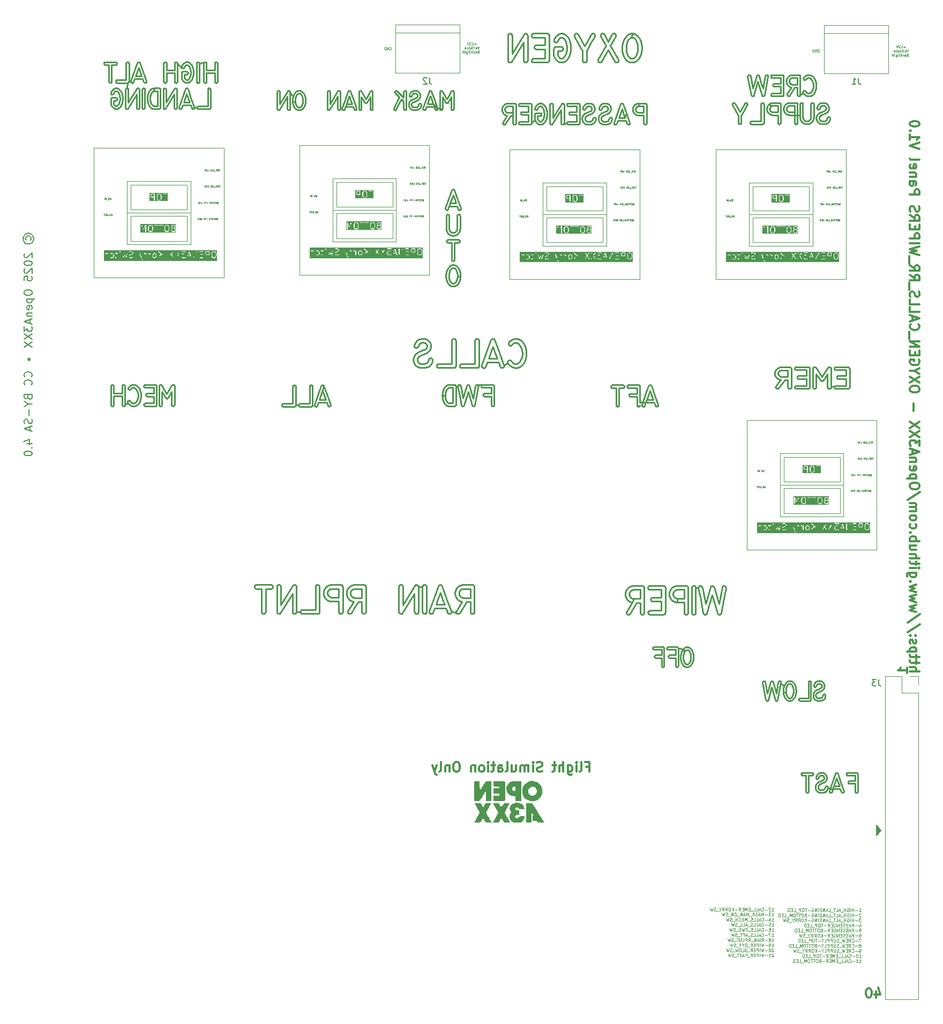
<source format=gbr>
%TF.GenerationSoftware,KiCad,Pcbnew,9.0.2*%
%TF.CreationDate,2025-07-01T15:24:06+02:00*%
%TF.ProjectId,oxygen_calls_rain-rplnt_wipers,6f787967-656e-45f6-9361-6c6c735f7261,rev?*%
%TF.SameCoordinates,Original*%
%TF.FileFunction,Legend,Bot*%
%TF.FilePolarity,Positive*%
%FSLAX46Y46*%
G04 Gerber Fmt 4.6, Leading zero omitted, Abs format (unit mm)*
G04 Created by KiCad (PCBNEW 9.0.2) date 2025-07-01 15:24:06*
%MOMM*%
%LPD*%
G01*
G04 APERTURE LIST*
%ADD10C,0.300000*%
%ADD11C,0.200000*%
%ADD12C,0.125000*%
%ADD13C,0.062500*%
%ADD14C,0.279999*%
%ADD15C,0.280000*%
%ADD16C,0.158750*%
%ADD17C,0.150000*%
%ADD18C,0.100000*%
%ADD19C,0.120000*%
%ADD20C,0.000000*%
%ADD21R,1.700000X1.700000*%
%ADD22C,1.700000*%
%ADD23R,1.500000X1.500000*%
%ADD24R,3.000000X3.000000*%
%ADD25C,3.000000*%
G04 APERTURE END LIST*
D10*
X162627632Y-175075828D02*
X162627632Y-176075828D01*
X162984774Y-174504400D02*
X163341917Y-175575828D01*
X163341917Y-175575828D02*
X162413346Y-175575828D01*
X161556203Y-174575828D02*
X161413346Y-174575828D01*
X161413346Y-174575828D02*
X161270489Y-174647257D01*
X161270489Y-174647257D02*
X161199061Y-174718685D01*
X161199061Y-174718685D02*
X161127632Y-174861542D01*
X161127632Y-174861542D02*
X161056203Y-175147257D01*
X161056203Y-175147257D02*
X161056203Y-175504400D01*
X161056203Y-175504400D02*
X161127632Y-175790114D01*
X161127632Y-175790114D02*
X161199061Y-175932971D01*
X161199061Y-175932971D02*
X161270489Y-176004400D01*
X161270489Y-176004400D02*
X161413346Y-176075828D01*
X161413346Y-176075828D02*
X161556203Y-176075828D01*
X161556203Y-176075828D02*
X161699061Y-176004400D01*
X161699061Y-176004400D02*
X161770489Y-175932971D01*
X161770489Y-175932971D02*
X161841918Y-175790114D01*
X161841918Y-175790114D02*
X161913346Y-175504400D01*
X161913346Y-175504400D02*
X161913346Y-175147257D01*
X161913346Y-175147257D02*
X161841918Y-174861542D01*
X161841918Y-174861542D02*
X161770489Y-174718685D01*
X161770489Y-174718685D02*
X161699061Y-174647257D01*
X161699061Y-174647257D02*
X161556203Y-174575828D01*
X167575828Y-124840225D02*
X167575828Y-123983082D01*
X167575828Y-124411653D02*
X166075828Y-124411653D01*
X166075828Y-124411653D02*
X166290114Y-124268796D01*
X166290114Y-124268796D02*
X166432971Y-124125939D01*
X166432971Y-124125939D02*
X166504400Y-123983082D01*
D11*
X163425000Y-149675000D02*
X162725000Y-150475000D01*
X162725000Y-148875000D01*
X163425000Y-149675000D01*
G36*
X163425000Y-149675000D02*
G01*
X162725000Y-150475000D01*
X162725000Y-148875000D01*
X163425000Y-149675000D01*
G37*
D12*
X159936811Y-162482589D02*
X160222525Y-162482589D01*
X160079668Y-162482589D02*
X160079668Y-161982589D01*
X160079668Y-161982589D02*
X160127287Y-162054018D01*
X160127287Y-162054018D02*
X160174906Y-162101637D01*
X160174906Y-162101637D02*
X160222525Y-162125446D01*
X159722526Y-162292113D02*
X159341574Y-162292113D01*
X159103478Y-162482589D02*
X159103478Y-161982589D01*
X159103478Y-162220684D02*
X158817764Y-162220684D01*
X158817764Y-162482589D02*
X158817764Y-161982589D01*
X158579668Y-162482589D02*
X158579668Y-161982589D01*
X158079668Y-162006399D02*
X158127287Y-161982589D01*
X158127287Y-161982589D02*
X158198716Y-161982589D01*
X158198716Y-161982589D02*
X158270144Y-162006399D01*
X158270144Y-162006399D02*
X158317763Y-162054018D01*
X158317763Y-162054018D02*
X158341573Y-162101637D01*
X158341573Y-162101637D02*
X158365382Y-162196875D01*
X158365382Y-162196875D02*
X158365382Y-162268303D01*
X158365382Y-162268303D02*
X158341573Y-162363541D01*
X158341573Y-162363541D02*
X158317763Y-162411160D01*
X158317763Y-162411160D02*
X158270144Y-162458780D01*
X158270144Y-162458780D02*
X158198716Y-162482589D01*
X158198716Y-162482589D02*
X158151097Y-162482589D01*
X158151097Y-162482589D02*
X158079668Y-162458780D01*
X158079668Y-162458780D02*
X158055859Y-162434970D01*
X158055859Y-162434970D02*
X158055859Y-162268303D01*
X158055859Y-162268303D02*
X158151097Y-162268303D01*
X157841573Y-162482589D02*
X157841573Y-161982589D01*
X157841573Y-162220684D02*
X157555859Y-162220684D01*
X157555859Y-162482589D02*
X157555859Y-161982589D01*
X157436811Y-162530208D02*
X157055858Y-162530208D01*
X156960620Y-162339732D02*
X156722525Y-162339732D01*
X157008239Y-162482589D02*
X156841573Y-161982589D01*
X156841573Y-161982589D02*
X156674906Y-162482589D01*
X156270145Y-162482589D02*
X156508240Y-162482589D01*
X156508240Y-162482589D02*
X156508240Y-161982589D01*
X156174906Y-161982589D02*
X155889192Y-161982589D01*
X156032049Y-162482589D02*
X156032049Y-161982589D01*
X155841574Y-162530208D02*
X155460621Y-162530208D01*
X155103479Y-162482589D02*
X155341574Y-162482589D01*
X155341574Y-162482589D02*
X155341574Y-161982589D01*
X154960621Y-162339732D02*
X154722526Y-162339732D01*
X155008240Y-162482589D02*
X154841574Y-161982589D01*
X154841574Y-161982589D02*
X154674907Y-162482589D01*
X154508241Y-162482589D02*
X154508241Y-161982589D01*
X154508241Y-161982589D02*
X154222527Y-162482589D01*
X154222527Y-162482589D02*
X154222527Y-161982589D01*
X153984431Y-162482589D02*
X153984431Y-161982589D01*
X153984431Y-161982589D02*
X153865383Y-161982589D01*
X153865383Y-161982589D02*
X153793955Y-162006399D01*
X153793955Y-162006399D02*
X153746336Y-162054018D01*
X153746336Y-162054018D02*
X153722526Y-162101637D01*
X153722526Y-162101637D02*
X153698717Y-162196875D01*
X153698717Y-162196875D02*
X153698717Y-162268303D01*
X153698717Y-162268303D02*
X153722526Y-162363541D01*
X153722526Y-162363541D02*
X153746336Y-162411160D01*
X153746336Y-162411160D02*
X153793955Y-162458780D01*
X153793955Y-162458780D02*
X153865383Y-162482589D01*
X153865383Y-162482589D02*
X153984431Y-162482589D01*
X153484431Y-162482589D02*
X153484431Y-161982589D01*
X153246336Y-162482589D02*
X153246336Y-161982589D01*
X153246336Y-161982589D02*
X152960622Y-162482589D01*
X152960622Y-162482589D02*
X152960622Y-161982589D01*
X152460621Y-162006399D02*
X152508240Y-161982589D01*
X152508240Y-161982589D02*
X152579669Y-161982589D01*
X152579669Y-161982589D02*
X152651097Y-162006399D01*
X152651097Y-162006399D02*
X152698716Y-162054018D01*
X152698716Y-162054018D02*
X152722526Y-162101637D01*
X152722526Y-162101637D02*
X152746335Y-162196875D01*
X152746335Y-162196875D02*
X152746335Y-162268303D01*
X152746335Y-162268303D02*
X152722526Y-162363541D01*
X152722526Y-162363541D02*
X152698716Y-162411160D01*
X152698716Y-162411160D02*
X152651097Y-162458780D01*
X152651097Y-162458780D02*
X152579669Y-162482589D01*
X152579669Y-162482589D02*
X152532050Y-162482589D01*
X152532050Y-162482589D02*
X152460621Y-162458780D01*
X152460621Y-162458780D02*
X152436812Y-162434970D01*
X152436812Y-162434970D02*
X152436812Y-162268303D01*
X152436812Y-162268303D02*
X152532050Y-162268303D01*
X152222526Y-162292113D02*
X151841574Y-162292113D01*
X151674906Y-161982589D02*
X151389192Y-161982589D01*
X151532049Y-162482589D02*
X151532049Y-161982589D01*
X151127288Y-161982589D02*
X151032050Y-161982589D01*
X151032050Y-161982589D02*
X150984431Y-162006399D01*
X150984431Y-162006399D02*
X150936812Y-162054018D01*
X150936812Y-162054018D02*
X150913002Y-162149256D01*
X150913002Y-162149256D02*
X150913002Y-162315922D01*
X150913002Y-162315922D02*
X150936812Y-162411160D01*
X150936812Y-162411160D02*
X150984431Y-162458780D01*
X150984431Y-162458780D02*
X151032050Y-162482589D01*
X151032050Y-162482589D02*
X151127288Y-162482589D01*
X151127288Y-162482589D02*
X151174907Y-162458780D01*
X151174907Y-162458780D02*
X151222526Y-162411160D01*
X151222526Y-162411160D02*
X151246335Y-162315922D01*
X151246335Y-162315922D02*
X151246335Y-162149256D01*
X151246335Y-162149256D02*
X151222526Y-162054018D01*
X151222526Y-162054018D02*
X151174907Y-162006399D01*
X151174907Y-162006399D02*
X151127288Y-161982589D01*
X150698716Y-162482589D02*
X150698716Y-161982589D01*
X150698716Y-161982589D02*
X150508240Y-161982589D01*
X150508240Y-161982589D02*
X150460621Y-162006399D01*
X150460621Y-162006399D02*
X150436811Y-162030208D01*
X150436811Y-162030208D02*
X150413002Y-162077827D01*
X150413002Y-162077827D02*
X150413002Y-162149256D01*
X150413002Y-162149256D02*
X150436811Y-162196875D01*
X150436811Y-162196875D02*
X150460621Y-162220684D01*
X150460621Y-162220684D02*
X150508240Y-162244494D01*
X150508240Y-162244494D02*
X150698716Y-162244494D01*
X150317764Y-162530208D02*
X149936811Y-162530208D01*
X149579669Y-162482589D02*
X149817764Y-162482589D01*
X149817764Y-162482589D02*
X149817764Y-161982589D01*
X149413002Y-162220684D02*
X149246335Y-162220684D01*
X149174907Y-162482589D02*
X149413002Y-162482589D01*
X149413002Y-162482589D02*
X149413002Y-161982589D01*
X149413002Y-161982589D02*
X149174907Y-161982589D01*
X148960621Y-162482589D02*
X148960621Y-161982589D01*
X148960621Y-161982589D02*
X148841573Y-161982589D01*
X148841573Y-161982589D02*
X148770145Y-162006399D01*
X148770145Y-162006399D02*
X148722526Y-162054018D01*
X148722526Y-162054018D02*
X148698716Y-162101637D01*
X148698716Y-162101637D02*
X148674907Y-162196875D01*
X148674907Y-162196875D02*
X148674907Y-162268303D01*
X148674907Y-162268303D02*
X148698716Y-162363541D01*
X148698716Y-162363541D02*
X148722526Y-162411160D01*
X148722526Y-162411160D02*
X148770145Y-162458780D01*
X148770145Y-162458780D02*
X148841573Y-162482589D01*
X148841573Y-162482589D02*
X148960621Y-162482589D01*
X160222525Y-162835180D02*
X160198716Y-162811371D01*
X160198716Y-162811371D02*
X160151097Y-162787561D01*
X160151097Y-162787561D02*
X160032049Y-162787561D01*
X160032049Y-162787561D02*
X159984430Y-162811371D01*
X159984430Y-162811371D02*
X159960621Y-162835180D01*
X159960621Y-162835180D02*
X159936811Y-162882799D01*
X159936811Y-162882799D02*
X159936811Y-162930418D01*
X159936811Y-162930418D02*
X159960621Y-163001847D01*
X159960621Y-163001847D02*
X160246335Y-163287561D01*
X160246335Y-163287561D02*
X159936811Y-163287561D01*
X159722526Y-163097085D02*
X159341574Y-163097085D01*
X159103478Y-163287561D02*
X159103478Y-162787561D01*
X159103478Y-163025656D02*
X158817764Y-163025656D01*
X158817764Y-163287561D02*
X158817764Y-162787561D01*
X158579668Y-163287561D02*
X158579668Y-162787561D01*
X158079668Y-162811371D02*
X158127287Y-162787561D01*
X158127287Y-162787561D02*
X158198716Y-162787561D01*
X158198716Y-162787561D02*
X158270144Y-162811371D01*
X158270144Y-162811371D02*
X158317763Y-162858990D01*
X158317763Y-162858990D02*
X158341573Y-162906609D01*
X158341573Y-162906609D02*
X158365382Y-163001847D01*
X158365382Y-163001847D02*
X158365382Y-163073275D01*
X158365382Y-163073275D02*
X158341573Y-163168513D01*
X158341573Y-163168513D02*
X158317763Y-163216132D01*
X158317763Y-163216132D02*
X158270144Y-163263752D01*
X158270144Y-163263752D02*
X158198716Y-163287561D01*
X158198716Y-163287561D02*
X158151097Y-163287561D01*
X158151097Y-163287561D02*
X158079668Y-163263752D01*
X158079668Y-163263752D02*
X158055859Y-163239942D01*
X158055859Y-163239942D02*
X158055859Y-163073275D01*
X158055859Y-163073275D02*
X158151097Y-163073275D01*
X157841573Y-163287561D02*
X157841573Y-162787561D01*
X157841573Y-163025656D02*
X157555859Y-163025656D01*
X157555859Y-163287561D02*
X157555859Y-162787561D01*
X157436811Y-163335180D02*
X157055858Y-163335180D01*
X156960620Y-163144704D02*
X156722525Y-163144704D01*
X157008239Y-163287561D02*
X156841573Y-162787561D01*
X156841573Y-162787561D02*
X156674906Y-163287561D01*
X156270145Y-163287561D02*
X156508240Y-163287561D01*
X156508240Y-163287561D02*
X156508240Y-162787561D01*
X156174906Y-162787561D02*
X155889192Y-162787561D01*
X156032049Y-163287561D02*
X156032049Y-162787561D01*
X155841574Y-163335180D02*
X155460621Y-163335180D01*
X155103479Y-163287561D02*
X155341574Y-163287561D01*
X155341574Y-163287561D02*
X155341574Y-162787561D01*
X154960621Y-163144704D02*
X154722526Y-163144704D01*
X155008240Y-163287561D02*
X154841574Y-162787561D01*
X154841574Y-162787561D02*
X154674907Y-163287561D01*
X154508241Y-163287561D02*
X154508241Y-162787561D01*
X154508241Y-162787561D02*
X154222527Y-163287561D01*
X154222527Y-163287561D02*
X154222527Y-162787561D01*
X153984431Y-163287561D02*
X153984431Y-162787561D01*
X153984431Y-162787561D02*
X153865383Y-162787561D01*
X153865383Y-162787561D02*
X153793955Y-162811371D01*
X153793955Y-162811371D02*
X153746336Y-162858990D01*
X153746336Y-162858990D02*
X153722526Y-162906609D01*
X153722526Y-162906609D02*
X153698717Y-163001847D01*
X153698717Y-163001847D02*
X153698717Y-163073275D01*
X153698717Y-163073275D02*
X153722526Y-163168513D01*
X153722526Y-163168513D02*
X153746336Y-163216132D01*
X153746336Y-163216132D02*
X153793955Y-163263752D01*
X153793955Y-163263752D02*
X153865383Y-163287561D01*
X153865383Y-163287561D02*
X153984431Y-163287561D01*
X153484431Y-163287561D02*
X153484431Y-162787561D01*
X153246336Y-163287561D02*
X153246336Y-162787561D01*
X153246336Y-162787561D02*
X152960622Y-163287561D01*
X152960622Y-163287561D02*
X152960622Y-162787561D01*
X152460621Y-162811371D02*
X152508240Y-162787561D01*
X152508240Y-162787561D02*
X152579669Y-162787561D01*
X152579669Y-162787561D02*
X152651097Y-162811371D01*
X152651097Y-162811371D02*
X152698716Y-162858990D01*
X152698716Y-162858990D02*
X152722526Y-162906609D01*
X152722526Y-162906609D02*
X152746335Y-163001847D01*
X152746335Y-163001847D02*
X152746335Y-163073275D01*
X152746335Y-163073275D02*
X152722526Y-163168513D01*
X152722526Y-163168513D02*
X152698716Y-163216132D01*
X152698716Y-163216132D02*
X152651097Y-163263752D01*
X152651097Y-163263752D02*
X152579669Y-163287561D01*
X152579669Y-163287561D02*
X152532050Y-163287561D01*
X152532050Y-163287561D02*
X152460621Y-163263752D01*
X152460621Y-163263752D02*
X152436812Y-163239942D01*
X152436812Y-163239942D02*
X152436812Y-163073275D01*
X152436812Y-163073275D02*
X152532050Y-163073275D01*
X152222526Y-163097085D02*
X151841574Y-163097085D01*
X151436811Y-163025656D02*
X151365383Y-163049466D01*
X151365383Y-163049466D02*
X151341573Y-163073275D01*
X151341573Y-163073275D02*
X151317764Y-163120894D01*
X151317764Y-163120894D02*
X151317764Y-163192323D01*
X151317764Y-163192323D02*
X151341573Y-163239942D01*
X151341573Y-163239942D02*
X151365383Y-163263752D01*
X151365383Y-163263752D02*
X151413002Y-163287561D01*
X151413002Y-163287561D02*
X151603478Y-163287561D01*
X151603478Y-163287561D02*
X151603478Y-162787561D01*
X151603478Y-162787561D02*
X151436811Y-162787561D01*
X151436811Y-162787561D02*
X151389192Y-162811371D01*
X151389192Y-162811371D02*
X151365383Y-162835180D01*
X151365383Y-162835180D02*
X151341573Y-162882799D01*
X151341573Y-162882799D02*
X151341573Y-162930418D01*
X151341573Y-162930418D02*
X151365383Y-162978037D01*
X151365383Y-162978037D02*
X151389192Y-163001847D01*
X151389192Y-163001847D02*
X151436811Y-163025656D01*
X151436811Y-163025656D02*
X151603478Y-163025656D01*
X151008240Y-162787561D02*
X150913002Y-162787561D01*
X150913002Y-162787561D02*
X150865383Y-162811371D01*
X150865383Y-162811371D02*
X150817764Y-162858990D01*
X150817764Y-162858990D02*
X150793954Y-162954228D01*
X150793954Y-162954228D02*
X150793954Y-163120894D01*
X150793954Y-163120894D02*
X150817764Y-163216132D01*
X150817764Y-163216132D02*
X150865383Y-163263752D01*
X150865383Y-163263752D02*
X150913002Y-163287561D01*
X150913002Y-163287561D02*
X151008240Y-163287561D01*
X151008240Y-163287561D02*
X151055859Y-163263752D01*
X151055859Y-163263752D02*
X151103478Y-163216132D01*
X151103478Y-163216132D02*
X151127287Y-163120894D01*
X151127287Y-163120894D02*
X151127287Y-162954228D01*
X151127287Y-162954228D02*
X151103478Y-162858990D01*
X151103478Y-162858990D02*
X151055859Y-162811371D01*
X151055859Y-162811371D02*
X151008240Y-162787561D01*
X150651096Y-162787561D02*
X150365382Y-162787561D01*
X150508239Y-163287561D02*
X150508239Y-162787561D01*
X150270144Y-162787561D02*
X149984430Y-162787561D01*
X150127287Y-163287561D02*
X150127287Y-162787561D01*
X149722526Y-162787561D02*
X149627288Y-162787561D01*
X149627288Y-162787561D02*
X149579669Y-162811371D01*
X149579669Y-162811371D02*
X149532050Y-162858990D01*
X149532050Y-162858990D02*
X149508240Y-162954228D01*
X149508240Y-162954228D02*
X149508240Y-163120894D01*
X149508240Y-163120894D02*
X149532050Y-163216132D01*
X149532050Y-163216132D02*
X149579669Y-163263752D01*
X149579669Y-163263752D02*
X149627288Y-163287561D01*
X149627288Y-163287561D02*
X149722526Y-163287561D01*
X149722526Y-163287561D02*
X149770145Y-163263752D01*
X149770145Y-163263752D02*
X149817764Y-163216132D01*
X149817764Y-163216132D02*
X149841573Y-163120894D01*
X149841573Y-163120894D02*
X149841573Y-162954228D01*
X149841573Y-162954228D02*
X149817764Y-162858990D01*
X149817764Y-162858990D02*
X149770145Y-162811371D01*
X149770145Y-162811371D02*
X149722526Y-162787561D01*
X149293954Y-163287561D02*
X149293954Y-162787561D01*
X149293954Y-162787561D02*
X149127287Y-163144704D01*
X149127287Y-163144704D02*
X148960621Y-162787561D01*
X148960621Y-162787561D02*
X148960621Y-163287561D01*
X148841573Y-163335180D02*
X148460620Y-163335180D01*
X148103478Y-163287561D02*
X148341573Y-163287561D01*
X148341573Y-163287561D02*
X148341573Y-162787561D01*
X147936811Y-163025656D02*
X147770144Y-163025656D01*
X147698716Y-163287561D02*
X147936811Y-163287561D01*
X147936811Y-163287561D02*
X147936811Y-162787561D01*
X147936811Y-162787561D02*
X147698716Y-162787561D01*
X147484430Y-163287561D02*
X147484430Y-162787561D01*
X147484430Y-162787561D02*
X147365382Y-162787561D01*
X147365382Y-162787561D02*
X147293954Y-162811371D01*
X147293954Y-162811371D02*
X147246335Y-162858990D01*
X147246335Y-162858990D02*
X147222525Y-162906609D01*
X147222525Y-162906609D02*
X147198716Y-163001847D01*
X147198716Y-163001847D02*
X147198716Y-163073275D01*
X147198716Y-163073275D02*
X147222525Y-163168513D01*
X147222525Y-163168513D02*
X147246335Y-163216132D01*
X147246335Y-163216132D02*
X147293954Y-163263752D01*
X147293954Y-163263752D02*
X147365382Y-163287561D01*
X147365382Y-163287561D02*
X147484430Y-163287561D01*
X160246335Y-163592533D02*
X159936811Y-163592533D01*
X159936811Y-163592533D02*
X160103478Y-163783009D01*
X160103478Y-163783009D02*
X160032049Y-163783009D01*
X160032049Y-163783009D02*
X159984430Y-163806819D01*
X159984430Y-163806819D02*
X159960621Y-163830628D01*
X159960621Y-163830628D02*
X159936811Y-163878247D01*
X159936811Y-163878247D02*
X159936811Y-163997295D01*
X159936811Y-163997295D02*
X159960621Y-164044914D01*
X159960621Y-164044914D02*
X159984430Y-164068724D01*
X159984430Y-164068724D02*
X160032049Y-164092533D01*
X160032049Y-164092533D02*
X160174906Y-164092533D01*
X160174906Y-164092533D02*
X160222525Y-164068724D01*
X160222525Y-164068724D02*
X160246335Y-164044914D01*
X159722526Y-163902057D02*
X159341574Y-163902057D01*
X159103478Y-164092533D02*
X159103478Y-163592533D01*
X159103478Y-163830628D02*
X158817764Y-163830628D01*
X158817764Y-164092533D02*
X158817764Y-163592533D01*
X158579668Y-164092533D02*
X158579668Y-163592533D01*
X158079668Y-163616343D02*
X158127287Y-163592533D01*
X158127287Y-163592533D02*
X158198716Y-163592533D01*
X158198716Y-163592533D02*
X158270144Y-163616343D01*
X158270144Y-163616343D02*
X158317763Y-163663962D01*
X158317763Y-163663962D02*
X158341573Y-163711581D01*
X158341573Y-163711581D02*
X158365382Y-163806819D01*
X158365382Y-163806819D02*
X158365382Y-163878247D01*
X158365382Y-163878247D02*
X158341573Y-163973485D01*
X158341573Y-163973485D02*
X158317763Y-164021104D01*
X158317763Y-164021104D02*
X158270144Y-164068724D01*
X158270144Y-164068724D02*
X158198716Y-164092533D01*
X158198716Y-164092533D02*
X158151097Y-164092533D01*
X158151097Y-164092533D02*
X158079668Y-164068724D01*
X158079668Y-164068724D02*
X158055859Y-164044914D01*
X158055859Y-164044914D02*
X158055859Y-163878247D01*
X158055859Y-163878247D02*
X158151097Y-163878247D01*
X157841573Y-164092533D02*
X157841573Y-163592533D01*
X157841573Y-163830628D02*
X157555859Y-163830628D01*
X157555859Y-164092533D02*
X157555859Y-163592533D01*
X157436811Y-164140152D02*
X157055858Y-164140152D01*
X156960620Y-163949676D02*
X156722525Y-163949676D01*
X157008239Y-164092533D02*
X156841573Y-163592533D01*
X156841573Y-163592533D02*
X156674906Y-164092533D01*
X156270145Y-164092533D02*
X156508240Y-164092533D01*
X156508240Y-164092533D02*
X156508240Y-163592533D01*
X156174906Y-163592533D02*
X155889192Y-163592533D01*
X156032049Y-164092533D02*
X156032049Y-163592533D01*
X155841574Y-164140152D02*
X155460621Y-164140152D01*
X155103479Y-164092533D02*
X155341574Y-164092533D01*
X155341574Y-164092533D02*
X155341574Y-163592533D01*
X154960621Y-163949676D02*
X154722526Y-163949676D01*
X155008240Y-164092533D02*
X154841574Y-163592533D01*
X154841574Y-163592533D02*
X154674907Y-164092533D01*
X154508241Y-164092533D02*
X154508241Y-163592533D01*
X154508241Y-163592533D02*
X154222527Y-164092533D01*
X154222527Y-164092533D02*
X154222527Y-163592533D01*
X153984431Y-164092533D02*
X153984431Y-163592533D01*
X153984431Y-163592533D02*
X153865383Y-163592533D01*
X153865383Y-163592533D02*
X153793955Y-163616343D01*
X153793955Y-163616343D02*
X153746336Y-163663962D01*
X153746336Y-163663962D02*
X153722526Y-163711581D01*
X153722526Y-163711581D02*
X153698717Y-163806819D01*
X153698717Y-163806819D02*
X153698717Y-163878247D01*
X153698717Y-163878247D02*
X153722526Y-163973485D01*
X153722526Y-163973485D02*
X153746336Y-164021104D01*
X153746336Y-164021104D02*
X153793955Y-164068724D01*
X153793955Y-164068724D02*
X153865383Y-164092533D01*
X153865383Y-164092533D02*
X153984431Y-164092533D01*
X153484431Y-164092533D02*
X153484431Y-163592533D01*
X153246336Y-164092533D02*
X153246336Y-163592533D01*
X153246336Y-163592533D02*
X152960622Y-164092533D01*
X152960622Y-164092533D02*
X152960622Y-163592533D01*
X152460621Y-163616343D02*
X152508240Y-163592533D01*
X152508240Y-163592533D02*
X152579669Y-163592533D01*
X152579669Y-163592533D02*
X152651097Y-163616343D01*
X152651097Y-163616343D02*
X152698716Y-163663962D01*
X152698716Y-163663962D02*
X152722526Y-163711581D01*
X152722526Y-163711581D02*
X152746335Y-163806819D01*
X152746335Y-163806819D02*
X152746335Y-163878247D01*
X152746335Y-163878247D02*
X152722526Y-163973485D01*
X152722526Y-163973485D02*
X152698716Y-164021104D01*
X152698716Y-164021104D02*
X152651097Y-164068724D01*
X152651097Y-164068724D02*
X152579669Y-164092533D01*
X152579669Y-164092533D02*
X152532050Y-164092533D01*
X152532050Y-164092533D02*
X152460621Y-164068724D01*
X152460621Y-164068724D02*
X152436812Y-164044914D01*
X152436812Y-164044914D02*
X152436812Y-163878247D01*
X152436812Y-163878247D02*
X152532050Y-163878247D01*
X152222526Y-163902057D02*
X151841574Y-163902057D01*
X151603478Y-164092533D02*
X151603478Y-163592533D01*
X151317764Y-164092533D02*
X151532049Y-163806819D01*
X151317764Y-163592533D02*
X151603478Y-163878247D01*
X151008240Y-163592533D02*
X150913002Y-163592533D01*
X150913002Y-163592533D02*
X150865383Y-163616343D01*
X150865383Y-163616343D02*
X150817764Y-163663962D01*
X150817764Y-163663962D02*
X150793954Y-163759200D01*
X150793954Y-163759200D02*
X150793954Y-163925866D01*
X150793954Y-163925866D02*
X150817764Y-164021104D01*
X150817764Y-164021104D02*
X150865383Y-164068724D01*
X150865383Y-164068724D02*
X150913002Y-164092533D01*
X150913002Y-164092533D02*
X151008240Y-164092533D01*
X151008240Y-164092533D02*
X151055859Y-164068724D01*
X151055859Y-164068724D02*
X151103478Y-164021104D01*
X151103478Y-164021104D02*
X151127287Y-163925866D01*
X151127287Y-163925866D02*
X151127287Y-163759200D01*
X151127287Y-163759200D02*
X151103478Y-163663962D01*
X151103478Y-163663962D02*
X151055859Y-163616343D01*
X151055859Y-163616343D02*
X151008240Y-163592533D01*
X150293954Y-164092533D02*
X150460620Y-163854438D01*
X150579668Y-164092533D02*
X150579668Y-163592533D01*
X150579668Y-163592533D02*
X150389192Y-163592533D01*
X150389192Y-163592533D02*
X150341573Y-163616343D01*
X150341573Y-163616343D02*
X150317763Y-163640152D01*
X150317763Y-163640152D02*
X150293954Y-163687771D01*
X150293954Y-163687771D02*
X150293954Y-163759200D01*
X150293954Y-163759200D02*
X150317763Y-163806819D01*
X150317763Y-163806819D02*
X150341573Y-163830628D01*
X150341573Y-163830628D02*
X150389192Y-163854438D01*
X150389192Y-163854438D02*
X150579668Y-163854438D01*
X149793954Y-164092533D02*
X149960620Y-163854438D01*
X150079668Y-164092533D02*
X150079668Y-163592533D01*
X150079668Y-163592533D02*
X149889192Y-163592533D01*
X149889192Y-163592533D02*
X149841573Y-163616343D01*
X149841573Y-163616343D02*
X149817763Y-163640152D01*
X149817763Y-163640152D02*
X149793954Y-163687771D01*
X149793954Y-163687771D02*
X149793954Y-163759200D01*
X149793954Y-163759200D02*
X149817763Y-163806819D01*
X149817763Y-163806819D02*
X149841573Y-163830628D01*
X149841573Y-163830628D02*
X149889192Y-163854438D01*
X149889192Y-163854438D02*
X150079668Y-163854438D01*
X149484430Y-163854438D02*
X149484430Y-164092533D01*
X149651096Y-163592533D02*
X149484430Y-163854438D01*
X149484430Y-163854438D02*
X149317763Y-163592533D01*
X149270145Y-164140152D02*
X148889192Y-164140152D01*
X148793954Y-164068724D02*
X148722526Y-164092533D01*
X148722526Y-164092533D02*
X148603478Y-164092533D01*
X148603478Y-164092533D02*
X148555859Y-164068724D01*
X148555859Y-164068724D02*
X148532050Y-164044914D01*
X148532050Y-164044914D02*
X148508240Y-163997295D01*
X148508240Y-163997295D02*
X148508240Y-163949676D01*
X148508240Y-163949676D02*
X148532050Y-163902057D01*
X148532050Y-163902057D02*
X148555859Y-163878247D01*
X148555859Y-163878247D02*
X148603478Y-163854438D01*
X148603478Y-163854438D02*
X148698716Y-163830628D01*
X148698716Y-163830628D02*
X148746335Y-163806819D01*
X148746335Y-163806819D02*
X148770145Y-163783009D01*
X148770145Y-163783009D02*
X148793954Y-163735390D01*
X148793954Y-163735390D02*
X148793954Y-163687771D01*
X148793954Y-163687771D02*
X148770145Y-163640152D01*
X148770145Y-163640152D02*
X148746335Y-163616343D01*
X148746335Y-163616343D02*
X148698716Y-163592533D01*
X148698716Y-163592533D02*
X148579669Y-163592533D01*
X148579669Y-163592533D02*
X148508240Y-163616343D01*
X148341574Y-163592533D02*
X148222526Y-164092533D01*
X148222526Y-164092533D02*
X148127288Y-163735390D01*
X148127288Y-163735390D02*
X148032050Y-164092533D01*
X148032050Y-164092533D02*
X147913003Y-163592533D01*
X159984430Y-164564172D02*
X159984430Y-164897505D01*
X160103478Y-164373696D02*
X160222525Y-164730838D01*
X160222525Y-164730838D02*
X159913002Y-164730838D01*
X159722526Y-164707029D02*
X159341574Y-164707029D01*
X159103478Y-164897505D02*
X159103478Y-164397505D01*
X159103478Y-164397505D02*
X158913002Y-164397505D01*
X158913002Y-164397505D02*
X158865383Y-164421315D01*
X158865383Y-164421315D02*
X158841573Y-164445124D01*
X158841573Y-164445124D02*
X158817764Y-164492743D01*
X158817764Y-164492743D02*
X158817764Y-164564172D01*
X158817764Y-164564172D02*
X158841573Y-164611791D01*
X158841573Y-164611791D02*
X158865383Y-164635600D01*
X158865383Y-164635600D02*
X158913002Y-164659410D01*
X158913002Y-164659410D02*
X159103478Y-164659410D01*
X158627287Y-164754648D02*
X158389192Y-164754648D01*
X158674906Y-164897505D02*
X158508240Y-164397505D01*
X158508240Y-164397505D02*
X158341573Y-164897505D01*
X158198716Y-164873696D02*
X158127288Y-164897505D01*
X158127288Y-164897505D02*
X158008240Y-164897505D01*
X158008240Y-164897505D02*
X157960621Y-164873696D01*
X157960621Y-164873696D02*
X157936812Y-164849886D01*
X157936812Y-164849886D02*
X157913002Y-164802267D01*
X157913002Y-164802267D02*
X157913002Y-164754648D01*
X157913002Y-164754648D02*
X157936812Y-164707029D01*
X157936812Y-164707029D02*
X157960621Y-164683219D01*
X157960621Y-164683219D02*
X158008240Y-164659410D01*
X158008240Y-164659410D02*
X158103478Y-164635600D01*
X158103478Y-164635600D02*
X158151097Y-164611791D01*
X158151097Y-164611791D02*
X158174907Y-164587981D01*
X158174907Y-164587981D02*
X158198716Y-164540362D01*
X158198716Y-164540362D02*
X158198716Y-164492743D01*
X158198716Y-164492743D02*
X158174907Y-164445124D01*
X158174907Y-164445124D02*
X158151097Y-164421315D01*
X158151097Y-164421315D02*
X158103478Y-164397505D01*
X158103478Y-164397505D02*
X157984431Y-164397505D01*
X157984431Y-164397505D02*
X157913002Y-164421315D01*
X157722526Y-164873696D02*
X157651098Y-164897505D01*
X157651098Y-164897505D02*
X157532050Y-164897505D01*
X157532050Y-164897505D02*
X157484431Y-164873696D01*
X157484431Y-164873696D02*
X157460622Y-164849886D01*
X157460622Y-164849886D02*
X157436812Y-164802267D01*
X157436812Y-164802267D02*
X157436812Y-164754648D01*
X157436812Y-164754648D02*
X157460622Y-164707029D01*
X157460622Y-164707029D02*
X157484431Y-164683219D01*
X157484431Y-164683219D02*
X157532050Y-164659410D01*
X157532050Y-164659410D02*
X157627288Y-164635600D01*
X157627288Y-164635600D02*
X157674907Y-164611791D01*
X157674907Y-164611791D02*
X157698717Y-164587981D01*
X157698717Y-164587981D02*
X157722526Y-164540362D01*
X157722526Y-164540362D02*
X157722526Y-164492743D01*
X157722526Y-164492743D02*
X157698717Y-164445124D01*
X157698717Y-164445124D02*
X157674907Y-164421315D01*
X157674907Y-164421315D02*
X157627288Y-164397505D01*
X157627288Y-164397505D02*
X157508241Y-164397505D01*
X157508241Y-164397505D02*
X157436812Y-164421315D01*
X157222527Y-164635600D02*
X157055860Y-164635600D01*
X156984432Y-164897505D02*
X157222527Y-164897505D01*
X157222527Y-164897505D02*
X157222527Y-164397505D01*
X157222527Y-164397505D02*
X156984432Y-164397505D01*
X156770146Y-164897505D02*
X156770146Y-164397505D01*
X156770146Y-164397505D02*
X156484432Y-164897505D01*
X156484432Y-164897505D02*
X156484432Y-164397505D01*
X155984431Y-164421315D02*
X156032050Y-164397505D01*
X156032050Y-164397505D02*
X156103479Y-164397505D01*
X156103479Y-164397505D02*
X156174907Y-164421315D01*
X156174907Y-164421315D02*
X156222526Y-164468934D01*
X156222526Y-164468934D02*
X156246336Y-164516553D01*
X156246336Y-164516553D02*
X156270145Y-164611791D01*
X156270145Y-164611791D02*
X156270145Y-164683219D01*
X156270145Y-164683219D02*
X156246336Y-164778457D01*
X156246336Y-164778457D02*
X156222526Y-164826076D01*
X156222526Y-164826076D02*
X156174907Y-164873696D01*
X156174907Y-164873696D02*
X156103479Y-164897505D01*
X156103479Y-164897505D02*
X156055860Y-164897505D01*
X156055860Y-164897505D02*
X155984431Y-164873696D01*
X155984431Y-164873696D02*
X155960622Y-164849886D01*
X155960622Y-164849886D02*
X155960622Y-164683219D01*
X155960622Y-164683219D02*
X156055860Y-164683219D01*
X155746336Y-164635600D02*
X155579669Y-164635600D01*
X155508241Y-164897505D02*
X155746336Y-164897505D01*
X155746336Y-164897505D02*
X155746336Y-164397505D01*
X155746336Y-164397505D02*
X155508241Y-164397505D01*
X155008241Y-164897505D02*
X155174907Y-164659410D01*
X155293955Y-164897505D02*
X155293955Y-164397505D01*
X155293955Y-164397505D02*
X155103479Y-164397505D01*
X155103479Y-164397505D02*
X155055860Y-164421315D01*
X155055860Y-164421315D02*
X155032050Y-164445124D01*
X155032050Y-164445124D02*
X155008241Y-164492743D01*
X155008241Y-164492743D02*
X155008241Y-164564172D01*
X155008241Y-164564172D02*
X155032050Y-164611791D01*
X155032050Y-164611791D02*
X155055860Y-164635600D01*
X155055860Y-164635600D02*
X155103479Y-164659410D01*
X155103479Y-164659410D02*
X155293955Y-164659410D01*
X154793955Y-164707029D02*
X154413003Y-164707029D01*
X154246335Y-164397505D02*
X153960621Y-164397505D01*
X154103478Y-164897505D02*
X154103478Y-164397505D01*
X153698717Y-164397505D02*
X153603479Y-164397505D01*
X153603479Y-164397505D02*
X153555860Y-164421315D01*
X153555860Y-164421315D02*
X153508241Y-164468934D01*
X153508241Y-164468934D02*
X153484431Y-164564172D01*
X153484431Y-164564172D02*
X153484431Y-164730838D01*
X153484431Y-164730838D02*
X153508241Y-164826076D01*
X153508241Y-164826076D02*
X153555860Y-164873696D01*
X153555860Y-164873696D02*
X153603479Y-164897505D01*
X153603479Y-164897505D02*
X153698717Y-164897505D01*
X153698717Y-164897505D02*
X153746336Y-164873696D01*
X153746336Y-164873696D02*
X153793955Y-164826076D01*
X153793955Y-164826076D02*
X153817764Y-164730838D01*
X153817764Y-164730838D02*
X153817764Y-164564172D01*
X153817764Y-164564172D02*
X153793955Y-164468934D01*
X153793955Y-164468934D02*
X153746336Y-164421315D01*
X153746336Y-164421315D02*
X153698717Y-164397505D01*
X153270145Y-164897505D02*
X153270145Y-164397505D01*
X153270145Y-164397505D02*
X153079669Y-164397505D01*
X153079669Y-164397505D02*
X153032050Y-164421315D01*
X153032050Y-164421315D02*
X153008240Y-164445124D01*
X153008240Y-164445124D02*
X152984431Y-164492743D01*
X152984431Y-164492743D02*
X152984431Y-164564172D01*
X152984431Y-164564172D02*
X153008240Y-164611791D01*
X153008240Y-164611791D02*
X153032050Y-164635600D01*
X153032050Y-164635600D02*
X153079669Y-164659410D01*
X153079669Y-164659410D02*
X153270145Y-164659410D01*
X152889193Y-164945124D02*
X152508240Y-164945124D01*
X152151098Y-164897505D02*
X152389193Y-164897505D01*
X152389193Y-164897505D02*
X152389193Y-164397505D01*
X151984431Y-164635600D02*
X151817764Y-164635600D01*
X151746336Y-164897505D02*
X151984431Y-164897505D01*
X151984431Y-164897505D02*
X151984431Y-164397505D01*
X151984431Y-164397505D02*
X151746336Y-164397505D01*
X151532050Y-164897505D02*
X151532050Y-164397505D01*
X151532050Y-164397505D02*
X151413002Y-164397505D01*
X151413002Y-164397505D02*
X151341574Y-164421315D01*
X151341574Y-164421315D02*
X151293955Y-164468934D01*
X151293955Y-164468934D02*
X151270145Y-164516553D01*
X151270145Y-164516553D02*
X151246336Y-164611791D01*
X151246336Y-164611791D02*
X151246336Y-164683219D01*
X151246336Y-164683219D02*
X151270145Y-164778457D01*
X151270145Y-164778457D02*
X151293955Y-164826076D01*
X151293955Y-164826076D02*
X151341574Y-164873696D01*
X151341574Y-164873696D02*
X151413002Y-164897505D01*
X151413002Y-164897505D02*
X151532050Y-164897505D01*
X159960621Y-165202477D02*
X160198716Y-165202477D01*
X160198716Y-165202477D02*
X160222525Y-165440572D01*
X160222525Y-165440572D02*
X160198716Y-165416763D01*
X160198716Y-165416763D02*
X160151097Y-165392953D01*
X160151097Y-165392953D02*
X160032049Y-165392953D01*
X160032049Y-165392953D02*
X159984430Y-165416763D01*
X159984430Y-165416763D02*
X159960621Y-165440572D01*
X159960621Y-165440572D02*
X159936811Y-165488191D01*
X159936811Y-165488191D02*
X159936811Y-165607239D01*
X159936811Y-165607239D02*
X159960621Y-165654858D01*
X159960621Y-165654858D02*
X159984430Y-165678668D01*
X159984430Y-165678668D02*
X160032049Y-165702477D01*
X160032049Y-165702477D02*
X160151097Y-165702477D01*
X160151097Y-165702477D02*
X160198716Y-165678668D01*
X160198716Y-165678668D02*
X160222525Y-165654858D01*
X159722526Y-165512001D02*
X159341574Y-165512001D01*
X159103478Y-165702477D02*
X159103478Y-165202477D01*
X159103478Y-165202477D02*
X158913002Y-165202477D01*
X158913002Y-165202477D02*
X158865383Y-165226287D01*
X158865383Y-165226287D02*
X158841573Y-165250096D01*
X158841573Y-165250096D02*
X158817764Y-165297715D01*
X158817764Y-165297715D02*
X158817764Y-165369144D01*
X158817764Y-165369144D02*
X158841573Y-165416763D01*
X158841573Y-165416763D02*
X158865383Y-165440572D01*
X158865383Y-165440572D02*
X158913002Y-165464382D01*
X158913002Y-165464382D02*
X159103478Y-165464382D01*
X158627287Y-165559620D02*
X158389192Y-165559620D01*
X158674906Y-165702477D02*
X158508240Y-165202477D01*
X158508240Y-165202477D02*
X158341573Y-165702477D01*
X158198716Y-165678668D02*
X158127288Y-165702477D01*
X158127288Y-165702477D02*
X158008240Y-165702477D01*
X158008240Y-165702477D02*
X157960621Y-165678668D01*
X157960621Y-165678668D02*
X157936812Y-165654858D01*
X157936812Y-165654858D02*
X157913002Y-165607239D01*
X157913002Y-165607239D02*
X157913002Y-165559620D01*
X157913002Y-165559620D02*
X157936812Y-165512001D01*
X157936812Y-165512001D02*
X157960621Y-165488191D01*
X157960621Y-165488191D02*
X158008240Y-165464382D01*
X158008240Y-165464382D02*
X158103478Y-165440572D01*
X158103478Y-165440572D02*
X158151097Y-165416763D01*
X158151097Y-165416763D02*
X158174907Y-165392953D01*
X158174907Y-165392953D02*
X158198716Y-165345334D01*
X158198716Y-165345334D02*
X158198716Y-165297715D01*
X158198716Y-165297715D02*
X158174907Y-165250096D01*
X158174907Y-165250096D02*
X158151097Y-165226287D01*
X158151097Y-165226287D02*
X158103478Y-165202477D01*
X158103478Y-165202477D02*
X157984431Y-165202477D01*
X157984431Y-165202477D02*
X157913002Y-165226287D01*
X157722526Y-165678668D02*
X157651098Y-165702477D01*
X157651098Y-165702477D02*
X157532050Y-165702477D01*
X157532050Y-165702477D02*
X157484431Y-165678668D01*
X157484431Y-165678668D02*
X157460622Y-165654858D01*
X157460622Y-165654858D02*
X157436812Y-165607239D01*
X157436812Y-165607239D02*
X157436812Y-165559620D01*
X157436812Y-165559620D02*
X157460622Y-165512001D01*
X157460622Y-165512001D02*
X157484431Y-165488191D01*
X157484431Y-165488191D02*
X157532050Y-165464382D01*
X157532050Y-165464382D02*
X157627288Y-165440572D01*
X157627288Y-165440572D02*
X157674907Y-165416763D01*
X157674907Y-165416763D02*
X157698717Y-165392953D01*
X157698717Y-165392953D02*
X157722526Y-165345334D01*
X157722526Y-165345334D02*
X157722526Y-165297715D01*
X157722526Y-165297715D02*
X157698717Y-165250096D01*
X157698717Y-165250096D02*
X157674907Y-165226287D01*
X157674907Y-165226287D02*
X157627288Y-165202477D01*
X157627288Y-165202477D02*
X157508241Y-165202477D01*
X157508241Y-165202477D02*
X157436812Y-165226287D01*
X157222527Y-165440572D02*
X157055860Y-165440572D01*
X156984432Y-165702477D02*
X157222527Y-165702477D01*
X157222527Y-165702477D02*
X157222527Y-165202477D01*
X157222527Y-165202477D02*
X156984432Y-165202477D01*
X156770146Y-165702477D02*
X156770146Y-165202477D01*
X156770146Y-165202477D02*
X156484432Y-165702477D01*
X156484432Y-165702477D02*
X156484432Y-165202477D01*
X155984431Y-165226287D02*
X156032050Y-165202477D01*
X156032050Y-165202477D02*
X156103479Y-165202477D01*
X156103479Y-165202477D02*
X156174907Y-165226287D01*
X156174907Y-165226287D02*
X156222526Y-165273906D01*
X156222526Y-165273906D02*
X156246336Y-165321525D01*
X156246336Y-165321525D02*
X156270145Y-165416763D01*
X156270145Y-165416763D02*
X156270145Y-165488191D01*
X156270145Y-165488191D02*
X156246336Y-165583429D01*
X156246336Y-165583429D02*
X156222526Y-165631048D01*
X156222526Y-165631048D02*
X156174907Y-165678668D01*
X156174907Y-165678668D02*
X156103479Y-165702477D01*
X156103479Y-165702477D02*
X156055860Y-165702477D01*
X156055860Y-165702477D02*
X155984431Y-165678668D01*
X155984431Y-165678668D02*
X155960622Y-165654858D01*
X155960622Y-165654858D02*
X155960622Y-165488191D01*
X155960622Y-165488191D02*
X156055860Y-165488191D01*
X155746336Y-165440572D02*
X155579669Y-165440572D01*
X155508241Y-165702477D02*
X155746336Y-165702477D01*
X155746336Y-165702477D02*
X155746336Y-165202477D01*
X155746336Y-165202477D02*
X155508241Y-165202477D01*
X155008241Y-165702477D02*
X155174907Y-165464382D01*
X155293955Y-165702477D02*
X155293955Y-165202477D01*
X155293955Y-165202477D02*
X155103479Y-165202477D01*
X155103479Y-165202477D02*
X155055860Y-165226287D01*
X155055860Y-165226287D02*
X155032050Y-165250096D01*
X155032050Y-165250096D02*
X155008241Y-165297715D01*
X155008241Y-165297715D02*
X155008241Y-165369144D01*
X155008241Y-165369144D02*
X155032050Y-165416763D01*
X155032050Y-165416763D02*
X155055860Y-165440572D01*
X155055860Y-165440572D02*
X155103479Y-165464382D01*
X155103479Y-165464382D02*
X155293955Y-165464382D01*
X154793955Y-165512001D02*
X154413003Y-165512001D01*
X154008240Y-165440572D02*
X153936812Y-165464382D01*
X153936812Y-165464382D02*
X153913002Y-165488191D01*
X153913002Y-165488191D02*
X153889193Y-165535810D01*
X153889193Y-165535810D02*
X153889193Y-165607239D01*
X153889193Y-165607239D02*
X153913002Y-165654858D01*
X153913002Y-165654858D02*
X153936812Y-165678668D01*
X153936812Y-165678668D02*
X153984431Y-165702477D01*
X153984431Y-165702477D02*
X154174907Y-165702477D01*
X154174907Y-165702477D02*
X154174907Y-165202477D01*
X154174907Y-165202477D02*
X154008240Y-165202477D01*
X154008240Y-165202477D02*
X153960621Y-165226287D01*
X153960621Y-165226287D02*
X153936812Y-165250096D01*
X153936812Y-165250096D02*
X153913002Y-165297715D01*
X153913002Y-165297715D02*
X153913002Y-165345334D01*
X153913002Y-165345334D02*
X153936812Y-165392953D01*
X153936812Y-165392953D02*
X153960621Y-165416763D01*
X153960621Y-165416763D02*
X154008240Y-165440572D01*
X154008240Y-165440572D02*
X154174907Y-165440572D01*
X153579669Y-165202477D02*
X153484431Y-165202477D01*
X153484431Y-165202477D02*
X153436812Y-165226287D01*
X153436812Y-165226287D02*
X153389193Y-165273906D01*
X153389193Y-165273906D02*
X153365383Y-165369144D01*
X153365383Y-165369144D02*
X153365383Y-165535810D01*
X153365383Y-165535810D02*
X153389193Y-165631048D01*
X153389193Y-165631048D02*
X153436812Y-165678668D01*
X153436812Y-165678668D02*
X153484431Y-165702477D01*
X153484431Y-165702477D02*
X153579669Y-165702477D01*
X153579669Y-165702477D02*
X153627288Y-165678668D01*
X153627288Y-165678668D02*
X153674907Y-165631048D01*
X153674907Y-165631048D02*
X153698716Y-165535810D01*
X153698716Y-165535810D02*
X153698716Y-165369144D01*
X153698716Y-165369144D02*
X153674907Y-165273906D01*
X153674907Y-165273906D02*
X153627288Y-165226287D01*
X153627288Y-165226287D02*
X153579669Y-165202477D01*
X153222525Y-165202477D02*
X152936811Y-165202477D01*
X153079668Y-165702477D02*
X153079668Y-165202477D01*
X152841573Y-165202477D02*
X152555859Y-165202477D01*
X152698716Y-165702477D02*
X152698716Y-165202477D01*
X152293955Y-165202477D02*
X152198717Y-165202477D01*
X152198717Y-165202477D02*
X152151098Y-165226287D01*
X152151098Y-165226287D02*
X152103479Y-165273906D01*
X152103479Y-165273906D02*
X152079669Y-165369144D01*
X152079669Y-165369144D02*
X152079669Y-165535810D01*
X152079669Y-165535810D02*
X152103479Y-165631048D01*
X152103479Y-165631048D02*
X152151098Y-165678668D01*
X152151098Y-165678668D02*
X152198717Y-165702477D01*
X152198717Y-165702477D02*
X152293955Y-165702477D01*
X152293955Y-165702477D02*
X152341574Y-165678668D01*
X152341574Y-165678668D02*
X152389193Y-165631048D01*
X152389193Y-165631048D02*
X152413002Y-165535810D01*
X152413002Y-165535810D02*
X152413002Y-165369144D01*
X152413002Y-165369144D02*
X152389193Y-165273906D01*
X152389193Y-165273906D02*
X152341574Y-165226287D01*
X152341574Y-165226287D02*
X152293955Y-165202477D01*
X151865383Y-165702477D02*
X151865383Y-165202477D01*
X151865383Y-165202477D02*
X151698716Y-165559620D01*
X151698716Y-165559620D02*
X151532050Y-165202477D01*
X151532050Y-165202477D02*
X151532050Y-165702477D01*
X151413002Y-165750096D02*
X151032049Y-165750096D01*
X150674907Y-165702477D02*
X150913002Y-165702477D01*
X150913002Y-165702477D02*
X150913002Y-165202477D01*
X150508240Y-165440572D02*
X150341573Y-165440572D01*
X150270145Y-165702477D02*
X150508240Y-165702477D01*
X150508240Y-165702477D02*
X150508240Y-165202477D01*
X150508240Y-165202477D02*
X150270145Y-165202477D01*
X150055859Y-165702477D02*
X150055859Y-165202477D01*
X150055859Y-165202477D02*
X149936811Y-165202477D01*
X149936811Y-165202477D02*
X149865383Y-165226287D01*
X149865383Y-165226287D02*
X149817764Y-165273906D01*
X149817764Y-165273906D02*
X149793954Y-165321525D01*
X149793954Y-165321525D02*
X149770145Y-165416763D01*
X149770145Y-165416763D02*
X149770145Y-165488191D01*
X149770145Y-165488191D02*
X149793954Y-165583429D01*
X149793954Y-165583429D02*
X149817764Y-165631048D01*
X149817764Y-165631048D02*
X149865383Y-165678668D01*
X149865383Y-165678668D02*
X149936811Y-165702477D01*
X149936811Y-165702477D02*
X150055859Y-165702477D01*
X159984430Y-166007449D02*
X160079668Y-166007449D01*
X160079668Y-166007449D02*
X160127287Y-166031259D01*
X160127287Y-166031259D02*
X160151097Y-166055068D01*
X160151097Y-166055068D02*
X160198716Y-166126497D01*
X160198716Y-166126497D02*
X160222525Y-166221735D01*
X160222525Y-166221735D02*
X160222525Y-166412211D01*
X160222525Y-166412211D02*
X160198716Y-166459830D01*
X160198716Y-166459830D02*
X160174906Y-166483640D01*
X160174906Y-166483640D02*
X160127287Y-166507449D01*
X160127287Y-166507449D02*
X160032049Y-166507449D01*
X160032049Y-166507449D02*
X159984430Y-166483640D01*
X159984430Y-166483640D02*
X159960621Y-166459830D01*
X159960621Y-166459830D02*
X159936811Y-166412211D01*
X159936811Y-166412211D02*
X159936811Y-166293163D01*
X159936811Y-166293163D02*
X159960621Y-166245544D01*
X159960621Y-166245544D02*
X159984430Y-166221735D01*
X159984430Y-166221735D02*
X160032049Y-166197925D01*
X160032049Y-166197925D02*
X160127287Y-166197925D01*
X160127287Y-166197925D02*
X160174906Y-166221735D01*
X160174906Y-166221735D02*
X160198716Y-166245544D01*
X160198716Y-166245544D02*
X160222525Y-166293163D01*
X159722526Y-166316973D02*
X159341574Y-166316973D01*
X159103478Y-166507449D02*
X159103478Y-166007449D01*
X159103478Y-166007449D02*
X158913002Y-166007449D01*
X158913002Y-166007449D02*
X158865383Y-166031259D01*
X158865383Y-166031259D02*
X158841573Y-166055068D01*
X158841573Y-166055068D02*
X158817764Y-166102687D01*
X158817764Y-166102687D02*
X158817764Y-166174116D01*
X158817764Y-166174116D02*
X158841573Y-166221735D01*
X158841573Y-166221735D02*
X158865383Y-166245544D01*
X158865383Y-166245544D02*
X158913002Y-166269354D01*
X158913002Y-166269354D02*
X159103478Y-166269354D01*
X158627287Y-166364592D02*
X158389192Y-166364592D01*
X158674906Y-166507449D02*
X158508240Y-166007449D01*
X158508240Y-166007449D02*
X158341573Y-166507449D01*
X158198716Y-166483640D02*
X158127288Y-166507449D01*
X158127288Y-166507449D02*
X158008240Y-166507449D01*
X158008240Y-166507449D02*
X157960621Y-166483640D01*
X157960621Y-166483640D02*
X157936812Y-166459830D01*
X157936812Y-166459830D02*
X157913002Y-166412211D01*
X157913002Y-166412211D02*
X157913002Y-166364592D01*
X157913002Y-166364592D02*
X157936812Y-166316973D01*
X157936812Y-166316973D02*
X157960621Y-166293163D01*
X157960621Y-166293163D02*
X158008240Y-166269354D01*
X158008240Y-166269354D02*
X158103478Y-166245544D01*
X158103478Y-166245544D02*
X158151097Y-166221735D01*
X158151097Y-166221735D02*
X158174907Y-166197925D01*
X158174907Y-166197925D02*
X158198716Y-166150306D01*
X158198716Y-166150306D02*
X158198716Y-166102687D01*
X158198716Y-166102687D02*
X158174907Y-166055068D01*
X158174907Y-166055068D02*
X158151097Y-166031259D01*
X158151097Y-166031259D02*
X158103478Y-166007449D01*
X158103478Y-166007449D02*
X157984431Y-166007449D01*
X157984431Y-166007449D02*
X157913002Y-166031259D01*
X157722526Y-166483640D02*
X157651098Y-166507449D01*
X157651098Y-166507449D02*
X157532050Y-166507449D01*
X157532050Y-166507449D02*
X157484431Y-166483640D01*
X157484431Y-166483640D02*
X157460622Y-166459830D01*
X157460622Y-166459830D02*
X157436812Y-166412211D01*
X157436812Y-166412211D02*
X157436812Y-166364592D01*
X157436812Y-166364592D02*
X157460622Y-166316973D01*
X157460622Y-166316973D02*
X157484431Y-166293163D01*
X157484431Y-166293163D02*
X157532050Y-166269354D01*
X157532050Y-166269354D02*
X157627288Y-166245544D01*
X157627288Y-166245544D02*
X157674907Y-166221735D01*
X157674907Y-166221735D02*
X157698717Y-166197925D01*
X157698717Y-166197925D02*
X157722526Y-166150306D01*
X157722526Y-166150306D02*
X157722526Y-166102687D01*
X157722526Y-166102687D02*
X157698717Y-166055068D01*
X157698717Y-166055068D02*
X157674907Y-166031259D01*
X157674907Y-166031259D02*
X157627288Y-166007449D01*
X157627288Y-166007449D02*
X157508241Y-166007449D01*
X157508241Y-166007449D02*
X157436812Y-166031259D01*
X157222527Y-166245544D02*
X157055860Y-166245544D01*
X156984432Y-166507449D02*
X157222527Y-166507449D01*
X157222527Y-166507449D02*
X157222527Y-166007449D01*
X157222527Y-166007449D02*
X156984432Y-166007449D01*
X156770146Y-166507449D02*
X156770146Y-166007449D01*
X156770146Y-166007449D02*
X156484432Y-166507449D01*
X156484432Y-166507449D02*
X156484432Y-166007449D01*
X155984431Y-166031259D02*
X156032050Y-166007449D01*
X156032050Y-166007449D02*
X156103479Y-166007449D01*
X156103479Y-166007449D02*
X156174907Y-166031259D01*
X156174907Y-166031259D02*
X156222526Y-166078878D01*
X156222526Y-166078878D02*
X156246336Y-166126497D01*
X156246336Y-166126497D02*
X156270145Y-166221735D01*
X156270145Y-166221735D02*
X156270145Y-166293163D01*
X156270145Y-166293163D02*
X156246336Y-166388401D01*
X156246336Y-166388401D02*
X156222526Y-166436020D01*
X156222526Y-166436020D02*
X156174907Y-166483640D01*
X156174907Y-166483640D02*
X156103479Y-166507449D01*
X156103479Y-166507449D02*
X156055860Y-166507449D01*
X156055860Y-166507449D02*
X155984431Y-166483640D01*
X155984431Y-166483640D02*
X155960622Y-166459830D01*
X155960622Y-166459830D02*
X155960622Y-166293163D01*
X155960622Y-166293163D02*
X156055860Y-166293163D01*
X155746336Y-166245544D02*
X155579669Y-166245544D01*
X155508241Y-166507449D02*
X155746336Y-166507449D01*
X155746336Y-166507449D02*
X155746336Y-166007449D01*
X155746336Y-166007449D02*
X155508241Y-166007449D01*
X155008241Y-166507449D02*
X155174907Y-166269354D01*
X155293955Y-166507449D02*
X155293955Y-166007449D01*
X155293955Y-166007449D02*
X155103479Y-166007449D01*
X155103479Y-166007449D02*
X155055860Y-166031259D01*
X155055860Y-166031259D02*
X155032050Y-166055068D01*
X155032050Y-166055068D02*
X155008241Y-166102687D01*
X155008241Y-166102687D02*
X155008241Y-166174116D01*
X155008241Y-166174116D02*
X155032050Y-166221735D01*
X155032050Y-166221735D02*
X155055860Y-166245544D01*
X155055860Y-166245544D02*
X155103479Y-166269354D01*
X155103479Y-166269354D02*
X155293955Y-166269354D01*
X154793955Y-166316973D02*
X154413003Y-166316973D01*
X154174907Y-166507449D02*
X154174907Y-166007449D01*
X153889193Y-166507449D02*
X154103478Y-166221735D01*
X153889193Y-166007449D02*
X154174907Y-166293163D01*
X153579669Y-166007449D02*
X153484431Y-166007449D01*
X153484431Y-166007449D02*
X153436812Y-166031259D01*
X153436812Y-166031259D02*
X153389193Y-166078878D01*
X153389193Y-166078878D02*
X153365383Y-166174116D01*
X153365383Y-166174116D02*
X153365383Y-166340782D01*
X153365383Y-166340782D02*
X153389193Y-166436020D01*
X153389193Y-166436020D02*
X153436812Y-166483640D01*
X153436812Y-166483640D02*
X153484431Y-166507449D01*
X153484431Y-166507449D02*
X153579669Y-166507449D01*
X153579669Y-166507449D02*
X153627288Y-166483640D01*
X153627288Y-166483640D02*
X153674907Y-166436020D01*
X153674907Y-166436020D02*
X153698716Y-166340782D01*
X153698716Y-166340782D02*
X153698716Y-166174116D01*
X153698716Y-166174116D02*
X153674907Y-166078878D01*
X153674907Y-166078878D02*
X153627288Y-166031259D01*
X153627288Y-166031259D02*
X153579669Y-166007449D01*
X152865383Y-166507449D02*
X153032049Y-166269354D01*
X153151097Y-166507449D02*
X153151097Y-166007449D01*
X153151097Y-166007449D02*
X152960621Y-166007449D01*
X152960621Y-166007449D02*
X152913002Y-166031259D01*
X152913002Y-166031259D02*
X152889192Y-166055068D01*
X152889192Y-166055068D02*
X152865383Y-166102687D01*
X152865383Y-166102687D02*
X152865383Y-166174116D01*
X152865383Y-166174116D02*
X152889192Y-166221735D01*
X152889192Y-166221735D02*
X152913002Y-166245544D01*
X152913002Y-166245544D02*
X152960621Y-166269354D01*
X152960621Y-166269354D02*
X153151097Y-166269354D01*
X152365383Y-166507449D02*
X152532049Y-166269354D01*
X152651097Y-166507449D02*
X152651097Y-166007449D01*
X152651097Y-166007449D02*
X152460621Y-166007449D01*
X152460621Y-166007449D02*
X152413002Y-166031259D01*
X152413002Y-166031259D02*
X152389192Y-166055068D01*
X152389192Y-166055068D02*
X152365383Y-166102687D01*
X152365383Y-166102687D02*
X152365383Y-166174116D01*
X152365383Y-166174116D02*
X152389192Y-166221735D01*
X152389192Y-166221735D02*
X152413002Y-166245544D01*
X152413002Y-166245544D02*
X152460621Y-166269354D01*
X152460621Y-166269354D02*
X152651097Y-166269354D01*
X152055859Y-166269354D02*
X152055859Y-166507449D01*
X152222525Y-166007449D02*
X152055859Y-166269354D01*
X152055859Y-166269354D02*
X151889192Y-166007449D01*
X151841574Y-166555068D02*
X151460621Y-166555068D01*
X151365383Y-166483640D02*
X151293955Y-166507449D01*
X151293955Y-166507449D02*
X151174907Y-166507449D01*
X151174907Y-166507449D02*
X151127288Y-166483640D01*
X151127288Y-166483640D02*
X151103479Y-166459830D01*
X151103479Y-166459830D02*
X151079669Y-166412211D01*
X151079669Y-166412211D02*
X151079669Y-166364592D01*
X151079669Y-166364592D02*
X151103479Y-166316973D01*
X151103479Y-166316973D02*
X151127288Y-166293163D01*
X151127288Y-166293163D02*
X151174907Y-166269354D01*
X151174907Y-166269354D02*
X151270145Y-166245544D01*
X151270145Y-166245544D02*
X151317764Y-166221735D01*
X151317764Y-166221735D02*
X151341574Y-166197925D01*
X151341574Y-166197925D02*
X151365383Y-166150306D01*
X151365383Y-166150306D02*
X151365383Y-166102687D01*
X151365383Y-166102687D02*
X151341574Y-166055068D01*
X151341574Y-166055068D02*
X151317764Y-166031259D01*
X151317764Y-166031259D02*
X151270145Y-166007449D01*
X151270145Y-166007449D02*
X151151098Y-166007449D01*
X151151098Y-166007449D02*
X151079669Y-166031259D01*
X150913003Y-166007449D02*
X150793955Y-166507449D01*
X150793955Y-166507449D02*
X150698717Y-166150306D01*
X150698717Y-166150306D02*
X150603479Y-166507449D01*
X150603479Y-166507449D02*
X150484432Y-166007449D01*
X160246335Y-166812421D02*
X159913002Y-166812421D01*
X159913002Y-166812421D02*
X160127287Y-167312421D01*
X159722526Y-167121945D02*
X159341574Y-167121945D01*
X158817764Y-167264802D02*
X158841573Y-167288612D01*
X158841573Y-167288612D02*
X158913002Y-167312421D01*
X158913002Y-167312421D02*
X158960621Y-167312421D01*
X158960621Y-167312421D02*
X159032049Y-167288612D01*
X159032049Y-167288612D02*
X159079668Y-167240992D01*
X159079668Y-167240992D02*
X159103478Y-167193373D01*
X159103478Y-167193373D02*
X159127287Y-167098135D01*
X159127287Y-167098135D02*
X159127287Y-167026707D01*
X159127287Y-167026707D02*
X159103478Y-166931469D01*
X159103478Y-166931469D02*
X159079668Y-166883850D01*
X159079668Y-166883850D02*
X159032049Y-166836231D01*
X159032049Y-166836231D02*
X158960621Y-166812421D01*
X158960621Y-166812421D02*
X158913002Y-166812421D01*
X158913002Y-166812421D02*
X158841573Y-166836231D01*
X158841573Y-166836231D02*
X158817764Y-166860040D01*
X158317764Y-167312421D02*
X158484430Y-167074326D01*
X158603478Y-167312421D02*
X158603478Y-166812421D01*
X158603478Y-166812421D02*
X158413002Y-166812421D01*
X158413002Y-166812421D02*
X158365383Y-166836231D01*
X158365383Y-166836231D02*
X158341573Y-166860040D01*
X158341573Y-166860040D02*
X158317764Y-166907659D01*
X158317764Y-166907659D02*
X158317764Y-166979088D01*
X158317764Y-166979088D02*
X158341573Y-167026707D01*
X158341573Y-167026707D02*
X158365383Y-167050516D01*
X158365383Y-167050516D02*
X158413002Y-167074326D01*
X158413002Y-167074326D02*
X158603478Y-167074326D01*
X158103478Y-167050516D02*
X157936811Y-167050516D01*
X157865383Y-167312421D02*
X158103478Y-167312421D01*
X158103478Y-167312421D02*
X158103478Y-166812421D01*
X158103478Y-166812421D02*
X157865383Y-166812421D01*
X157698716Y-166812421D02*
X157579668Y-167312421D01*
X157579668Y-167312421D02*
X157484430Y-166955278D01*
X157484430Y-166955278D02*
X157389192Y-167312421D01*
X157389192Y-167312421D02*
X157270145Y-166812421D01*
X157198716Y-167360040D02*
X156817763Y-167360040D01*
X156722525Y-167288612D02*
X156651097Y-167312421D01*
X156651097Y-167312421D02*
X156532049Y-167312421D01*
X156532049Y-167312421D02*
X156484430Y-167288612D01*
X156484430Y-167288612D02*
X156460621Y-167264802D01*
X156460621Y-167264802D02*
X156436811Y-167217183D01*
X156436811Y-167217183D02*
X156436811Y-167169564D01*
X156436811Y-167169564D02*
X156460621Y-167121945D01*
X156460621Y-167121945D02*
X156484430Y-167098135D01*
X156484430Y-167098135D02*
X156532049Y-167074326D01*
X156532049Y-167074326D02*
X156627287Y-167050516D01*
X156627287Y-167050516D02*
X156674906Y-167026707D01*
X156674906Y-167026707D02*
X156698716Y-167002897D01*
X156698716Y-167002897D02*
X156722525Y-166955278D01*
X156722525Y-166955278D02*
X156722525Y-166907659D01*
X156722525Y-166907659D02*
X156698716Y-166860040D01*
X156698716Y-166860040D02*
X156674906Y-166836231D01*
X156674906Y-166836231D02*
X156627287Y-166812421D01*
X156627287Y-166812421D02*
X156508240Y-166812421D01*
X156508240Y-166812421D02*
X156436811Y-166836231D01*
X156222526Y-166812421D02*
X156222526Y-167217183D01*
X156222526Y-167217183D02*
X156198716Y-167264802D01*
X156198716Y-167264802D02*
X156174907Y-167288612D01*
X156174907Y-167288612D02*
X156127288Y-167312421D01*
X156127288Y-167312421D02*
X156032050Y-167312421D01*
X156032050Y-167312421D02*
X155984431Y-167288612D01*
X155984431Y-167288612D02*
X155960621Y-167264802D01*
X155960621Y-167264802D02*
X155936812Y-167217183D01*
X155936812Y-167217183D02*
X155936812Y-166812421D01*
X155698716Y-167312421D02*
X155698716Y-166812421D01*
X155698716Y-166812421D02*
X155508240Y-166812421D01*
X155508240Y-166812421D02*
X155460621Y-166836231D01*
X155460621Y-166836231D02*
X155436811Y-166860040D01*
X155436811Y-166860040D02*
X155413002Y-166907659D01*
X155413002Y-166907659D02*
X155413002Y-166979088D01*
X155413002Y-166979088D02*
X155436811Y-167026707D01*
X155436811Y-167026707D02*
X155460621Y-167050516D01*
X155460621Y-167050516D02*
X155508240Y-167074326D01*
X155508240Y-167074326D02*
X155698716Y-167074326D01*
X155198716Y-167312421D02*
X155198716Y-166812421D01*
X155198716Y-166812421D02*
X155008240Y-166812421D01*
X155008240Y-166812421D02*
X154960621Y-166836231D01*
X154960621Y-166836231D02*
X154936811Y-166860040D01*
X154936811Y-166860040D02*
X154913002Y-166907659D01*
X154913002Y-166907659D02*
X154913002Y-166979088D01*
X154913002Y-166979088D02*
X154936811Y-167026707D01*
X154936811Y-167026707D02*
X154960621Y-167050516D01*
X154960621Y-167050516D02*
X155008240Y-167074326D01*
X155008240Y-167074326D02*
X155198716Y-167074326D01*
X154460621Y-167312421D02*
X154698716Y-167312421D01*
X154698716Y-167312421D02*
X154698716Y-166812421D01*
X154198716Y-167074326D02*
X154198716Y-167312421D01*
X154365382Y-166812421D02*
X154198716Y-167074326D01*
X154198716Y-167074326D02*
X154032049Y-166812421D01*
X153865383Y-167121945D02*
X153484431Y-167121945D01*
X153317763Y-166812421D02*
X153032049Y-166812421D01*
X153174906Y-167312421D02*
X153174906Y-166812421D01*
X152770145Y-166812421D02*
X152674907Y-166812421D01*
X152674907Y-166812421D02*
X152627288Y-166836231D01*
X152627288Y-166836231D02*
X152579669Y-166883850D01*
X152579669Y-166883850D02*
X152555859Y-166979088D01*
X152555859Y-166979088D02*
X152555859Y-167145754D01*
X152555859Y-167145754D02*
X152579669Y-167240992D01*
X152579669Y-167240992D02*
X152627288Y-167288612D01*
X152627288Y-167288612D02*
X152674907Y-167312421D01*
X152674907Y-167312421D02*
X152770145Y-167312421D01*
X152770145Y-167312421D02*
X152817764Y-167288612D01*
X152817764Y-167288612D02*
X152865383Y-167240992D01*
X152865383Y-167240992D02*
X152889192Y-167145754D01*
X152889192Y-167145754D02*
X152889192Y-166979088D01*
X152889192Y-166979088D02*
X152865383Y-166883850D01*
X152865383Y-166883850D02*
X152817764Y-166836231D01*
X152817764Y-166836231D02*
X152770145Y-166812421D01*
X152341573Y-167312421D02*
X152341573Y-166812421D01*
X152341573Y-166812421D02*
X152151097Y-166812421D01*
X152151097Y-166812421D02*
X152103478Y-166836231D01*
X152103478Y-166836231D02*
X152079668Y-166860040D01*
X152079668Y-166860040D02*
X152055859Y-166907659D01*
X152055859Y-166907659D02*
X152055859Y-166979088D01*
X152055859Y-166979088D02*
X152079668Y-167026707D01*
X152079668Y-167026707D02*
X152103478Y-167050516D01*
X152103478Y-167050516D02*
X152151097Y-167074326D01*
X152151097Y-167074326D02*
X152341573Y-167074326D01*
X151960621Y-167360040D02*
X151579668Y-167360040D01*
X151222526Y-167312421D02*
X151460621Y-167312421D01*
X151460621Y-167312421D02*
X151460621Y-166812421D01*
X151055859Y-167050516D02*
X150889192Y-167050516D01*
X150817764Y-167312421D02*
X151055859Y-167312421D01*
X151055859Y-167312421D02*
X151055859Y-166812421D01*
X151055859Y-166812421D02*
X150817764Y-166812421D01*
X150603478Y-167312421D02*
X150603478Y-166812421D01*
X150603478Y-166812421D02*
X150484430Y-166812421D01*
X150484430Y-166812421D02*
X150413002Y-166836231D01*
X150413002Y-166836231D02*
X150365383Y-166883850D01*
X150365383Y-166883850D02*
X150341573Y-166931469D01*
X150341573Y-166931469D02*
X150317764Y-167026707D01*
X150317764Y-167026707D02*
X150317764Y-167098135D01*
X150317764Y-167098135D02*
X150341573Y-167193373D01*
X150341573Y-167193373D02*
X150365383Y-167240992D01*
X150365383Y-167240992D02*
X150413002Y-167288612D01*
X150413002Y-167288612D02*
X150484430Y-167312421D01*
X150484430Y-167312421D02*
X150603478Y-167312421D01*
X160127287Y-167831679D02*
X160174906Y-167807869D01*
X160174906Y-167807869D02*
X160198716Y-167784060D01*
X160198716Y-167784060D02*
X160222525Y-167736441D01*
X160222525Y-167736441D02*
X160222525Y-167712631D01*
X160222525Y-167712631D02*
X160198716Y-167665012D01*
X160198716Y-167665012D02*
X160174906Y-167641203D01*
X160174906Y-167641203D02*
X160127287Y-167617393D01*
X160127287Y-167617393D02*
X160032049Y-167617393D01*
X160032049Y-167617393D02*
X159984430Y-167641203D01*
X159984430Y-167641203D02*
X159960621Y-167665012D01*
X159960621Y-167665012D02*
X159936811Y-167712631D01*
X159936811Y-167712631D02*
X159936811Y-167736441D01*
X159936811Y-167736441D02*
X159960621Y-167784060D01*
X159960621Y-167784060D02*
X159984430Y-167807869D01*
X159984430Y-167807869D02*
X160032049Y-167831679D01*
X160032049Y-167831679D02*
X160127287Y-167831679D01*
X160127287Y-167831679D02*
X160174906Y-167855488D01*
X160174906Y-167855488D02*
X160198716Y-167879298D01*
X160198716Y-167879298D02*
X160222525Y-167926917D01*
X160222525Y-167926917D02*
X160222525Y-168022155D01*
X160222525Y-168022155D02*
X160198716Y-168069774D01*
X160198716Y-168069774D02*
X160174906Y-168093584D01*
X160174906Y-168093584D02*
X160127287Y-168117393D01*
X160127287Y-168117393D02*
X160032049Y-168117393D01*
X160032049Y-168117393D02*
X159984430Y-168093584D01*
X159984430Y-168093584D02*
X159960621Y-168069774D01*
X159960621Y-168069774D02*
X159936811Y-168022155D01*
X159936811Y-168022155D02*
X159936811Y-167926917D01*
X159936811Y-167926917D02*
X159960621Y-167879298D01*
X159960621Y-167879298D02*
X159984430Y-167855488D01*
X159984430Y-167855488D02*
X160032049Y-167831679D01*
X159722526Y-167926917D02*
X159341574Y-167926917D01*
X158817764Y-168069774D02*
X158841573Y-168093584D01*
X158841573Y-168093584D02*
X158913002Y-168117393D01*
X158913002Y-168117393D02*
X158960621Y-168117393D01*
X158960621Y-168117393D02*
X159032049Y-168093584D01*
X159032049Y-168093584D02*
X159079668Y-168045964D01*
X159079668Y-168045964D02*
X159103478Y-167998345D01*
X159103478Y-167998345D02*
X159127287Y-167903107D01*
X159127287Y-167903107D02*
X159127287Y-167831679D01*
X159127287Y-167831679D02*
X159103478Y-167736441D01*
X159103478Y-167736441D02*
X159079668Y-167688822D01*
X159079668Y-167688822D02*
X159032049Y-167641203D01*
X159032049Y-167641203D02*
X158960621Y-167617393D01*
X158960621Y-167617393D02*
X158913002Y-167617393D01*
X158913002Y-167617393D02*
X158841573Y-167641203D01*
X158841573Y-167641203D02*
X158817764Y-167665012D01*
X158317764Y-168117393D02*
X158484430Y-167879298D01*
X158603478Y-168117393D02*
X158603478Y-167617393D01*
X158603478Y-167617393D02*
X158413002Y-167617393D01*
X158413002Y-167617393D02*
X158365383Y-167641203D01*
X158365383Y-167641203D02*
X158341573Y-167665012D01*
X158341573Y-167665012D02*
X158317764Y-167712631D01*
X158317764Y-167712631D02*
X158317764Y-167784060D01*
X158317764Y-167784060D02*
X158341573Y-167831679D01*
X158341573Y-167831679D02*
X158365383Y-167855488D01*
X158365383Y-167855488D02*
X158413002Y-167879298D01*
X158413002Y-167879298D02*
X158603478Y-167879298D01*
X158103478Y-167855488D02*
X157936811Y-167855488D01*
X157865383Y-168117393D02*
X158103478Y-168117393D01*
X158103478Y-168117393D02*
X158103478Y-167617393D01*
X158103478Y-167617393D02*
X157865383Y-167617393D01*
X157698716Y-167617393D02*
X157579668Y-168117393D01*
X157579668Y-168117393D02*
X157484430Y-167760250D01*
X157484430Y-167760250D02*
X157389192Y-168117393D01*
X157389192Y-168117393D02*
X157270145Y-167617393D01*
X157198716Y-168165012D02*
X156817763Y-168165012D01*
X156722525Y-168093584D02*
X156651097Y-168117393D01*
X156651097Y-168117393D02*
X156532049Y-168117393D01*
X156532049Y-168117393D02*
X156484430Y-168093584D01*
X156484430Y-168093584D02*
X156460621Y-168069774D01*
X156460621Y-168069774D02*
X156436811Y-168022155D01*
X156436811Y-168022155D02*
X156436811Y-167974536D01*
X156436811Y-167974536D02*
X156460621Y-167926917D01*
X156460621Y-167926917D02*
X156484430Y-167903107D01*
X156484430Y-167903107D02*
X156532049Y-167879298D01*
X156532049Y-167879298D02*
X156627287Y-167855488D01*
X156627287Y-167855488D02*
X156674906Y-167831679D01*
X156674906Y-167831679D02*
X156698716Y-167807869D01*
X156698716Y-167807869D02*
X156722525Y-167760250D01*
X156722525Y-167760250D02*
X156722525Y-167712631D01*
X156722525Y-167712631D02*
X156698716Y-167665012D01*
X156698716Y-167665012D02*
X156674906Y-167641203D01*
X156674906Y-167641203D02*
X156627287Y-167617393D01*
X156627287Y-167617393D02*
X156508240Y-167617393D01*
X156508240Y-167617393D02*
X156436811Y-167641203D01*
X156222526Y-167617393D02*
X156222526Y-168022155D01*
X156222526Y-168022155D02*
X156198716Y-168069774D01*
X156198716Y-168069774D02*
X156174907Y-168093584D01*
X156174907Y-168093584D02*
X156127288Y-168117393D01*
X156127288Y-168117393D02*
X156032050Y-168117393D01*
X156032050Y-168117393D02*
X155984431Y-168093584D01*
X155984431Y-168093584D02*
X155960621Y-168069774D01*
X155960621Y-168069774D02*
X155936812Y-168022155D01*
X155936812Y-168022155D02*
X155936812Y-167617393D01*
X155698716Y-168117393D02*
X155698716Y-167617393D01*
X155698716Y-167617393D02*
X155508240Y-167617393D01*
X155508240Y-167617393D02*
X155460621Y-167641203D01*
X155460621Y-167641203D02*
X155436811Y-167665012D01*
X155436811Y-167665012D02*
X155413002Y-167712631D01*
X155413002Y-167712631D02*
X155413002Y-167784060D01*
X155413002Y-167784060D02*
X155436811Y-167831679D01*
X155436811Y-167831679D02*
X155460621Y-167855488D01*
X155460621Y-167855488D02*
X155508240Y-167879298D01*
X155508240Y-167879298D02*
X155698716Y-167879298D01*
X155198716Y-168117393D02*
X155198716Y-167617393D01*
X155198716Y-167617393D02*
X155008240Y-167617393D01*
X155008240Y-167617393D02*
X154960621Y-167641203D01*
X154960621Y-167641203D02*
X154936811Y-167665012D01*
X154936811Y-167665012D02*
X154913002Y-167712631D01*
X154913002Y-167712631D02*
X154913002Y-167784060D01*
X154913002Y-167784060D02*
X154936811Y-167831679D01*
X154936811Y-167831679D02*
X154960621Y-167855488D01*
X154960621Y-167855488D02*
X155008240Y-167879298D01*
X155008240Y-167879298D02*
X155198716Y-167879298D01*
X154460621Y-168117393D02*
X154698716Y-168117393D01*
X154698716Y-168117393D02*
X154698716Y-167617393D01*
X154198716Y-167879298D02*
X154198716Y-168117393D01*
X154365382Y-167617393D02*
X154198716Y-167879298D01*
X154198716Y-167879298D02*
X154032049Y-167617393D01*
X153865383Y-167926917D02*
X153484431Y-167926917D01*
X153079668Y-167855488D02*
X153008240Y-167879298D01*
X153008240Y-167879298D02*
X152984430Y-167903107D01*
X152984430Y-167903107D02*
X152960621Y-167950726D01*
X152960621Y-167950726D02*
X152960621Y-168022155D01*
X152960621Y-168022155D02*
X152984430Y-168069774D01*
X152984430Y-168069774D02*
X153008240Y-168093584D01*
X153008240Y-168093584D02*
X153055859Y-168117393D01*
X153055859Y-168117393D02*
X153246335Y-168117393D01*
X153246335Y-168117393D02*
X153246335Y-167617393D01*
X153246335Y-167617393D02*
X153079668Y-167617393D01*
X153079668Y-167617393D02*
X153032049Y-167641203D01*
X153032049Y-167641203D02*
X153008240Y-167665012D01*
X153008240Y-167665012D02*
X152984430Y-167712631D01*
X152984430Y-167712631D02*
X152984430Y-167760250D01*
X152984430Y-167760250D02*
X153008240Y-167807869D01*
X153008240Y-167807869D02*
X153032049Y-167831679D01*
X153032049Y-167831679D02*
X153079668Y-167855488D01*
X153079668Y-167855488D02*
X153246335Y-167855488D01*
X152651097Y-167617393D02*
X152555859Y-167617393D01*
X152555859Y-167617393D02*
X152508240Y-167641203D01*
X152508240Y-167641203D02*
X152460621Y-167688822D01*
X152460621Y-167688822D02*
X152436811Y-167784060D01*
X152436811Y-167784060D02*
X152436811Y-167950726D01*
X152436811Y-167950726D02*
X152460621Y-168045964D01*
X152460621Y-168045964D02*
X152508240Y-168093584D01*
X152508240Y-168093584D02*
X152555859Y-168117393D01*
X152555859Y-168117393D02*
X152651097Y-168117393D01*
X152651097Y-168117393D02*
X152698716Y-168093584D01*
X152698716Y-168093584D02*
X152746335Y-168045964D01*
X152746335Y-168045964D02*
X152770144Y-167950726D01*
X152770144Y-167950726D02*
X152770144Y-167784060D01*
X152770144Y-167784060D02*
X152746335Y-167688822D01*
X152746335Y-167688822D02*
X152698716Y-167641203D01*
X152698716Y-167641203D02*
X152651097Y-167617393D01*
X152293953Y-167617393D02*
X152008239Y-167617393D01*
X152151096Y-168117393D02*
X152151096Y-167617393D01*
X151913001Y-167617393D02*
X151627287Y-167617393D01*
X151770144Y-168117393D02*
X151770144Y-167617393D01*
X151365383Y-167617393D02*
X151270145Y-167617393D01*
X151270145Y-167617393D02*
X151222526Y-167641203D01*
X151222526Y-167641203D02*
X151174907Y-167688822D01*
X151174907Y-167688822D02*
X151151097Y-167784060D01*
X151151097Y-167784060D02*
X151151097Y-167950726D01*
X151151097Y-167950726D02*
X151174907Y-168045964D01*
X151174907Y-168045964D02*
X151222526Y-168093584D01*
X151222526Y-168093584D02*
X151270145Y-168117393D01*
X151270145Y-168117393D02*
X151365383Y-168117393D01*
X151365383Y-168117393D02*
X151413002Y-168093584D01*
X151413002Y-168093584D02*
X151460621Y-168045964D01*
X151460621Y-168045964D02*
X151484430Y-167950726D01*
X151484430Y-167950726D02*
X151484430Y-167784060D01*
X151484430Y-167784060D02*
X151460621Y-167688822D01*
X151460621Y-167688822D02*
X151413002Y-167641203D01*
X151413002Y-167641203D02*
X151365383Y-167617393D01*
X150936811Y-168117393D02*
X150936811Y-167617393D01*
X150936811Y-167617393D02*
X150770144Y-167974536D01*
X150770144Y-167974536D02*
X150603478Y-167617393D01*
X150603478Y-167617393D02*
X150603478Y-168117393D01*
X150484430Y-168165012D02*
X150103477Y-168165012D01*
X149746335Y-168117393D02*
X149984430Y-168117393D01*
X149984430Y-168117393D02*
X149984430Y-167617393D01*
X149579668Y-167855488D02*
X149413001Y-167855488D01*
X149341573Y-168117393D02*
X149579668Y-168117393D01*
X149579668Y-168117393D02*
X149579668Y-167617393D01*
X149579668Y-167617393D02*
X149341573Y-167617393D01*
X149127287Y-168117393D02*
X149127287Y-167617393D01*
X149127287Y-167617393D02*
X149008239Y-167617393D01*
X149008239Y-167617393D02*
X148936811Y-167641203D01*
X148936811Y-167641203D02*
X148889192Y-167688822D01*
X148889192Y-167688822D02*
X148865382Y-167736441D01*
X148865382Y-167736441D02*
X148841573Y-167831679D01*
X148841573Y-167831679D02*
X148841573Y-167903107D01*
X148841573Y-167903107D02*
X148865382Y-167998345D01*
X148865382Y-167998345D02*
X148889192Y-168045964D01*
X148889192Y-168045964D02*
X148936811Y-168093584D01*
X148936811Y-168093584D02*
X149008239Y-168117393D01*
X149008239Y-168117393D02*
X149127287Y-168117393D01*
X160174906Y-168922365D02*
X160079668Y-168922365D01*
X160079668Y-168922365D02*
X160032049Y-168898556D01*
X160032049Y-168898556D02*
X160008240Y-168874746D01*
X160008240Y-168874746D02*
X159960621Y-168803317D01*
X159960621Y-168803317D02*
X159936811Y-168708079D01*
X159936811Y-168708079D02*
X159936811Y-168517603D01*
X159936811Y-168517603D02*
X159960621Y-168469984D01*
X159960621Y-168469984D02*
X159984430Y-168446175D01*
X159984430Y-168446175D02*
X160032049Y-168422365D01*
X160032049Y-168422365D02*
X160127287Y-168422365D01*
X160127287Y-168422365D02*
X160174906Y-168446175D01*
X160174906Y-168446175D02*
X160198716Y-168469984D01*
X160198716Y-168469984D02*
X160222525Y-168517603D01*
X160222525Y-168517603D02*
X160222525Y-168636651D01*
X160222525Y-168636651D02*
X160198716Y-168684270D01*
X160198716Y-168684270D02*
X160174906Y-168708079D01*
X160174906Y-168708079D02*
X160127287Y-168731889D01*
X160127287Y-168731889D02*
X160032049Y-168731889D01*
X160032049Y-168731889D02*
X159984430Y-168708079D01*
X159984430Y-168708079D02*
X159960621Y-168684270D01*
X159960621Y-168684270D02*
X159936811Y-168636651D01*
X159722526Y-168731889D02*
X159341574Y-168731889D01*
X158817764Y-168874746D02*
X158841573Y-168898556D01*
X158841573Y-168898556D02*
X158913002Y-168922365D01*
X158913002Y-168922365D02*
X158960621Y-168922365D01*
X158960621Y-168922365D02*
X159032049Y-168898556D01*
X159032049Y-168898556D02*
X159079668Y-168850936D01*
X159079668Y-168850936D02*
X159103478Y-168803317D01*
X159103478Y-168803317D02*
X159127287Y-168708079D01*
X159127287Y-168708079D02*
X159127287Y-168636651D01*
X159127287Y-168636651D02*
X159103478Y-168541413D01*
X159103478Y-168541413D02*
X159079668Y-168493794D01*
X159079668Y-168493794D02*
X159032049Y-168446175D01*
X159032049Y-168446175D02*
X158960621Y-168422365D01*
X158960621Y-168422365D02*
X158913002Y-168422365D01*
X158913002Y-168422365D02*
X158841573Y-168446175D01*
X158841573Y-168446175D02*
X158817764Y-168469984D01*
X158317764Y-168922365D02*
X158484430Y-168684270D01*
X158603478Y-168922365D02*
X158603478Y-168422365D01*
X158603478Y-168422365D02*
X158413002Y-168422365D01*
X158413002Y-168422365D02*
X158365383Y-168446175D01*
X158365383Y-168446175D02*
X158341573Y-168469984D01*
X158341573Y-168469984D02*
X158317764Y-168517603D01*
X158317764Y-168517603D02*
X158317764Y-168589032D01*
X158317764Y-168589032D02*
X158341573Y-168636651D01*
X158341573Y-168636651D02*
X158365383Y-168660460D01*
X158365383Y-168660460D02*
X158413002Y-168684270D01*
X158413002Y-168684270D02*
X158603478Y-168684270D01*
X158103478Y-168660460D02*
X157936811Y-168660460D01*
X157865383Y-168922365D02*
X158103478Y-168922365D01*
X158103478Y-168922365D02*
X158103478Y-168422365D01*
X158103478Y-168422365D02*
X157865383Y-168422365D01*
X157698716Y-168422365D02*
X157579668Y-168922365D01*
X157579668Y-168922365D02*
X157484430Y-168565222D01*
X157484430Y-168565222D02*
X157389192Y-168922365D01*
X157389192Y-168922365D02*
X157270145Y-168422365D01*
X157198716Y-168969984D02*
X156817763Y-168969984D01*
X156722525Y-168898556D02*
X156651097Y-168922365D01*
X156651097Y-168922365D02*
X156532049Y-168922365D01*
X156532049Y-168922365D02*
X156484430Y-168898556D01*
X156484430Y-168898556D02*
X156460621Y-168874746D01*
X156460621Y-168874746D02*
X156436811Y-168827127D01*
X156436811Y-168827127D02*
X156436811Y-168779508D01*
X156436811Y-168779508D02*
X156460621Y-168731889D01*
X156460621Y-168731889D02*
X156484430Y-168708079D01*
X156484430Y-168708079D02*
X156532049Y-168684270D01*
X156532049Y-168684270D02*
X156627287Y-168660460D01*
X156627287Y-168660460D02*
X156674906Y-168636651D01*
X156674906Y-168636651D02*
X156698716Y-168612841D01*
X156698716Y-168612841D02*
X156722525Y-168565222D01*
X156722525Y-168565222D02*
X156722525Y-168517603D01*
X156722525Y-168517603D02*
X156698716Y-168469984D01*
X156698716Y-168469984D02*
X156674906Y-168446175D01*
X156674906Y-168446175D02*
X156627287Y-168422365D01*
X156627287Y-168422365D02*
X156508240Y-168422365D01*
X156508240Y-168422365D02*
X156436811Y-168446175D01*
X156222526Y-168422365D02*
X156222526Y-168827127D01*
X156222526Y-168827127D02*
X156198716Y-168874746D01*
X156198716Y-168874746D02*
X156174907Y-168898556D01*
X156174907Y-168898556D02*
X156127288Y-168922365D01*
X156127288Y-168922365D02*
X156032050Y-168922365D01*
X156032050Y-168922365D02*
X155984431Y-168898556D01*
X155984431Y-168898556D02*
X155960621Y-168874746D01*
X155960621Y-168874746D02*
X155936812Y-168827127D01*
X155936812Y-168827127D02*
X155936812Y-168422365D01*
X155698716Y-168922365D02*
X155698716Y-168422365D01*
X155698716Y-168422365D02*
X155508240Y-168422365D01*
X155508240Y-168422365D02*
X155460621Y-168446175D01*
X155460621Y-168446175D02*
X155436811Y-168469984D01*
X155436811Y-168469984D02*
X155413002Y-168517603D01*
X155413002Y-168517603D02*
X155413002Y-168589032D01*
X155413002Y-168589032D02*
X155436811Y-168636651D01*
X155436811Y-168636651D02*
X155460621Y-168660460D01*
X155460621Y-168660460D02*
X155508240Y-168684270D01*
X155508240Y-168684270D02*
X155698716Y-168684270D01*
X155198716Y-168922365D02*
X155198716Y-168422365D01*
X155198716Y-168422365D02*
X155008240Y-168422365D01*
X155008240Y-168422365D02*
X154960621Y-168446175D01*
X154960621Y-168446175D02*
X154936811Y-168469984D01*
X154936811Y-168469984D02*
X154913002Y-168517603D01*
X154913002Y-168517603D02*
X154913002Y-168589032D01*
X154913002Y-168589032D02*
X154936811Y-168636651D01*
X154936811Y-168636651D02*
X154960621Y-168660460D01*
X154960621Y-168660460D02*
X155008240Y-168684270D01*
X155008240Y-168684270D02*
X155198716Y-168684270D01*
X154460621Y-168922365D02*
X154698716Y-168922365D01*
X154698716Y-168922365D02*
X154698716Y-168422365D01*
X154198716Y-168684270D02*
X154198716Y-168922365D01*
X154365382Y-168422365D02*
X154198716Y-168684270D01*
X154198716Y-168684270D02*
X154032049Y-168422365D01*
X153865383Y-168731889D02*
X153484431Y-168731889D01*
X153246335Y-168922365D02*
X153246335Y-168422365D01*
X152960621Y-168922365D02*
X153174906Y-168636651D01*
X152960621Y-168422365D02*
X153246335Y-168708079D01*
X152651097Y-168422365D02*
X152555859Y-168422365D01*
X152555859Y-168422365D02*
X152508240Y-168446175D01*
X152508240Y-168446175D02*
X152460621Y-168493794D01*
X152460621Y-168493794D02*
X152436811Y-168589032D01*
X152436811Y-168589032D02*
X152436811Y-168755698D01*
X152436811Y-168755698D02*
X152460621Y-168850936D01*
X152460621Y-168850936D02*
X152508240Y-168898556D01*
X152508240Y-168898556D02*
X152555859Y-168922365D01*
X152555859Y-168922365D02*
X152651097Y-168922365D01*
X152651097Y-168922365D02*
X152698716Y-168898556D01*
X152698716Y-168898556D02*
X152746335Y-168850936D01*
X152746335Y-168850936D02*
X152770144Y-168755698D01*
X152770144Y-168755698D02*
X152770144Y-168589032D01*
X152770144Y-168589032D02*
X152746335Y-168493794D01*
X152746335Y-168493794D02*
X152698716Y-168446175D01*
X152698716Y-168446175D02*
X152651097Y-168422365D01*
X151936811Y-168922365D02*
X152103477Y-168684270D01*
X152222525Y-168922365D02*
X152222525Y-168422365D01*
X152222525Y-168422365D02*
X152032049Y-168422365D01*
X152032049Y-168422365D02*
X151984430Y-168446175D01*
X151984430Y-168446175D02*
X151960620Y-168469984D01*
X151960620Y-168469984D02*
X151936811Y-168517603D01*
X151936811Y-168517603D02*
X151936811Y-168589032D01*
X151936811Y-168589032D02*
X151960620Y-168636651D01*
X151960620Y-168636651D02*
X151984430Y-168660460D01*
X151984430Y-168660460D02*
X152032049Y-168684270D01*
X152032049Y-168684270D02*
X152222525Y-168684270D01*
X151436811Y-168922365D02*
X151603477Y-168684270D01*
X151722525Y-168922365D02*
X151722525Y-168422365D01*
X151722525Y-168422365D02*
X151532049Y-168422365D01*
X151532049Y-168422365D02*
X151484430Y-168446175D01*
X151484430Y-168446175D02*
X151460620Y-168469984D01*
X151460620Y-168469984D02*
X151436811Y-168517603D01*
X151436811Y-168517603D02*
X151436811Y-168589032D01*
X151436811Y-168589032D02*
X151460620Y-168636651D01*
X151460620Y-168636651D02*
X151484430Y-168660460D01*
X151484430Y-168660460D02*
X151532049Y-168684270D01*
X151532049Y-168684270D02*
X151722525Y-168684270D01*
X151127287Y-168684270D02*
X151127287Y-168922365D01*
X151293953Y-168422365D02*
X151127287Y-168684270D01*
X151127287Y-168684270D02*
X150960620Y-168422365D01*
X150913002Y-168969984D02*
X150532049Y-168969984D01*
X150436811Y-168898556D02*
X150365383Y-168922365D01*
X150365383Y-168922365D02*
X150246335Y-168922365D01*
X150246335Y-168922365D02*
X150198716Y-168898556D01*
X150198716Y-168898556D02*
X150174907Y-168874746D01*
X150174907Y-168874746D02*
X150151097Y-168827127D01*
X150151097Y-168827127D02*
X150151097Y-168779508D01*
X150151097Y-168779508D02*
X150174907Y-168731889D01*
X150174907Y-168731889D02*
X150198716Y-168708079D01*
X150198716Y-168708079D02*
X150246335Y-168684270D01*
X150246335Y-168684270D02*
X150341573Y-168660460D01*
X150341573Y-168660460D02*
X150389192Y-168636651D01*
X150389192Y-168636651D02*
X150413002Y-168612841D01*
X150413002Y-168612841D02*
X150436811Y-168565222D01*
X150436811Y-168565222D02*
X150436811Y-168517603D01*
X150436811Y-168517603D02*
X150413002Y-168469984D01*
X150413002Y-168469984D02*
X150389192Y-168446175D01*
X150389192Y-168446175D02*
X150341573Y-168422365D01*
X150341573Y-168422365D02*
X150222526Y-168422365D01*
X150222526Y-168422365D02*
X150151097Y-168446175D01*
X149984431Y-168422365D02*
X149865383Y-168922365D01*
X149865383Y-168922365D02*
X149770145Y-168565222D01*
X149770145Y-168565222D02*
X149674907Y-168922365D01*
X149674907Y-168922365D02*
X149555860Y-168422365D01*
X159936811Y-169727337D02*
X160222525Y-169727337D01*
X160079668Y-169727337D02*
X160079668Y-169227337D01*
X160079668Y-169227337D02*
X160127287Y-169298766D01*
X160127287Y-169298766D02*
X160174906Y-169346385D01*
X160174906Y-169346385D02*
X160222525Y-169370194D01*
X159627288Y-169227337D02*
X159579669Y-169227337D01*
X159579669Y-169227337D02*
X159532050Y-169251147D01*
X159532050Y-169251147D02*
X159508240Y-169274956D01*
X159508240Y-169274956D02*
X159484431Y-169322575D01*
X159484431Y-169322575D02*
X159460621Y-169417813D01*
X159460621Y-169417813D02*
X159460621Y-169536861D01*
X159460621Y-169536861D02*
X159484431Y-169632099D01*
X159484431Y-169632099D02*
X159508240Y-169679718D01*
X159508240Y-169679718D02*
X159532050Y-169703528D01*
X159532050Y-169703528D02*
X159579669Y-169727337D01*
X159579669Y-169727337D02*
X159627288Y-169727337D01*
X159627288Y-169727337D02*
X159674907Y-169703528D01*
X159674907Y-169703528D02*
X159698716Y-169679718D01*
X159698716Y-169679718D02*
X159722526Y-169632099D01*
X159722526Y-169632099D02*
X159746335Y-169536861D01*
X159746335Y-169536861D02*
X159746335Y-169417813D01*
X159746335Y-169417813D02*
X159722526Y-169322575D01*
X159722526Y-169322575D02*
X159698716Y-169274956D01*
X159698716Y-169274956D02*
X159674907Y-169251147D01*
X159674907Y-169251147D02*
X159627288Y-169227337D01*
X159246336Y-169536861D02*
X158865384Y-169536861D01*
X158341574Y-169679718D02*
X158365383Y-169703528D01*
X158365383Y-169703528D02*
X158436812Y-169727337D01*
X158436812Y-169727337D02*
X158484431Y-169727337D01*
X158484431Y-169727337D02*
X158555859Y-169703528D01*
X158555859Y-169703528D02*
X158603478Y-169655908D01*
X158603478Y-169655908D02*
X158627288Y-169608289D01*
X158627288Y-169608289D02*
X158651097Y-169513051D01*
X158651097Y-169513051D02*
X158651097Y-169441623D01*
X158651097Y-169441623D02*
X158627288Y-169346385D01*
X158627288Y-169346385D02*
X158603478Y-169298766D01*
X158603478Y-169298766D02*
X158555859Y-169251147D01*
X158555859Y-169251147D02*
X158484431Y-169227337D01*
X158484431Y-169227337D02*
X158436812Y-169227337D01*
X158436812Y-169227337D02*
X158365383Y-169251147D01*
X158365383Y-169251147D02*
X158341574Y-169274956D01*
X158151097Y-169584480D02*
X157913002Y-169584480D01*
X158198716Y-169727337D02*
X158032050Y-169227337D01*
X158032050Y-169227337D02*
X157865383Y-169727337D01*
X157460622Y-169727337D02*
X157698717Y-169727337D01*
X157698717Y-169727337D02*
X157698717Y-169227337D01*
X157055860Y-169727337D02*
X157293955Y-169727337D01*
X157293955Y-169727337D02*
X157293955Y-169227337D01*
X157008241Y-169774956D02*
X156627288Y-169774956D01*
X156508241Y-169465432D02*
X156341574Y-169465432D01*
X156270146Y-169727337D02*
X156508241Y-169727337D01*
X156508241Y-169727337D02*
X156508241Y-169227337D01*
X156508241Y-169227337D02*
X156270146Y-169227337D01*
X156055860Y-169727337D02*
X156055860Y-169227337D01*
X156055860Y-169227337D02*
X155889193Y-169584480D01*
X155889193Y-169584480D02*
X155722527Y-169227337D01*
X155722527Y-169227337D02*
X155722527Y-169727337D01*
X155484431Y-169465432D02*
X155317764Y-169465432D01*
X155246336Y-169727337D02*
X155484431Y-169727337D01*
X155484431Y-169727337D02*
X155484431Y-169227337D01*
X155484431Y-169227337D02*
X155246336Y-169227337D01*
X154746336Y-169727337D02*
X154913002Y-169489242D01*
X155032050Y-169727337D02*
X155032050Y-169227337D01*
X155032050Y-169227337D02*
X154841574Y-169227337D01*
X154841574Y-169227337D02*
X154793955Y-169251147D01*
X154793955Y-169251147D02*
X154770145Y-169274956D01*
X154770145Y-169274956D02*
X154746336Y-169322575D01*
X154746336Y-169322575D02*
X154746336Y-169394004D01*
X154746336Y-169394004D02*
X154770145Y-169441623D01*
X154770145Y-169441623D02*
X154793955Y-169465432D01*
X154793955Y-169465432D02*
X154841574Y-169489242D01*
X154841574Y-169489242D02*
X155032050Y-169489242D01*
X154532050Y-169536861D02*
X154151098Y-169536861D01*
X153984430Y-169227337D02*
X153698716Y-169227337D01*
X153841573Y-169727337D02*
X153841573Y-169227337D01*
X153436812Y-169227337D02*
X153341574Y-169227337D01*
X153341574Y-169227337D02*
X153293955Y-169251147D01*
X153293955Y-169251147D02*
X153246336Y-169298766D01*
X153246336Y-169298766D02*
X153222526Y-169394004D01*
X153222526Y-169394004D02*
X153222526Y-169560670D01*
X153222526Y-169560670D02*
X153246336Y-169655908D01*
X153246336Y-169655908D02*
X153293955Y-169703528D01*
X153293955Y-169703528D02*
X153341574Y-169727337D01*
X153341574Y-169727337D02*
X153436812Y-169727337D01*
X153436812Y-169727337D02*
X153484431Y-169703528D01*
X153484431Y-169703528D02*
X153532050Y-169655908D01*
X153532050Y-169655908D02*
X153555859Y-169560670D01*
X153555859Y-169560670D02*
X153555859Y-169394004D01*
X153555859Y-169394004D02*
X153532050Y-169298766D01*
X153532050Y-169298766D02*
X153484431Y-169251147D01*
X153484431Y-169251147D02*
X153436812Y-169227337D01*
X153008240Y-169727337D02*
X153008240Y-169227337D01*
X153008240Y-169227337D02*
X152817764Y-169227337D01*
X152817764Y-169227337D02*
X152770145Y-169251147D01*
X152770145Y-169251147D02*
X152746335Y-169274956D01*
X152746335Y-169274956D02*
X152722526Y-169322575D01*
X152722526Y-169322575D02*
X152722526Y-169394004D01*
X152722526Y-169394004D02*
X152746335Y-169441623D01*
X152746335Y-169441623D02*
X152770145Y-169465432D01*
X152770145Y-169465432D02*
X152817764Y-169489242D01*
X152817764Y-169489242D02*
X153008240Y-169489242D01*
X152627288Y-169774956D02*
X152246335Y-169774956D01*
X151889193Y-169727337D02*
X152127288Y-169727337D01*
X152127288Y-169727337D02*
X152127288Y-169227337D01*
X151722526Y-169465432D02*
X151555859Y-169465432D01*
X151484431Y-169727337D02*
X151722526Y-169727337D01*
X151722526Y-169727337D02*
X151722526Y-169227337D01*
X151722526Y-169227337D02*
X151484431Y-169227337D01*
X151270145Y-169727337D02*
X151270145Y-169227337D01*
X151270145Y-169227337D02*
X151151097Y-169227337D01*
X151151097Y-169227337D02*
X151079669Y-169251147D01*
X151079669Y-169251147D02*
X151032050Y-169298766D01*
X151032050Y-169298766D02*
X151008240Y-169346385D01*
X151008240Y-169346385D02*
X150984431Y-169441623D01*
X150984431Y-169441623D02*
X150984431Y-169513051D01*
X150984431Y-169513051D02*
X151008240Y-169608289D01*
X151008240Y-169608289D02*
X151032050Y-169655908D01*
X151032050Y-169655908D02*
X151079669Y-169703528D01*
X151079669Y-169703528D02*
X151151097Y-169727337D01*
X151151097Y-169727337D02*
X151270145Y-169727337D01*
X159936811Y-170532309D02*
X160222525Y-170532309D01*
X160079668Y-170532309D02*
X160079668Y-170032309D01*
X160079668Y-170032309D02*
X160127287Y-170103738D01*
X160127287Y-170103738D02*
X160174906Y-170151357D01*
X160174906Y-170151357D02*
X160222525Y-170175166D01*
X159460621Y-170532309D02*
X159746335Y-170532309D01*
X159603478Y-170532309D02*
X159603478Y-170032309D01*
X159603478Y-170032309D02*
X159651097Y-170103738D01*
X159651097Y-170103738D02*
X159698716Y-170151357D01*
X159698716Y-170151357D02*
X159746335Y-170175166D01*
X159246336Y-170341833D02*
X158865384Y-170341833D01*
X158341574Y-170484690D02*
X158365383Y-170508500D01*
X158365383Y-170508500D02*
X158436812Y-170532309D01*
X158436812Y-170532309D02*
X158484431Y-170532309D01*
X158484431Y-170532309D02*
X158555859Y-170508500D01*
X158555859Y-170508500D02*
X158603478Y-170460880D01*
X158603478Y-170460880D02*
X158627288Y-170413261D01*
X158627288Y-170413261D02*
X158651097Y-170318023D01*
X158651097Y-170318023D02*
X158651097Y-170246595D01*
X158651097Y-170246595D02*
X158627288Y-170151357D01*
X158627288Y-170151357D02*
X158603478Y-170103738D01*
X158603478Y-170103738D02*
X158555859Y-170056119D01*
X158555859Y-170056119D02*
X158484431Y-170032309D01*
X158484431Y-170032309D02*
X158436812Y-170032309D01*
X158436812Y-170032309D02*
X158365383Y-170056119D01*
X158365383Y-170056119D02*
X158341574Y-170079928D01*
X158151097Y-170389452D02*
X157913002Y-170389452D01*
X158198716Y-170532309D02*
X158032050Y-170032309D01*
X158032050Y-170032309D02*
X157865383Y-170532309D01*
X157460622Y-170532309D02*
X157698717Y-170532309D01*
X157698717Y-170532309D02*
X157698717Y-170032309D01*
X157055860Y-170532309D02*
X157293955Y-170532309D01*
X157293955Y-170532309D02*
X157293955Y-170032309D01*
X157008241Y-170579928D02*
X156627288Y-170579928D01*
X156508241Y-170270404D02*
X156341574Y-170270404D01*
X156270146Y-170532309D02*
X156508241Y-170532309D01*
X156508241Y-170532309D02*
X156508241Y-170032309D01*
X156508241Y-170032309D02*
X156270146Y-170032309D01*
X156055860Y-170532309D02*
X156055860Y-170032309D01*
X156055860Y-170032309D02*
X155889193Y-170389452D01*
X155889193Y-170389452D02*
X155722527Y-170032309D01*
X155722527Y-170032309D02*
X155722527Y-170532309D01*
X155484431Y-170270404D02*
X155317764Y-170270404D01*
X155246336Y-170532309D02*
X155484431Y-170532309D01*
X155484431Y-170532309D02*
X155484431Y-170032309D01*
X155484431Y-170032309D02*
X155246336Y-170032309D01*
X154746336Y-170532309D02*
X154913002Y-170294214D01*
X155032050Y-170532309D02*
X155032050Y-170032309D01*
X155032050Y-170032309D02*
X154841574Y-170032309D01*
X154841574Y-170032309D02*
X154793955Y-170056119D01*
X154793955Y-170056119D02*
X154770145Y-170079928D01*
X154770145Y-170079928D02*
X154746336Y-170127547D01*
X154746336Y-170127547D02*
X154746336Y-170198976D01*
X154746336Y-170198976D02*
X154770145Y-170246595D01*
X154770145Y-170246595D02*
X154793955Y-170270404D01*
X154793955Y-170270404D02*
X154841574Y-170294214D01*
X154841574Y-170294214D02*
X155032050Y-170294214D01*
X154532050Y-170341833D02*
X154151098Y-170341833D01*
X153746335Y-170270404D02*
X153674907Y-170294214D01*
X153674907Y-170294214D02*
X153651097Y-170318023D01*
X153651097Y-170318023D02*
X153627288Y-170365642D01*
X153627288Y-170365642D02*
X153627288Y-170437071D01*
X153627288Y-170437071D02*
X153651097Y-170484690D01*
X153651097Y-170484690D02*
X153674907Y-170508500D01*
X153674907Y-170508500D02*
X153722526Y-170532309D01*
X153722526Y-170532309D02*
X153913002Y-170532309D01*
X153913002Y-170532309D02*
X153913002Y-170032309D01*
X153913002Y-170032309D02*
X153746335Y-170032309D01*
X153746335Y-170032309D02*
X153698716Y-170056119D01*
X153698716Y-170056119D02*
X153674907Y-170079928D01*
X153674907Y-170079928D02*
X153651097Y-170127547D01*
X153651097Y-170127547D02*
X153651097Y-170175166D01*
X153651097Y-170175166D02*
X153674907Y-170222785D01*
X153674907Y-170222785D02*
X153698716Y-170246595D01*
X153698716Y-170246595D02*
X153746335Y-170270404D01*
X153746335Y-170270404D02*
X153913002Y-170270404D01*
X153317764Y-170032309D02*
X153222526Y-170032309D01*
X153222526Y-170032309D02*
X153174907Y-170056119D01*
X153174907Y-170056119D02*
X153127288Y-170103738D01*
X153127288Y-170103738D02*
X153103478Y-170198976D01*
X153103478Y-170198976D02*
X153103478Y-170365642D01*
X153103478Y-170365642D02*
X153127288Y-170460880D01*
X153127288Y-170460880D02*
X153174907Y-170508500D01*
X153174907Y-170508500D02*
X153222526Y-170532309D01*
X153222526Y-170532309D02*
X153317764Y-170532309D01*
X153317764Y-170532309D02*
X153365383Y-170508500D01*
X153365383Y-170508500D02*
X153413002Y-170460880D01*
X153413002Y-170460880D02*
X153436811Y-170365642D01*
X153436811Y-170365642D02*
X153436811Y-170198976D01*
X153436811Y-170198976D02*
X153413002Y-170103738D01*
X153413002Y-170103738D02*
X153365383Y-170056119D01*
X153365383Y-170056119D02*
X153317764Y-170032309D01*
X152960620Y-170032309D02*
X152674906Y-170032309D01*
X152817763Y-170532309D02*
X152817763Y-170032309D01*
X152579668Y-170032309D02*
X152293954Y-170032309D01*
X152436811Y-170532309D02*
X152436811Y-170032309D01*
X152032050Y-170032309D02*
X151936812Y-170032309D01*
X151936812Y-170032309D02*
X151889193Y-170056119D01*
X151889193Y-170056119D02*
X151841574Y-170103738D01*
X151841574Y-170103738D02*
X151817764Y-170198976D01*
X151817764Y-170198976D02*
X151817764Y-170365642D01*
X151817764Y-170365642D02*
X151841574Y-170460880D01*
X151841574Y-170460880D02*
X151889193Y-170508500D01*
X151889193Y-170508500D02*
X151936812Y-170532309D01*
X151936812Y-170532309D02*
X152032050Y-170532309D01*
X152032050Y-170532309D02*
X152079669Y-170508500D01*
X152079669Y-170508500D02*
X152127288Y-170460880D01*
X152127288Y-170460880D02*
X152151097Y-170365642D01*
X152151097Y-170365642D02*
X152151097Y-170198976D01*
X152151097Y-170198976D02*
X152127288Y-170103738D01*
X152127288Y-170103738D02*
X152079669Y-170056119D01*
X152079669Y-170056119D02*
X152032050Y-170032309D01*
X151603478Y-170532309D02*
X151603478Y-170032309D01*
X151603478Y-170032309D02*
X151436811Y-170389452D01*
X151436811Y-170389452D02*
X151270145Y-170032309D01*
X151270145Y-170032309D02*
X151270145Y-170532309D01*
X151151097Y-170579928D02*
X150770144Y-170579928D01*
X150413002Y-170532309D02*
X150651097Y-170532309D01*
X150651097Y-170532309D02*
X150651097Y-170032309D01*
X150246335Y-170270404D02*
X150079668Y-170270404D01*
X150008240Y-170532309D02*
X150246335Y-170532309D01*
X150246335Y-170532309D02*
X150246335Y-170032309D01*
X150246335Y-170032309D02*
X150008240Y-170032309D01*
X149793954Y-170532309D02*
X149793954Y-170032309D01*
X149793954Y-170032309D02*
X149674906Y-170032309D01*
X149674906Y-170032309D02*
X149603478Y-170056119D01*
X149603478Y-170056119D02*
X149555859Y-170103738D01*
X149555859Y-170103738D02*
X149532049Y-170151357D01*
X149532049Y-170151357D02*
X149508240Y-170246595D01*
X149508240Y-170246595D02*
X149508240Y-170318023D01*
X149508240Y-170318023D02*
X149532049Y-170413261D01*
X149532049Y-170413261D02*
X149555859Y-170460880D01*
X149555859Y-170460880D02*
X149603478Y-170508500D01*
X149603478Y-170508500D02*
X149674906Y-170532309D01*
X149674906Y-170532309D02*
X149793954Y-170532309D01*
X146136811Y-162387561D02*
X146422525Y-162387561D01*
X146279668Y-162387561D02*
X146279668Y-161887561D01*
X146279668Y-161887561D02*
X146327287Y-161958990D01*
X146327287Y-161958990D02*
X146374906Y-162006609D01*
X146374906Y-162006609D02*
X146422525Y-162030418D01*
X145946335Y-161935180D02*
X145922526Y-161911371D01*
X145922526Y-161911371D02*
X145874907Y-161887561D01*
X145874907Y-161887561D02*
X145755859Y-161887561D01*
X145755859Y-161887561D02*
X145708240Y-161911371D01*
X145708240Y-161911371D02*
X145684431Y-161935180D01*
X145684431Y-161935180D02*
X145660621Y-161982799D01*
X145660621Y-161982799D02*
X145660621Y-162030418D01*
X145660621Y-162030418D02*
X145684431Y-162101847D01*
X145684431Y-162101847D02*
X145970145Y-162387561D01*
X145970145Y-162387561D02*
X145660621Y-162387561D01*
X145446336Y-162197085D02*
X145065384Y-162197085D01*
X144541574Y-162339942D02*
X144565383Y-162363752D01*
X144565383Y-162363752D02*
X144636812Y-162387561D01*
X144636812Y-162387561D02*
X144684431Y-162387561D01*
X144684431Y-162387561D02*
X144755859Y-162363752D01*
X144755859Y-162363752D02*
X144803478Y-162316132D01*
X144803478Y-162316132D02*
X144827288Y-162268513D01*
X144827288Y-162268513D02*
X144851097Y-162173275D01*
X144851097Y-162173275D02*
X144851097Y-162101847D01*
X144851097Y-162101847D02*
X144827288Y-162006609D01*
X144827288Y-162006609D02*
X144803478Y-161958990D01*
X144803478Y-161958990D02*
X144755859Y-161911371D01*
X144755859Y-161911371D02*
X144684431Y-161887561D01*
X144684431Y-161887561D02*
X144636812Y-161887561D01*
X144636812Y-161887561D02*
X144565383Y-161911371D01*
X144565383Y-161911371D02*
X144541574Y-161935180D01*
X144351097Y-162244704D02*
X144113002Y-162244704D01*
X144398716Y-162387561D02*
X144232050Y-161887561D01*
X144232050Y-161887561D02*
X144065383Y-162387561D01*
X143660622Y-162387561D02*
X143898717Y-162387561D01*
X143898717Y-162387561D02*
X143898717Y-161887561D01*
X143255860Y-162387561D02*
X143493955Y-162387561D01*
X143493955Y-162387561D02*
X143493955Y-161887561D01*
X143208241Y-162435180D02*
X142827288Y-162435180D01*
X142708241Y-162125656D02*
X142541574Y-162125656D01*
X142470146Y-162387561D02*
X142708241Y-162387561D01*
X142708241Y-162387561D02*
X142708241Y-161887561D01*
X142708241Y-161887561D02*
X142470146Y-161887561D01*
X142255860Y-162387561D02*
X142255860Y-161887561D01*
X142255860Y-161887561D02*
X142089193Y-162244704D01*
X142089193Y-162244704D02*
X141922527Y-161887561D01*
X141922527Y-161887561D02*
X141922527Y-162387561D01*
X141684431Y-162125656D02*
X141517764Y-162125656D01*
X141446336Y-162387561D02*
X141684431Y-162387561D01*
X141684431Y-162387561D02*
X141684431Y-161887561D01*
X141684431Y-161887561D02*
X141446336Y-161887561D01*
X140946336Y-162387561D02*
X141113002Y-162149466D01*
X141232050Y-162387561D02*
X141232050Y-161887561D01*
X141232050Y-161887561D02*
X141041574Y-161887561D01*
X141041574Y-161887561D02*
X140993955Y-161911371D01*
X140993955Y-161911371D02*
X140970145Y-161935180D01*
X140970145Y-161935180D02*
X140946336Y-161982799D01*
X140946336Y-161982799D02*
X140946336Y-162054228D01*
X140946336Y-162054228D02*
X140970145Y-162101847D01*
X140970145Y-162101847D02*
X140993955Y-162125656D01*
X140993955Y-162125656D02*
X141041574Y-162149466D01*
X141041574Y-162149466D02*
X141232050Y-162149466D01*
X140732050Y-162197085D02*
X140351098Y-162197085D01*
X140113002Y-162387561D02*
X140113002Y-161887561D01*
X139827288Y-162387561D02*
X140041573Y-162101847D01*
X139827288Y-161887561D02*
X140113002Y-162173275D01*
X139517764Y-161887561D02*
X139422526Y-161887561D01*
X139422526Y-161887561D02*
X139374907Y-161911371D01*
X139374907Y-161911371D02*
X139327288Y-161958990D01*
X139327288Y-161958990D02*
X139303478Y-162054228D01*
X139303478Y-162054228D02*
X139303478Y-162220894D01*
X139303478Y-162220894D02*
X139327288Y-162316132D01*
X139327288Y-162316132D02*
X139374907Y-162363752D01*
X139374907Y-162363752D02*
X139422526Y-162387561D01*
X139422526Y-162387561D02*
X139517764Y-162387561D01*
X139517764Y-162387561D02*
X139565383Y-162363752D01*
X139565383Y-162363752D02*
X139613002Y-162316132D01*
X139613002Y-162316132D02*
X139636811Y-162220894D01*
X139636811Y-162220894D02*
X139636811Y-162054228D01*
X139636811Y-162054228D02*
X139613002Y-161958990D01*
X139613002Y-161958990D02*
X139565383Y-161911371D01*
X139565383Y-161911371D02*
X139517764Y-161887561D01*
X138803478Y-162387561D02*
X138970144Y-162149466D01*
X139089192Y-162387561D02*
X139089192Y-161887561D01*
X139089192Y-161887561D02*
X138898716Y-161887561D01*
X138898716Y-161887561D02*
X138851097Y-161911371D01*
X138851097Y-161911371D02*
X138827287Y-161935180D01*
X138827287Y-161935180D02*
X138803478Y-161982799D01*
X138803478Y-161982799D02*
X138803478Y-162054228D01*
X138803478Y-162054228D02*
X138827287Y-162101847D01*
X138827287Y-162101847D02*
X138851097Y-162125656D01*
X138851097Y-162125656D02*
X138898716Y-162149466D01*
X138898716Y-162149466D02*
X139089192Y-162149466D01*
X138303478Y-162387561D02*
X138470144Y-162149466D01*
X138589192Y-162387561D02*
X138589192Y-161887561D01*
X138589192Y-161887561D02*
X138398716Y-161887561D01*
X138398716Y-161887561D02*
X138351097Y-161911371D01*
X138351097Y-161911371D02*
X138327287Y-161935180D01*
X138327287Y-161935180D02*
X138303478Y-161982799D01*
X138303478Y-161982799D02*
X138303478Y-162054228D01*
X138303478Y-162054228D02*
X138327287Y-162101847D01*
X138327287Y-162101847D02*
X138351097Y-162125656D01*
X138351097Y-162125656D02*
X138398716Y-162149466D01*
X138398716Y-162149466D02*
X138589192Y-162149466D01*
X137993954Y-162149466D02*
X137993954Y-162387561D01*
X138160620Y-161887561D02*
X137993954Y-162149466D01*
X137993954Y-162149466D02*
X137827287Y-161887561D01*
X137779669Y-162435180D02*
X137398716Y-162435180D01*
X137303478Y-162363752D02*
X137232050Y-162387561D01*
X137232050Y-162387561D02*
X137113002Y-162387561D01*
X137113002Y-162387561D02*
X137065383Y-162363752D01*
X137065383Y-162363752D02*
X137041574Y-162339942D01*
X137041574Y-162339942D02*
X137017764Y-162292323D01*
X137017764Y-162292323D02*
X137017764Y-162244704D01*
X137017764Y-162244704D02*
X137041574Y-162197085D01*
X137041574Y-162197085D02*
X137065383Y-162173275D01*
X137065383Y-162173275D02*
X137113002Y-162149466D01*
X137113002Y-162149466D02*
X137208240Y-162125656D01*
X137208240Y-162125656D02*
X137255859Y-162101847D01*
X137255859Y-162101847D02*
X137279669Y-162078037D01*
X137279669Y-162078037D02*
X137303478Y-162030418D01*
X137303478Y-162030418D02*
X137303478Y-161982799D01*
X137303478Y-161982799D02*
X137279669Y-161935180D01*
X137279669Y-161935180D02*
X137255859Y-161911371D01*
X137255859Y-161911371D02*
X137208240Y-161887561D01*
X137208240Y-161887561D02*
X137089193Y-161887561D01*
X137089193Y-161887561D02*
X137017764Y-161911371D01*
X136851098Y-161887561D02*
X136732050Y-162387561D01*
X136732050Y-162387561D02*
X136636812Y-162030418D01*
X136636812Y-162030418D02*
X136541574Y-162387561D01*
X136541574Y-162387561D02*
X136422527Y-161887561D01*
X146136811Y-163192533D02*
X146422525Y-163192533D01*
X146279668Y-163192533D02*
X146279668Y-162692533D01*
X146279668Y-162692533D02*
X146327287Y-162763962D01*
X146327287Y-162763962D02*
X146374906Y-162811581D01*
X146374906Y-162811581D02*
X146422525Y-162835390D01*
X145970145Y-162692533D02*
X145660621Y-162692533D01*
X145660621Y-162692533D02*
X145827288Y-162883009D01*
X145827288Y-162883009D02*
X145755859Y-162883009D01*
X145755859Y-162883009D02*
X145708240Y-162906819D01*
X145708240Y-162906819D02*
X145684431Y-162930628D01*
X145684431Y-162930628D02*
X145660621Y-162978247D01*
X145660621Y-162978247D02*
X145660621Y-163097295D01*
X145660621Y-163097295D02*
X145684431Y-163144914D01*
X145684431Y-163144914D02*
X145708240Y-163168724D01*
X145708240Y-163168724D02*
X145755859Y-163192533D01*
X145755859Y-163192533D02*
X145898716Y-163192533D01*
X145898716Y-163192533D02*
X145946335Y-163168724D01*
X145946335Y-163168724D02*
X145970145Y-163144914D01*
X145446336Y-163002057D02*
X145065384Y-163002057D01*
X144827288Y-163192533D02*
X144827288Y-162692533D01*
X144827288Y-162692533D02*
X144660621Y-163049676D01*
X144660621Y-163049676D02*
X144493955Y-162692533D01*
X144493955Y-162692533D02*
X144493955Y-163192533D01*
X144279668Y-163049676D02*
X144041573Y-163049676D01*
X144327287Y-163192533D02*
X144160621Y-162692533D01*
X144160621Y-162692533D02*
X143993954Y-163192533D01*
X143851097Y-163168724D02*
X143779669Y-163192533D01*
X143779669Y-163192533D02*
X143660621Y-163192533D01*
X143660621Y-163192533D02*
X143613002Y-163168724D01*
X143613002Y-163168724D02*
X143589193Y-163144914D01*
X143589193Y-163144914D02*
X143565383Y-163097295D01*
X143565383Y-163097295D02*
X143565383Y-163049676D01*
X143565383Y-163049676D02*
X143589193Y-163002057D01*
X143589193Y-163002057D02*
X143613002Y-162978247D01*
X143613002Y-162978247D02*
X143660621Y-162954438D01*
X143660621Y-162954438D02*
X143755859Y-162930628D01*
X143755859Y-162930628D02*
X143803478Y-162906819D01*
X143803478Y-162906819D02*
X143827288Y-162883009D01*
X143827288Y-162883009D02*
X143851097Y-162835390D01*
X143851097Y-162835390D02*
X143851097Y-162787771D01*
X143851097Y-162787771D02*
X143827288Y-162740152D01*
X143827288Y-162740152D02*
X143803478Y-162716343D01*
X143803478Y-162716343D02*
X143755859Y-162692533D01*
X143755859Y-162692533D02*
X143636812Y-162692533D01*
X143636812Y-162692533D02*
X143565383Y-162716343D01*
X143351098Y-163192533D02*
X143351098Y-162692533D01*
X143065384Y-163192533D02*
X143279669Y-162906819D01*
X143065384Y-162692533D02*
X143351098Y-162978247D01*
X142970146Y-163240152D02*
X142589193Y-163240152D01*
X142470146Y-163192533D02*
X142470146Y-162692533D01*
X142470146Y-162692533D02*
X142303479Y-163049676D01*
X142303479Y-163049676D02*
X142136813Y-162692533D01*
X142136813Y-162692533D02*
X142136813Y-163192533D01*
X141922526Y-163049676D02*
X141684431Y-163049676D01*
X141970145Y-163192533D02*
X141803479Y-162692533D01*
X141803479Y-162692533D02*
X141636812Y-163192533D01*
X141470146Y-163192533D02*
X141470146Y-162692533D01*
X141470146Y-162692533D02*
X141184432Y-163192533D01*
X141184432Y-163192533D02*
X141184432Y-162692533D01*
X141065384Y-163240152D02*
X140684431Y-163240152D01*
X140470146Y-162692533D02*
X140374908Y-162692533D01*
X140374908Y-162692533D02*
X140327289Y-162716343D01*
X140327289Y-162716343D02*
X140279670Y-162763962D01*
X140279670Y-162763962D02*
X140255860Y-162859200D01*
X140255860Y-162859200D02*
X140255860Y-163025866D01*
X140255860Y-163025866D02*
X140279670Y-163121104D01*
X140279670Y-163121104D02*
X140327289Y-163168724D01*
X140327289Y-163168724D02*
X140374908Y-163192533D01*
X140374908Y-163192533D02*
X140470146Y-163192533D01*
X140470146Y-163192533D02*
X140517765Y-163168724D01*
X140517765Y-163168724D02*
X140565384Y-163121104D01*
X140565384Y-163121104D02*
X140589193Y-163025866D01*
X140589193Y-163025866D02*
X140589193Y-162859200D01*
X140589193Y-162859200D02*
X140565384Y-162763962D01*
X140565384Y-162763962D02*
X140517765Y-162716343D01*
X140517765Y-162716343D02*
X140470146Y-162692533D01*
X140041574Y-163192533D02*
X140041574Y-162692533D01*
X140041574Y-162692533D02*
X139755860Y-163192533D01*
X139755860Y-163192533D02*
X139755860Y-162692533D01*
X139636812Y-163240152D02*
X139255859Y-163240152D01*
X139160621Y-163168724D02*
X139089193Y-163192533D01*
X139089193Y-163192533D02*
X138970145Y-163192533D01*
X138970145Y-163192533D02*
X138922526Y-163168724D01*
X138922526Y-163168724D02*
X138898717Y-163144914D01*
X138898717Y-163144914D02*
X138874907Y-163097295D01*
X138874907Y-163097295D02*
X138874907Y-163049676D01*
X138874907Y-163049676D02*
X138898717Y-163002057D01*
X138898717Y-163002057D02*
X138922526Y-162978247D01*
X138922526Y-162978247D02*
X138970145Y-162954438D01*
X138970145Y-162954438D02*
X139065383Y-162930628D01*
X139065383Y-162930628D02*
X139113002Y-162906819D01*
X139113002Y-162906819D02*
X139136812Y-162883009D01*
X139136812Y-162883009D02*
X139160621Y-162835390D01*
X139160621Y-162835390D02*
X139160621Y-162787771D01*
X139160621Y-162787771D02*
X139136812Y-162740152D01*
X139136812Y-162740152D02*
X139113002Y-162716343D01*
X139113002Y-162716343D02*
X139065383Y-162692533D01*
X139065383Y-162692533D02*
X138946336Y-162692533D01*
X138946336Y-162692533D02*
X138874907Y-162716343D01*
X138708241Y-162692533D02*
X138589193Y-163192533D01*
X138589193Y-163192533D02*
X138493955Y-162835390D01*
X138493955Y-162835390D02*
X138398717Y-163192533D01*
X138398717Y-163192533D02*
X138279670Y-162692533D01*
X146136811Y-163997505D02*
X146422525Y-163997505D01*
X146279668Y-163997505D02*
X146279668Y-163497505D01*
X146279668Y-163497505D02*
X146327287Y-163568934D01*
X146327287Y-163568934D02*
X146374906Y-163616553D01*
X146374906Y-163616553D02*
X146422525Y-163640362D01*
X145708240Y-163664172D02*
X145708240Y-163997505D01*
X145827288Y-163473696D02*
X145946335Y-163830838D01*
X145946335Y-163830838D02*
X145636812Y-163830838D01*
X145446336Y-163807029D02*
X145065384Y-163807029D01*
X144541574Y-163949886D02*
X144565383Y-163973696D01*
X144565383Y-163973696D02*
X144636812Y-163997505D01*
X144636812Y-163997505D02*
X144684431Y-163997505D01*
X144684431Y-163997505D02*
X144755859Y-163973696D01*
X144755859Y-163973696D02*
X144803478Y-163926076D01*
X144803478Y-163926076D02*
X144827288Y-163878457D01*
X144827288Y-163878457D02*
X144851097Y-163783219D01*
X144851097Y-163783219D02*
X144851097Y-163711791D01*
X144851097Y-163711791D02*
X144827288Y-163616553D01*
X144827288Y-163616553D02*
X144803478Y-163568934D01*
X144803478Y-163568934D02*
X144755859Y-163521315D01*
X144755859Y-163521315D02*
X144684431Y-163497505D01*
X144684431Y-163497505D02*
X144636812Y-163497505D01*
X144636812Y-163497505D02*
X144565383Y-163521315D01*
X144565383Y-163521315D02*
X144541574Y-163545124D01*
X144351097Y-163854648D02*
X144113002Y-163854648D01*
X144398716Y-163997505D02*
X144232050Y-163497505D01*
X144232050Y-163497505D02*
X144065383Y-163997505D01*
X143660622Y-163997505D02*
X143898717Y-163997505D01*
X143898717Y-163997505D02*
X143898717Y-163497505D01*
X143255860Y-163997505D02*
X143493955Y-163997505D01*
X143493955Y-163997505D02*
X143493955Y-163497505D01*
X143113002Y-163973696D02*
X143041574Y-163997505D01*
X143041574Y-163997505D02*
X142922526Y-163997505D01*
X142922526Y-163997505D02*
X142874907Y-163973696D01*
X142874907Y-163973696D02*
X142851098Y-163949886D01*
X142851098Y-163949886D02*
X142827288Y-163902267D01*
X142827288Y-163902267D02*
X142827288Y-163854648D01*
X142827288Y-163854648D02*
X142851098Y-163807029D01*
X142851098Y-163807029D02*
X142874907Y-163783219D01*
X142874907Y-163783219D02*
X142922526Y-163759410D01*
X142922526Y-163759410D02*
X143017764Y-163735600D01*
X143017764Y-163735600D02*
X143065383Y-163711791D01*
X143065383Y-163711791D02*
X143089193Y-163687981D01*
X143089193Y-163687981D02*
X143113002Y-163640362D01*
X143113002Y-163640362D02*
X143113002Y-163592743D01*
X143113002Y-163592743D02*
X143089193Y-163545124D01*
X143089193Y-163545124D02*
X143065383Y-163521315D01*
X143065383Y-163521315D02*
X143017764Y-163497505D01*
X143017764Y-163497505D02*
X142898717Y-163497505D01*
X142898717Y-163497505D02*
X142827288Y-163521315D01*
X142732051Y-164045124D02*
X142351098Y-164045124D01*
X142232051Y-163997505D02*
X142232051Y-163497505D01*
X142232051Y-163497505D02*
X142065384Y-163854648D01*
X142065384Y-163854648D02*
X141898718Y-163497505D01*
X141898718Y-163497505D02*
X141898718Y-163997505D01*
X141660622Y-163735600D02*
X141493955Y-163735600D01*
X141422527Y-163997505D02*
X141660622Y-163997505D01*
X141660622Y-163997505D02*
X141660622Y-163497505D01*
X141660622Y-163497505D02*
X141422527Y-163497505D01*
X140922527Y-163949886D02*
X140946336Y-163973696D01*
X140946336Y-163973696D02*
X141017765Y-163997505D01*
X141017765Y-163997505D02*
X141065384Y-163997505D01*
X141065384Y-163997505D02*
X141136812Y-163973696D01*
X141136812Y-163973696D02*
X141184431Y-163926076D01*
X141184431Y-163926076D02*
X141208241Y-163878457D01*
X141208241Y-163878457D02*
X141232050Y-163783219D01*
X141232050Y-163783219D02*
X141232050Y-163711791D01*
X141232050Y-163711791D02*
X141208241Y-163616553D01*
X141208241Y-163616553D02*
X141184431Y-163568934D01*
X141184431Y-163568934D02*
X141136812Y-163521315D01*
X141136812Y-163521315D02*
X141065384Y-163497505D01*
X141065384Y-163497505D02*
X141017765Y-163497505D01*
X141017765Y-163497505D02*
X140946336Y-163521315D01*
X140946336Y-163521315D02*
X140922527Y-163545124D01*
X140708241Y-163997505D02*
X140708241Y-163497505D01*
X140708241Y-163735600D02*
X140422527Y-163735600D01*
X140422527Y-163997505D02*
X140422527Y-163497505D01*
X140303479Y-164045124D02*
X139922526Y-164045124D01*
X139827288Y-163973696D02*
X139755860Y-163997505D01*
X139755860Y-163997505D02*
X139636812Y-163997505D01*
X139636812Y-163997505D02*
X139589193Y-163973696D01*
X139589193Y-163973696D02*
X139565384Y-163949886D01*
X139565384Y-163949886D02*
X139541574Y-163902267D01*
X139541574Y-163902267D02*
X139541574Y-163854648D01*
X139541574Y-163854648D02*
X139565384Y-163807029D01*
X139565384Y-163807029D02*
X139589193Y-163783219D01*
X139589193Y-163783219D02*
X139636812Y-163759410D01*
X139636812Y-163759410D02*
X139732050Y-163735600D01*
X139732050Y-163735600D02*
X139779669Y-163711791D01*
X139779669Y-163711791D02*
X139803479Y-163687981D01*
X139803479Y-163687981D02*
X139827288Y-163640362D01*
X139827288Y-163640362D02*
X139827288Y-163592743D01*
X139827288Y-163592743D02*
X139803479Y-163545124D01*
X139803479Y-163545124D02*
X139779669Y-163521315D01*
X139779669Y-163521315D02*
X139732050Y-163497505D01*
X139732050Y-163497505D02*
X139613003Y-163497505D01*
X139613003Y-163497505D02*
X139541574Y-163521315D01*
X139374908Y-163497505D02*
X139255860Y-163997505D01*
X139255860Y-163997505D02*
X139160622Y-163640362D01*
X139160622Y-163640362D02*
X139065384Y-163997505D01*
X139065384Y-163997505D02*
X138946337Y-163497505D01*
X146136811Y-164802477D02*
X146422525Y-164802477D01*
X146279668Y-164802477D02*
X146279668Y-164302477D01*
X146279668Y-164302477D02*
X146327287Y-164373906D01*
X146327287Y-164373906D02*
X146374906Y-164421525D01*
X146374906Y-164421525D02*
X146422525Y-164445334D01*
X145684431Y-164302477D02*
X145922526Y-164302477D01*
X145922526Y-164302477D02*
X145946335Y-164540572D01*
X145946335Y-164540572D02*
X145922526Y-164516763D01*
X145922526Y-164516763D02*
X145874907Y-164492953D01*
X145874907Y-164492953D02*
X145755859Y-164492953D01*
X145755859Y-164492953D02*
X145708240Y-164516763D01*
X145708240Y-164516763D02*
X145684431Y-164540572D01*
X145684431Y-164540572D02*
X145660621Y-164588191D01*
X145660621Y-164588191D02*
X145660621Y-164707239D01*
X145660621Y-164707239D02*
X145684431Y-164754858D01*
X145684431Y-164754858D02*
X145708240Y-164778668D01*
X145708240Y-164778668D02*
X145755859Y-164802477D01*
X145755859Y-164802477D02*
X145874907Y-164802477D01*
X145874907Y-164802477D02*
X145922526Y-164778668D01*
X145922526Y-164778668D02*
X145946335Y-164754858D01*
X145446336Y-164612001D02*
X145065384Y-164612001D01*
X144541574Y-164754858D02*
X144565383Y-164778668D01*
X144565383Y-164778668D02*
X144636812Y-164802477D01*
X144636812Y-164802477D02*
X144684431Y-164802477D01*
X144684431Y-164802477D02*
X144755859Y-164778668D01*
X144755859Y-164778668D02*
X144803478Y-164731048D01*
X144803478Y-164731048D02*
X144827288Y-164683429D01*
X144827288Y-164683429D02*
X144851097Y-164588191D01*
X144851097Y-164588191D02*
X144851097Y-164516763D01*
X144851097Y-164516763D02*
X144827288Y-164421525D01*
X144827288Y-164421525D02*
X144803478Y-164373906D01*
X144803478Y-164373906D02*
X144755859Y-164326287D01*
X144755859Y-164326287D02*
X144684431Y-164302477D01*
X144684431Y-164302477D02*
X144636812Y-164302477D01*
X144636812Y-164302477D02*
X144565383Y-164326287D01*
X144565383Y-164326287D02*
X144541574Y-164350096D01*
X144351097Y-164659620D02*
X144113002Y-164659620D01*
X144398716Y-164802477D02*
X144232050Y-164302477D01*
X144232050Y-164302477D02*
X144065383Y-164802477D01*
X143660622Y-164802477D02*
X143898717Y-164802477D01*
X143898717Y-164802477D02*
X143898717Y-164302477D01*
X143255860Y-164802477D02*
X143493955Y-164802477D01*
X143493955Y-164802477D02*
X143493955Y-164302477D01*
X143113002Y-164778668D02*
X143041574Y-164802477D01*
X143041574Y-164802477D02*
X142922526Y-164802477D01*
X142922526Y-164802477D02*
X142874907Y-164778668D01*
X142874907Y-164778668D02*
X142851098Y-164754858D01*
X142851098Y-164754858D02*
X142827288Y-164707239D01*
X142827288Y-164707239D02*
X142827288Y-164659620D01*
X142827288Y-164659620D02*
X142851098Y-164612001D01*
X142851098Y-164612001D02*
X142874907Y-164588191D01*
X142874907Y-164588191D02*
X142922526Y-164564382D01*
X142922526Y-164564382D02*
X143017764Y-164540572D01*
X143017764Y-164540572D02*
X143065383Y-164516763D01*
X143065383Y-164516763D02*
X143089193Y-164492953D01*
X143089193Y-164492953D02*
X143113002Y-164445334D01*
X143113002Y-164445334D02*
X143113002Y-164397715D01*
X143113002Y-164397715D02*
X143089193Y-164350096D01*
X143089193Y-164350096D02*
X143065383Y-164326287D01*
X143065383Y-164326287D02*
X143017764Y-164302477D01*
X143017764Y-164302477D02*
X142898717Y-164302477D01*
X142898717Y-164302477D02*
X142827288Y-164326287D01*
X142732051Y-164850096D02*
X142351098Y-164850096D01*
X142255860Y-164659620D02*
X142017765Y-164659620D01*
X142303479Y-164802477D02*
X142136813Y-164302477D01*
X142136813Y-164302477D02*
X141970146Y-164802477D01*
X141565385Y-164802477D02*
X141803480Y-164802477D01*
X141803480Y-164802477D02*
X141803480Y-164302477D01*
X141160623Y-164802477D02*
X141398718Y-164802477D01*
X141398718Y-164802477D02*
X141398718Y-164302477D01*
X141113004Y-164850096D02*
X140732051Y-164850096D01*
X140636813Y-164778668D02*
X140565385Y-164802477D01*
X140565385Y-164802477D02*
X140446337Y-164802477D01*
X140446337Y-164802477D02*
X140398718Y-164778668D01*
X140398718Y-164778668D02*
X140374909Y-164754858D01*
X140374909Y-164754858D02*
X140351099Y-164707239D01*
X140351099Y-164707239D02*
X140351099Y-164659620D01*
X140351099Y-164659620D02*
X140374909Y-164612001D01*
X140374909Y-164612001D02*
X140398718Y-164588191D01*
X140398718Y-164588191D02*
X140446337Y-164564382D01*
X140446337Y-164564382D02*
X140541575Y-164540572D01*
X140541575Y-164540572D02*
X140589194Y-164516763D01*
X140589194Y-164516763D02*
X140613004Y-164492953D01*
X140613004Y-164492953D02*
X140636813Y-164445334D01*
X140636813Y-164445334D02*
X140636813Y-164397715D01*
X140636813Y-164397715D02*
X140613004Y-164350096D01*
X140613004Y-164350096D02*
X140589194Y-164326287D01*
X140589194Y-164326287D02*
X140541575Y-164302477D01*
X140541575Y-164302477D02*
X140422528Y-164302477D01*
X140422528Y-164302477D02*
X140351099Y-164326287D01*
X140184433Y-164302477D02*
X140065385Y-164802477D01*
X140065385Y-164802477D02*
X139970147Y-164445334D01*
X139970147Y-164445334D02*
X139874909Y-164802477D01*
X139874909Y-164802477D02*
X139755862Y-164302477D01*
X146136811Y-165607449D02*
X146422525Y-165607449D01*
X146279668Y-165607449D02*
X146279668Y-165107449D01*
X146279668Y-165107449D02*
X146327287Y-165178878D01*
X146327287Y-165178878D02*
X146374906Y-165226497D01*
X146374906Y-165226497D02*
X146422525Y-165250306D01*
X145708240Y-165107449D02*
X145803478Y-165107449D01*
X145803478Y-165107449D02*
X145851097Y-165131259D01*
X145851097Y-165131259D02*
X145874907Y-165155068D01*
X145874907Y-165155068D02*
X145922526Y-165226497D01*
X145922526Y-165226497D02*
X145946335Y-165321735D01*
X145946335Y-165321735D02*
X145946335Y-165512211D01*
X145946335Y-165512211D02*
X145922526Y-165559830D01*
X145922526Y-165559830D02*
X145898716Y-165583640D01*
X145898716Y-165583640D02*
X145851097Y-165607449D01*
X145851097Y-165607449D02*
X145755859Y-165607449D01*
X145755859Y-165607449D02*
X145708240Y-165583640D01*
X145708240Y-165583640D02*
X145684431Y-165559830D01*
X145684431Y-165559830D02*
X145660621Y-165512211D01*
X145660621Y-165512211D02*
X145660621Y-165393163D01*
X145660621Y-165393163D02*
X145684431Y-165345544D01*
X145684431Y-165345544D02*
X145708240Y-165321735D01*
X145708240Y-165321735D02*
X145755859Y-165297925D01*
X145755859Y-165297925D02*
X145851097Y-165297925D01*
X145851097Y-165297925D02*
X145898716Y-165321735D01*
X145898716Y-165321735D02*
X145922526Y-165345544D01*
X145922526Y-165345544D02*
X145946335Y-165393163D01*
X145446336Y-165416973D02*
X145065384Y-165416973D01*
X144541574Y-165559830D02*
X144565383Y-165583640D01*
X144565383Y-165583640D02*
X144636812Y-165607449D01*
X144636812Y-165607449D02*
X144684431Y-165607449D01*
X144684431Y-165607449D02*
X144755859Y-165583640D01*
X144755859Y-165583640D02*
X144803478Y-165536020D01*
X144803478Y-165536020D02*
X144827288Y-165488401D01*
X144827288Y-165488401D02*
X144851097Y-165393163D01*
X144851097Y-165393163D02*
X144851097Y-165321735D01*
X144851097Y-165321735D02*
X144827288Y-165226497D01*
X144827288Y-165226497D02*
X144803478Y-165178878D01*
X144803478Y-165178878D02*
X144755859Y-165131259D01*
X144755859Y-165131259D02*
X144684431Y-165107449D01*
X144684431Y-165107449D02*
X144636812Y-165107449D01*
X144636812Y-165107449D02*
X144565383Y-165131259D01*
X144565383Y-165131259D02*
X144541574Y-165155068D01*
X144351097Y-165464592D02*
X144113002Y-165464592D01*
X144398716Y-165607449D02*
X144232050Y-165107449D01*
X144232050Y-165107449D02*
X144065383Y-165607449D01*
X143660622Y-165607449D02*
X143898717Y-165607449D01*
X143898717Y-165607449D02*
X143898717Y-165107449D01*
X143255860Y-165607449D02*
X143493955Y-165607449D01*
X143493955Y-165607449D02*
X143493955Y-165107449D01*
X143113002Y-165583640D02*
X143041574Y-165607449D01*
X143041574Y-165607449D02*
X142922526Y-165607449D01*
X142922526Y-165607449D02*
X142874907Y-165583640D01*
X142874907Y-165583640D02*
X142851098Y-165559830D01*
X142851098Y-165559830D02*
X142827288Y-165512211D01*
X142827288Y-165512211D02*
X142827288Y-165464592D01*
X142827288Y-165464592D02*
X142851098Y-165416973D01*
X142851098Y-165416973D02*
X142874907Y-165393163D01*
X142874907Y-165393163D02*
X142922526Y-165369354D01*
X142922526Y-165369354D02*
X143017764Y-165345544D01*
X143017764Y-165345544D02*
X143065383Y-165321735D01*
X143065383Y-165321735D02*
X143089193Y-165297925D01*
X143089193Y-165297925D02*
X143113002Y-165250306D01*
X143113002Y-165250306D02*
X143113002Y-165202687D01*
X143113002Y-165202687D02*
X143089193Y-165155068D01*
X143089193Y-165155068D02*
X143065383Y-165131259D01*
X143065383Y-165131259D02*
X143017764Y-165107449D01*
X143017764Y-165107449D02*
X142898717Y-165107449D01*
X142898717Y-165107449D02*
X142827288Y-165131259D01*
X142732051Y-165655068D02*
X142351098Y-165655068D01*
X142065384Y-165345544D02*
X142232051Y-165345544D01*
X142232051Y-165607449D02*
X142232051Y-165107449D01*
X142232051Y-165107449D02*
X141993956Y-165107449D01*
X141851099Y-165107449D02*
X141732051Y-165607449D01*
X141732051Y-165607449D02*
X141636813Y-165250306D01*
X141636813Y-165250306D02*
X141541575Y-165607449D01*
X141541575Y-165607449D02*
X141422528Y-165107449D01*
X141232051Y-165607449D02*
X141232051Y-165107449D01*
X141232051Y-165107449D02*
X141113003Y-165107449D01*
X141113003Y-165107449D02*
X141041575Y-165131259D01*
X141041575Y-165131259D02*
X140993956Y-165178878D01*
X140993956Y-165178878D02*
X140970146Y-165226497D01*
X140970146Y-165226497D02*
X140946337Y-165321735D01*
X140946337Y-165321735D02*
X140946337Y-165393163D01*
X140946337Y-165393163D02*
X140970146Y-165488401D01*
X140970146Y-165488401D02*
X140993956Y-165536020D01*
X140993956Y-165536020D02*
X141041575Y-165583640D01*
X141041575Y-165583640D02*
X141113003Y-165607449D01*
X141113003Y-165607449D02*
X141232051Y-165607449D01*
X140851099Y-165655068D02*
X140470146Y-165655068D01*
X140374908Y-165583640D02*
X140303480Y-165607449D01*
X140303480Y-165607449D02*
X140184432Y-165607449D01*
X140184432Y-165607449D02*
X140136813Y-165583640D01*
X140136813Y-165583640D02*
X140113004Y-165559830D01*
X140113004Y-165559830D02*
X140089194Y-165512211D01*
X140089194Y-165512211D02*
X140089194Y-165464592D01*
X140089194Y-165464592D02*
X140113004Y-165416973D01*
X140113004Y-165416973D02*
X140136813Y-165393163D01*
X140136813Y-165393163D02*
X140184432Y-165369354D01*
X140184432Y-165369354D02*
X140279670Y-165345544D01*
X140279670Y-165345544D02*
X140327289Y-165321735D01*
X140327289Y-165321735D02*
X140351099Y-165297925D01*
X140351099Y-165297925D02*
X140374908Y-165250306D01*
X140374908Y-165250306D02*
X140374908Y-165202687D01*
X140374908Y-165202687D02*
X140351099Y-165155068D01*
X140351099Y-165155068D02*
X140327289Y-165131259D01*
X140327289Y-165131259D02*
X140279670Y-165107449D01*
X140279670Y-165107449D02*
X140160623Y-165107449D01*
X140160623Y-165107449D02*
X140089194Y-165131259D01*
X139922528Y-165107449D02*
X139803480Y-165607449D01*
X139803480Y-165607449D02*
X139708242Y-165250306D01*
X139708242Y-165250306D02*
X139613004Y-165607449D01*
X139613004Y-165607449D02*
X139493957Y-165107449D01*
X146136811Y-166412421D02*
X146422525Y-166412421D01*
X146279668Y-166412421D02*
X146279668Y-165912421D01*
X146279668Y-165912421D02*
X146327287Y-165983850D01*
X146327287Y-165983850D02*
X146374906Y-166031469D01*
X146374906Y-166031469D02*
X146422525Y-166055278D01*
X145970145Y-165912421D02*
X145636812Y-165912421D01*
X145636812Y-165912421D02*
X145851097Y-166412421D01*
X145446336Y-166221945D02*
X145065384Y-166221945D01*
X144541574Y-166364802D02*
X144565383Y-166388612D01*
X144565383Y-166388612D02*
X144636812Y-166412421D01*
X144636812Y-166412421D02*
X144684431Y-166412421D01*
X144684431Y-166412421D02*
X144755859Y-166388612D01*
X144755859Y-166388612D02*
X144803478Y-166340992D01*
X144803478Y-166340992D02*
X144827288Y-166293373D01*
X144827288Y-166293373D02*
X144851097Y-166198135D01*
X144851097Y-166198135D02*
X144851097Y-166126707D01*
X144851097Y-166126707D02*
X144827288Y-166031469D01*
X144827288Y-166031469D02*
X144803478Y-165983850D01*
X144803478Y-165983850D02*
X144755859Y-165936231D01*
X144755859Y-165936231D02*
X144684431Y-165912421D01*
X144684431Y-165912421D02*
X144636812Y-165912421D01*
X144636812Y-165912421D02*
X144565383Y-165936231D01*
X144565383Y-165936231D02*
X144541574Y-165960040D01*
X144351097Y-166269564D02*
X144113002Y-166269564D01*
X144398716Y-166412421D02*
X144232050Y-165912421D01*
X144232050Y-165912421D02*
X144065383Y-166412421D01*
X143660622Y-166412421D02*
X143898717Y-166412421D01*
X143898717Y-166412421D02*
X143898717Y-165912421D01*
X143255860Y-166412421D02*
X143493955Y-166412421D01*
X143493955Y-166412421D02*
X143493955Y-165912421D01*
X143113002Y-166388612D02*
X143041574Y-166412421D01*
X143041574Y-166412421D02*
X142922526Y-166412421D01*
X142922526Y-166412421D02*
X142874907Y-166388612D01*
X142874907Y-166388612D02*
X142851098Y-166364802D01*
X142851098Y-166364802D02*
X142827288Y-166317183D01*
X142827288Y-166317183D02*
X142827288Y-166269564D01*
X142827288Y-166269564D02*
X142851098Y-166221945D01*
X142851098Y-166221945D02*
X142874907Y-166198135D01*
X142874907Y-166198135D02*
X142922526Y-166174326D01*
X142922526Y-166174326D02*
X143017764Y-166150516D01*
X143017764Y-166150516D02*
X143065383Y-166126707D01*
X143065383Y-166126707D02*
X143089193Y-166102897D01*
X143089193Y-166102897D02*
X143113002Y-166055278D01*
X143113002Y-166055278D02*
X143113002Y-166007659D01*
X143113002Y-166007659D02*
X143089193Y-165960040D01*
X143089193Y-165960040D02*
X143065383Y-165936231D01*
X143065383Y-165936231D02*
X143017764Y-165912421D01*
X143017764Y-165912421D02*
X142898717Y-165912421D01*
X142898717Y-165912421D02*
X142827288Y-165936231D01*
X142732051Y-166460040D02*
X142351098Y-166460040D01*
X142255860Y-166269564D02*
X142017765Y-166269564D01*
X142303479Y-166412421D02*
X142136813Y-165912421D01*
X142136813Y-165912421D02*
X141970146Y-166412421D01*
X141636813Y-166150516D02*
X141803480Y-166150516D01*
X141803480Y-166412421D02*
X141803480Y-165912421D01*
X141803480Y-165912421D02*
X141565385Y-165912421D01*
X141446337Y-165912421D02*
X141160623Y-165912421D01*
X141303480Y-166412421D02*
X141303480Y-165912421D01*
X141113005Y-166460040D02*
X140732052Y-166460040D01*
X140636814Y-166388612D02*
X140565386Y-166412421D01*
X140565386Y-166412421D02*
X140446338Y-166412421D01*
X140446338Y-166412421D02*
X140398719Y-166388612D01*
X140398719Y-166388612D02*
X140374910Y-166364802D01*
X140374910Y-166364802D02*
X140351100Y-166317183D01*
X140351100Y-166317183D02*
X140351100Y-166269564D01*
X140351100Y-166269564D02*
X140374910Y-166221945D01*
X140374910Y-166221945D02*
X140398719Y-166198135D01*
X140398719Y-166198135D02*
X140446338Y-166174326D01*
X140446338Y-166174326D02*
X140541576Y-166150516D01*
X140541576Y-166150516D02*
X140589195Y-166126707D01*
X140589195Y-166126707D02*
X140613005Y-166102897D01*
X140613005Y-166102897D02*
X140636814Y-166055278D01*
X140636814Y-166055278D02*
X140636814Y-166007659D01*
X140636814Y-166007659D02*
X140613005Y-165960040D01*
X140613005Y-165960040D02*
X140589195Y-165936231D01*
X140589195Y-165936231D02*
X140541576Y-165912421D01*
X140541576Y-165912421D02*
X140422529Y-165912421D01*
X140422529Y-165912421D02*
X140351100Y-165936231D01*
X140184434Y-165912421D02*
X140065386Y-166412421D01*
X140065386Y-166412421D02*
X139970148Y-166055278D01*
X139970148Y-166055278D02*
X139874910Y-166412421D01*
X139874910Y-166412421D02*
X139755863Y-165912421D01*
X146136811Y-167217393D02*
X146422525Y-167217393D01*
X146279668Y-167217393D02*
X146279668Y-166717393D01*
X146279668Y-166717393D02*
X146327287Y-166788822D01*
X146327287Y-166788822D02*
X146374906Y-166836441D01*
X146374906Y-166836441D02*
X146422525Y-166860250D01*
X145851097Y-166931679D02*
X145898716Y-166907869D01*
X145898716Y-166907869D02*
X145922526Y-166884060D01*
X145922526Y-166884060D02*
X145946335Y-166836441D01*
X145946335Y-166836441D02*
X145946335Y-166812631D01*
X145946335Y-166812631D02*
X145922526Y-166765012D01*
X145922526Y-166765012D02*
X145898716Y-166741203D01*
X145898716Y-166741203D02*
X145851097Y-166717393D01*
X145851097Y-166717393D02*
X145755859Y-166717393D01*
X145755859Y-166717393D02*
X145708240Y-166741203D01*
X145708240Y-166741203D02*
X145684431Y-166765012D01*
X145684431Y-166765012D02*
X145660621Y-166812631D01*
X145660621Y-166812631D02*
X145660621Y-166836441D01*
X145660621Y-166836441D02*
X145684431Y-166884060D01*
X145684431Y-166884060D02*
X145708240Y-166907869D01*
X145708240Y-166907869D02*
X145755859Y-166931679D01*
X145755859Y-166931679D02*
X145851097Y-166931679D01*
X145851097Y-166931679D02*
X145898716Y-166955488D01*
X145898716Y-166955488D02*
X145922526Y-166979298D01*
X145922526Y-166979298D02*
X145946335Y-167026917D01*
X145946335Y-167026917D02*
X145946335Y-167122155D01*
X145946335Y-167122155D02*
X145922526Y-167169774D01*
X145922526Y-167169774D02*
X145898716Y-167193584D01*
X145898716Y-167193584D02*
X145851097Y-167217393D01*
X145851097Y-167217393D02*
X145755859Y-167217393D01*
X145755859Y-167217393D02*
X145708240Y-167193584D01*
X145708240Y-167193584D02*
X145684431Y-167169774D01*
X145684431Y-167169774D02*
X145660621Y-167122155D01*
X145660621Y-167122155D02*
X145660621Y-167026917D01*
X145660621Y-167026917D02*
X145684431Y-166979298D01*
X145684431Y-166979298D02*
X145708240Y-166955488D01*
X145708240Y-166955488D02*
X145755859Y-166931679D01*
X145446336Y-167026917D02*
X145065384Y-167026917D01*
X144541574Y-167217393D02*
X144708240Y-166979298D01*
X144827288Y-167217393D02*
X144827288Y-166717393D01*
X144827288Y-166717393D02*
X144636812Y-166717393D01*
X144636812Y-166717393D02*
X144589193Y-166741203D01*
X144589193Y-166741203D02*
X144565383Y-166765012D01*
X144565383Y-166765012D02*
X144541574Y-166812631D01*
X144541574Y-166812631D02*
X144541574Y-166884060D01*
X144541574Y-166884060D02*
X144565383Y-166931679D01*
X144565383Y-166931679D02*
X144589193Y-166955488D01*
X144589193Y-166955488D02*
X144636812Y-166979298D01*
X144636812Y-166979298D02*
X144827288Y-166979298D01*
X144351097Y-167074536D02*
X144113002Y-167074536D01*
X144398716Y-167217393D02*
X144232050Y-166717393D01*
X144232050Y-166717393D02*
X144065383Y-167217393D01*
X143898717Y-167217393D02*
X143898717Y-166717393D01*
X143660622Y-167217393D02*
X143660622Y-166717393D01*
X143660622Y-166717393D02*
X143374908Y-167217393D01*
X143374908Y-167217393D02*
X143374908Y-166717393D01*
X143255860Y-167265012D02*
X142874907Y-167265012D01*
X142470146Y-167217393D02*
X142636812Y-166979298D01*
X142755860Y-167217393D02*
X142755860Y-166717393D01*
X142755860Y-166717393D02*
X142565384Y-166717393D01*
X142565384Y-166717393D02*
X142517765Y-166741203D01*
X142517765Y-166741203D02*
X142493955Y-166765012D01*
X142493955Y-166765012D02*
X142470146Y-166812631D01*
X142470146Y-166812631D02*
X142470146Y-166884060D01*
X142470146Y-166884060D02*
X142493955Y-166931679D01*
X142493955Y-166931679D02*
X142517765Y-166955488D01*
X142517765Y-166955488D02*
X142565384Y-166979298D01*
X142565384Y-166979298D02*
X142755860Y-166979298D01*
X142255860Y-167217393D02*
X142255860Y-166717393D01*
X142255860Y-166717393D02*
X142065384Y-166717393D01*
X142065384Y-166717393D02*
X142017765Y-166741203D01*
X142017765Y-166741203D02*
X141993955Y-166765012D01*
X141993955Y-166765012D02*
X141970146Y-166812631D01*
X141970146Y-166812631D02*
X141970146Y-166884060D01*
X141970146Y-166884060D02*
X141993955Y-166931679D01*
X141993955Y-166931679D02*
X142017765Y-166955488D01*
X142017765Y-166955488D02*
X142065384Y-166979298D01*
X142065384Y-166979298D02*
X142255860Y-166979298D01*
X141517765Y-167217393D02*
X141755860Y-167217393D01*
X141755860Y-167217393D02*
X141755860Y-166717393D01*
X141351098Y-167217393D02*
X141351098Y-166717393D01*
X141351098Y-166717393D02*
X141065384Y-167217393D01*
X141065384Y-167217393D02*
X141065384Y-166717393D01*
X140898716Y-166717393D02*
X140613002Y-166717393D01*
X140755859Y-167217393D02*
X140755859Y-166717393D01*
X140565384Y-167265012D02*
X140184431Y-167265012D01*
X140089193Y-167193584D02*
X140017765Y-167217393D01*
X140017765Y-167217393D02*
X139898717Y-167217393D01*
X139898717Y-167217393D02*
X139851098Y-167193584D01*
X139851098Y-167193584D02*
X139827289Y-167169774D01*
X139827289Y-167169774D02*
X139803479Y-167122155D01*
X139803479Y-167122155D02*
X139803479Y-167074536D01*
X139803479Y-167074536D02*
X139827289Y-167026917D01*
X139827289Y-167026917D02*
X139851098Y-167003107D01*
X139851098Y-167003107D02*
X139898717Y-166979298D01*
X139898717Y-166979298D02*
X139993955Y-166955488D01*
X139993955Y-166955488D02*
X140041574Y-166931679D01*
X140041574Y-166931679D02*
X140065384Y-166907869D01*
X140065384Y-166907869D02*
X140089193Y-166860250D01*
X140089193Y-166860250D02*
X140089193Y-166812631D01*
X140089193Y-166812631D02*
X140065384Y-166765012D01*
X140065384Y-166765012D02*
X140041574Y-166741203D01*
X140041574Y-166741203D02*
X139993955Y-166717393D01*
X139993955Y-166717393D02*
X139874908Y-166717393D01*
X139874908Y-166717393D02*
X139803479Y-166741203D01*
X139636813Y-166717393D02*
X139517765Y-167217393D01*
X139517765Y-167217393D02*
X139422527Y-166860250D01*
X139422527Y-166860250D02*
X139327289Y-167217393D01*
X139327289Y-167217393D02*
X139208242Y-166717393D01*
X146136811Y-168022365D02*
X146422525Y-168022365D01*
X146279668Y-168022365D02*
X146279668Y-167522365D01*
X146279668Y-167522365D02*
X146327287Y-167593794D01*
X146327287Y-167593794D02*
X146374906Y-167641413D01*
X146374906Y-167641413D02*
X146422525Y-167665222D01*
X145898716Y-168022365D02*
X145803478Y-168022365D01*
X145803478Y-168022365D02*
X145755859Y-167998556D01*
X145755859Y-167998556D02*
X145732050Y-167974746D01*
X145732050Y-167974746D02*
X145684431Y-167903317D01*
X145684431Y-167903317D02*
X145660621Y-167808079D01*
X145660621Y-167808079D02*
X145660621Y-167617603D01*
X145660621Y-167617603D02*
X145684431Y-167569984D01*
X145684431Y-167569984D02*
X145708240Y-167546175D01*
X145708240Y-167546175D02*
X145755859Y-167522365D01*
X145755859Y-167522365D02*
X145851097Y-167522365D01*
X145851097Y-167522365D02*
X145898716Y-167546175D01*
X145898716Y-167546175D02*
X145922526Y-167569984D01*
X145922526Y-167569984D02*
X145946335Y-167617603D01*
X145946335Y-167617603D02*
X145946335Y-167736651D01*
X145946335Y-167736651D02*
X145922526Y-167784270D01*
X145922526Y-167784270D02*
X145898716Y-167808079D01*
X145898716Y-167808079D02*
X145851097Y-167831889D01*
X145851097Y-167831889D02*
X145755859Y-167831889D01*
X145755859Y-167831889D02*
X145708240Y-167808079D01*
X145708240Y-167808079D02*
X145684431Y-167784270D01*
X145684431Y-167784270D02*
X145660621Y-167736651D01*
X145446336Y-167831889D02*
X145065384Y-167831889D01*
X144874907Y-167522365D02*
X144755859Y-168022365D01*
X144755859Y-168022365D02*
X144660621Y-167665222D01*
X144660621Y-167665222D02*
X144565383Y-168022365D01*
X144565383Y-168022365D02*
X144446336Y-167522365D01*
X144255859Y-168022365D02*
X144255859Y-167522365D01*
X144017764Y-168022365D02*
X144017764Y-167522365D01*
X144017764Y-167522365D02*
X143827288Y-167522365D01*
X143827288Y-167522365D02*
X143779669Y-167546175D01*
X143779669Y-167546175D02*
X143755859Y-167569984D01*
X143755859Y-167569984D02*
X143732050Y-167617603D01*
X143732050Y-167617603D02*
X143732050Y-167689032D01*
X143732050Y-167689032D02*
X143755859Y-167736651D01*
X143755859Y-167736651D02*
X143779669Y-167760460D01*
X143779669Y-167760460D02*
X143827288Y-167784270D01*
X143827288Y-167784270D02*
X144017764Y-167784270D01*
X143517764Y-167760460D02*
X143351097Y-167760460D01*
X143279669Y-168022365D02*
X143517764Y-168022365D01*
X143517764Y-168022365D02*
X143517764Y-167522365D01*
X143517764Y-167522365D02*
X143279669Y-167522365D01*
X142779669Y-168022365D02*
X142946335Y-167784270D01*
X143065383Y-168022365D02*
X143065383Y-167522365D01*
X143065383Y-167522365D02*
X142874907Y-167522365D01*
X142874907Y-167522365D02*
X142827288Y-167546175D01*
X142827288Y-167546175D02*
X142803478Y-167569984D01*
X142803478Y-167569984D02*
X142779669Y-167617603D01*
X142779669Y-167617603D02*
X142779669Y-167689032D01*
X142779669Y-167689032D02*
X142803478Y-167736651D01*
X142803478Y-167736651D02*
X142827288Y-167760460D01*
X142827288Y-167760460D02*
X142874907Y-167784270D01*
X142874907Y-167784270D02*
X143065383Y-167784270D01*
X142684431Y-168069984D02*
X142303478Y-168069984D01*
X142089193Y-167522365D02*
X141993955Y-167522365D01*
X141993955Y-167522365D02*
X141946336Y-167546175D01*
X141946336Y-167546175D02*
X141898717Y-167593794D01*
X141898717Y-167593794D02*
X141874907Y-167689032D01*
X141874907Y-167689032D02*
X141874907Y-167855698D01*
X141874907Y-167855698D02*
X141898717Y-167950936D01*
X141898717Y-167950936D02*
X141946336Y-167998556D01*
X141946336Y-167998556D02*
X141993955Y-168022365D01*
X141993955Y-168022365D02*
X142089193Y-168022365D01*
X142089193Y-168022365D02*
X142136812Y-167998556D01*
X142136812Y-167998556D02*
X142184431Y-167950936D01*
X142184431Y-167950936D02*
X142208240Y-167855698D01*
X142208240Y-167855698D02*
X142208240Y-167689032D01*
X142208240Y-167689032D02*
X142184431Y-167593794D01*
X142184431Y-167593794D02*
X142136812Y-167546175D01*
X142136812Y-167546175D02*
X142089193Y-167522365D01*
X141493954Y-167760460D02*
X141660621Y-167760460D01*
X141660621Y-168022365D02*
X141660621Y-167522365D01*
X141660621Y-167522365D02*
X141422526Y-167522365D01*
X141065383Y-167760460D02*
X141232050Y-167760460D01*
X141232050Y-168022365D02*
X141232050Y-167522365D01*
X141232050Y-167522365D02*
X140993955Y-167522365D01*
X140922527Y-168069984D02*
X140541574Y-168069984D01*
X140446336Y-167998556D02*
X140374908Y-168022365D01*
X140374908Y-168022365D02*
X140255860Y-168022365D01*
X140255860Y-168022365D02*
X140208241Y-167998556D01*
X140208241Y-167998556D02*
X140184432Y-167974746D01*
X140184432Y-167974746D02*
X140160622Y-167927127D01*
X140160622Y-167927127D02*
X140160622Y-167879508D01*
X140160622Y-167879508D02*
X140184432Y-167831889D01*
X140184432Y-167831889D02*
X140208241Y-167808079D01*
X140208241Y-167808079D02*
X140255860Y-167784270D01*
X140255860Y-167784270D02*
X140351098Y-167760460D01*
X140351098Y-167760460D02*
X140398717Y-167736651D01*
X140398717Y-167736651D02*
X140422527Y-167712841D01*
X140422527Y-167712841D02*
X140446336Y-167665222D01*
X140446336Y-167665222D02*
X140446336Y-167617603D01*
X140446336Y-167617603D02*
X140422527Y-167569984D01*
X140422527Y-167569984D02*
X140398717Y-167546175D01*
X140398717Y-167546175D02*
X140351098Y-167522365D01*
X140351098Y-167522365D02*
X140232051Y-167522365D01*
X140232051Y-167522365D02*
X140160622Y-167546175D01*
X139993956Y-167522365D02*
X139874908Y-168022365D01*
X139874908Y-168022365D02*
X139779670Y-167665222D01*
X139779670Y-167665222D02*
X139684432Y-168022365D01*
X139684432Y-168022365D02*
X139565385Y-167522365D01*
X146422525Y-168374956D02*
X146398716Y-168351147D01*
X146398716Y-168351147D02*
X146351097Y-168327337D01*
X146351097Y-168327337D02*
X146232049Y-168327337D01*
X146232049Y-168327337D02*
X146184430Y-168351147D01*
X146184430Y-168351147D02*
X146160621Y-168374956D01*
X146160621Y-168374956D02*
X146136811Y-168422575D01*
X146136811Y-168422575D02*
X146136811Y-168470194D01*
X146136811Y-168470194D02*
X146160621Y-168541623D01*
X146160621Y-168541623D02*
X146446335Y-168827337D01*
X146446335Y-168827337D02*
X146136811Y-168827337D01*
X145827288Y-168327337D02*
X145779669Y-168327337D01*
X145779669Y-168327337D02*
X145732050Y-168351147D01*
X145732050Y-168351147D02*
X145708240Y-168374956D01*
X145708240Y-168374956D02*
X145684431Y-168422575D01*
X145684431Y-168422575D02*
X145660621Y-168517813D01*
X145660621Y-168517813D02*
X145660621Y-168636861D01*
X145660621Y-168636861D02*
X145684431Y-168732099D01*
X145684431Y-168732099D02*
X145708240Y-168779718D01*
X145708240Y-168779718D02*
X145732050Y-168803528D01*
X145732050Y-168803528D02*
X145779669Y-168827337D01*
X145779669Y-168827337D02*
X145827288Y-168827337D01*
X145827288Y-168827337D02*
X145874907Y-168803528D01*
X145874907Y-168803528D02*
X145898716Y-168779718D01*
X145898716Y-168779718D02*
X145922526Y-168732099D01*
X145922526Y-168732099D02*
X145946335Y-168636861D01*
X145946335Y-168636861D02*
X145946335Y-168517813D01*
X145946335Y-168517813D02*
X145922526Y-168422575D01*
X145922526Y-168422575D02*
X145898716Y-168374956D01*
X145898716Y-168374956D02*
X145874907Y-168351147D01*
X145874907Y-168351147D02*
X145827288Y-168327337D01*
X145446336Y-168636861D02*
X145065384Y-168636861D01*
X144874907Y-168327337D02*
X144755859Y-168827337D01*
X144755859Y-168827337D02*
X144660621Y-168470194D01*
X144660621Y-168470194D02*
X144565383Y-168827337D01*
X144565383Y-168827337D02*
X144446336Y-168327337D01*
X144255859Y-168827337D02*
X144255859Y-168327337D01*
X144017764Y-168827337D02*
X144017764Y-168327337D01*
X144017764Y-168327337D02*
X143827288Y-168327337D01*
X143827288Y-168327337D02*
X143779669Y-168351147D01*
X143779669Y-168351147D02*
X143755859Y-168374956D01*
X143755859Y-168374956D02*
X143732050Y-168422575D01*
X143732050Y-168422575D02*
X143732050Y-168494004D01*
X143732050Y-168494004D02*
X143755859Y-168541623D01*
X143755859Y-168541623D02*
X143779669Y-168565432D01*
X143779669Y-168565432D02*
X143827288Y-168589242D01*
X143827288Y-168589242D02*
X144017764Y-168589242D01*
X143517764Y-168565432D02*
X143351097Y-168565432D01*
X143279669Y-168827337D02*
X143517764Y-168827337D01*
X143517764Y-168827337D02*
X143517764Y-168327337D01*
X143517764Y-168327337D02*
X143279669Y-168327337D01*
X142779669Y-168827337D02*
X142946335Y-168589242D01*
X143065383Y-168827337D02*
X143065383Y-168327337D01*
X143065383Y-168327337D02*
X142874907Y-168327337D01*
X142874907Y-168327337D02*
X142827288Y-168351147D01*
X142827288Y-168351147D02*
X142803478Y-168374956D01*
X142803478Y-168374956D02*
X142779669Y-168422575D01*
X142779669Y-168422575D02*
X142779669Y-168494004D01*
X142779669Y-168494004D02*
X142803478Y-168541623D01*
X142803478Y-168541623D02*
X142827288Y-168565432D01*
X142827288Y-168565432D02*
X142874907Y-168589242D01*
X142874907Y-168589242D02*
X143065383Y-168589242D01*
X142684431Y-168874956D02*
X142303478Y-168874956D01*
X142208240Y-168803528D02*
X142136812Y-168827337D01*
X142136812Y-168827337D02*
X142017764Y-168827337D01*
X142017764Y-168827337D02*
X141970145Y-168803528D01*
X141970145Y-168803528D02*
X141946336Y-168779718D01*
X141946336Y-168779718D02*
X141922526Y-168732099D01*
X141922526Y-168732099D02*
X141922526Y-168684480D01*
X141922526Y-168684480D02*
X141946336Y-168636861D01*
X141946336Y-168636861D02*
X141970145Y-168613051D01*
X141970145Y-168613051D02*
X142017764Y-168589242D01*
X142017764Y-168589242D02*
X142113002Y-168565432D01*
X142113002Y-168565432D02*
X142160621Y-168541623D01*
X142160621Y-168541623D02*
X142184431Y-168517813D01*
X142184431Y-168517813D02*
X142208240Y-168470194D01*
X142208240Y-168470194D02*
X142208240Y-168422575D01*
X142208240Y-168422575D02*
X142184431Y-168374956D01*
X142184431Y-168374956D02*
X142160621Y-168351147D01*
X142160621Y-168351147D02*
X142113002Y-168327337D01*
X142113002Y-168327337D02*
X141993955Y-168327337D01*
X141993955Y-168327337D02*
X141922526Y-168351147D01*
X141470146Y-168827337D02*
X141708241Y-168827337D01*
X141708241Y-168827337D02*
X141708241Y-168327337D01*
X141208241Y-168327337D02*
X141113003Y-168327337D01*
X141113003Y-168327337D02*
X141065384Y-168351147D01*
X141065384Y-168351147D02*
X141017765Y-168398766D01*
X141017765Y-168398766D02*
X140993955Y-168494004D01*
X140993955Y-168494004D02*
X140993955Y-168660670D01*
X140993955Y-168660670D02*
X141017765Y-168755908D01*
X141017765Y-168755908D02*
X141065384Y-168803528D01*
X141065384Y-168803528D02*
X141113003Y-168827337D01*
X141113003Y-168827337D02*
X141208241Y-168827337D01*
X141208241Y-168827337D02*
X141255860Y-168803528D01*
X141255860Y-168803528D02*
X141303479Y-168755908D01*
X141303479Y-168755908D02*
X141327288Y-168660670D01*
X141327288Y-168660670D02*
X141327288Y-168494004D01*
X141327288Y-168494004D02*
X141303479Y-168398766D01*
X141303479Y-168398766D02*
X141255860Y-168351147D01*
X141255860Y-168351147D02*
X141208241Y-168327337D01*
X140827288Y-168327337D02*
X140708240Y-168827337D01*
X140708240Y-168827337D02*
X140613002Y-168470194D01*
X140613002Y-168470194D02*
X140517764Y-168827337D01*
X140517764Y-168827337D02*
X140398717Y-168327337D01*
X140327288Y-168874956D02*
X139946335Y-168874956D01*
X139851097Y-168803528D02*
X139779669Y-168827337D01*
X139779669Y-168827337D02*
X139660621Y-168827337D01*
X139660621Y-168827337D02*
X139613002Y-168803528D01*
X139613002Y-168803528D02*
X139589193Y-168779718D01*
X139589193Y-168779718D02*
X139565383Y-168732099D01*
X139565383Y-168732099D02*
X139565383Y-168684480D01*
X139565383Y-168684480D02*
X139589193Y-168636861D01*
X139589193Y-168636861D02*
X139613002Y-168613051D01*
X139613002Y-168613051D02*
X139660621Y-168589242D01*
X139660621Y-168589242D02*
X139755859Y-168565432D01*
X139755859Y-168565432D02*
X139803478Y-168541623D01*
X139803478Y-168541623D02*
X139827288Y-168517813D01*
X139827288Y-168517813D02*
X139851097Y-168470194D01*
X139851097Y-168470194D02*
X139851097Y-168422575D01*
X139851097Y-168422575D02*
X139827288Y-168374956D01*
X139827288Y-168374956D02*
X139803478Y-168351147D01*
X139803478Y-168351147D02*
X139755859Y-168327337D01*
X139755859Y-168327337D02*
X139636812Y-168327337D01*
X139636812Y-168327337D02*
X139565383Y-168351147D01*
X139398717Y-168327337D02*
X139279669Y-168827337D01*
X139279669Y-168827337D02*
X139184431Y-168470194D01*
X139184431Y-168470194D02*
X139089193Y-168827337D01*
X139089193Y-168827337D02*
X138970146Y-168327337D01*
X146422525Y-169179928D02*
X146398716Y-169156119D01*
X146398716Y-169156119D02*
X146351097Y-169132309D01*
X146351097Y-169132309D02*
X146232049Y-169132309D01*
X146232049Y-169132309D02*
X146184430Y-169156119D01*
X146184430Y-169156119D02*
X146160621Y-169179928D01*
X146160621Y-169179928D02*
X146136811Y-169227547D01*
X146136811Y-169227547D02*
X146136811Y-169275166D01*
X146136811Y-169275166D02*
X146160621Y-169346595D01*
X146160621Y-169346595D02*
X146446335Y-169632309D01*
X146446335Y-169632309D02*
X146136811Y-169632309D01*
X145660621Y-169632309D02*
X145946335Y-169632309D01*
X145803478Y-169632309D02*
X145803478Y-169132309D01*
X145803478Y-169132309D02*
X145851097Y-169203738D01*
X145851097Y-169203738D02*
X145898716Y-169251357D01*
X145898716Y-169251357D02*
X145946335Y-169275166D01*
X145446336Y-169441833D02*
X145065384Y-169441833D01*
X144874907Y-169132309D02*
X144755859Y-169632309D01*
X144755859Y-169632309D02*
X144660621Y-169275166D01*
X144660621Y-169275166D02*
X144565383Y-169632309D01*
X144565383Y-169632309D02*
X144446336Y-169132309D01*
X144255859Y-169632309D02*
X144255859Y-169132309D01*
X144017764Y-169632309D02*
X144017764Y-169132309D01*
X144017764Y-169132309D02*
X143827288Y-169132309D01*
X143827288Y-169132309D02*
X143779669Y-169156119D01*
X143779669Y-169156119D02*
X143755859Y-169179928D01*
X143755859Y-169179928D02*
X143732050Y-169227547D01*
X143732050Y-169227547D02*
X143732050Y-169298976D01*
X143732050Y-169298976D02*
X143755859Y-169346595D01*
X143755859Y-169346595D02*
X143779669Y-169370404D01*
X143779669Y-169370404D02*
X143827288Y-169394214D01*
X143827288Y-169394214D02*
X144017764Y-169394214D01*
X143517764Y-169370404D02*
X143351097Y-169370404D01*
X143279669Y-169632309D02*
X143517764Y-169632309D01*
X143517764Y-169632309D02*
X143517764Y-169132309D01*
X143517764Y-169132309D02*
X143279669Y-169132309D01*
X142779669Y-169632309D02*
X142946335Y-169394214D01*
X143065383Y-169632309D02*
X143065383Y-169132309D01*
X143065383Y-169132309D02*
X142874907Y-169132309D01*
X142874907Y-169132309D02*
X142827288Y-169156119D01*
X142827288Y-169156119D02*
X142803478Y-169179928D01*
X142803478Y-169179928D02*
X142779669Y-169227547D01*
X142779669Y-169227547D02*
X142779669Y-169298976D01*
X142779669Y-169298976D02*
X142803478Y-169346595D01*
X142803478Y-169346595D02*
X142827288Y-169370404D01*
X142827288Y-169370404D02*
X142874907Y-169394214D01*
X142874907Y-169394214D02*
X143065383Y-169394214D01*
X142684431Y-169679928D02*
X142303478Y-169679928D01*
X142017764Y-169370404D02*
X142184431Y-169370404D01*
X142184431Y-169632309D02*
X142184431Y-169132309D01*
X142184431Y-169132309D02*
X141946336Y-169132309D01*
X141779669Y-169489452D02*
X141541574Y-169489452D01*
X141827288Y-169632309D02*
X141660622Y-169132309D01*
X141660622Y-169132309D02*
X141493955Y-169632309D01*
X141351098Y-169608500D02*
X141279670Y-169632309D01*
X141279670Y-169632309D02*
X141160622Y-169632309D01*
X141160622Y-169632309D02*
X141113003Y-169608500D01*
X141113003Y-169608500D02*
X141089194Y-169584690D01*
X141089194Y-169584690D02*
X141065384Y-169537071D01*
X141065384Y-169537071D02*
X141065384Y-169489452D01*
X141065384Y-169489452D02*
X141089194Y-169441833D01*
X141089194Y-169441833D02*
X141113003Y-169418023D01*
X141113003Y-169418023D02*
X141160622Y-169394214D01*
X141160622Y-169394214D02*
X141255860Y-169370404D01*
X141255860Y-169370404D02*
X141303479Y-169346595D01*
X141303479Y-169346595D02*
X141327289Y-169322785D01*
X141327289Y-169322785D02*
X141351098Y-169275166D01*
X141351098Y-169275166D02*
X141351098Y-169227547D01*
X141351098Y-169227547D02*
X141327289Y-169179928D01*
X141327289Y-169179928D02*
X141303479Y-169156119D01*
X141303479Y-169156119D02*
X141255860Y-169132309D01*
X141255860Y-169132309D02*
X141136813Y-169132309D01*
X141136813Y-169132309D02*
X141065384Y-169156119D01*
X140922527Y-169132309D02*
X140636813Y-169132309D01*
X140779670Y-169632309D02*
X140779670Y-169132309D01*
X140589195Y-169679928D02*
X140208242Y-169679928D01*
X140113004Y-169608500D02*
X140041576Y-169632309D01*
X140041576Y-169632309D02*
X139922528Y-169632309D01*
X139922528Y-169632309D02*
X139874909Y-169608500D01*
X139874909Y-169608500D02*
X139851100Y-169584690D01*
X139851100Y-169584690D02*
X139827290Y-169537071D01*
X139827290Y-169537071D02*
X139827290Y-169489452D01*
X139827290Y-169489452D02*
X139851100Y-169441833D01*
X139851100Y-169441833D02*
X139874909Y-169418023D01*
X139874909Y-169418023D02*
X139922528Y-169394214D01*
X139922528Y-169394214D02*
X140017766Y-169370404D01*
X140017766Y-169370404D02*
X140065385Y-169346595D01*
X140065385Y-169346595D02*
X140089195Y-169322785D01*
X140089195Y-169322785D02*
X140113004Y-169275166D01*
X140113004Y-169275166D02*
X140113004Y-169227547D01*
X140113004Y-169227547D02*
X140089195Y-169179928D01*
X140089195Y-169179928D02*
X140065385Y-169156119D01*
X140065385Y-169156119D02*
X140017766Y-169132309D01*
X140017766Y-169132309D02*
X139898719Y-169132309D01*
X139898719Y-169132309D02*
X139827290Y-169156119D01*
X139660624Y-169132309D02*
X139541576Y-169632309D01*
X139541576Y-169632309D02*
X139446338Y-169275166D01*
X139446338Y-169275166D02*
X139351100Y-169632309D01*
X139351100Y-169632309D02*
X139232053Y-169132309D01*
D13*
X99457141Y-25410438D02*
X99152380Y-25410438D01*
X99304760Y-25562819D02*
X99304760Y-25258057D01*
X98752380Y-25562819D02*
X98980951Y-25562819D01*
X98866665Y-25562819D02*
X98866665Y-25162819D01*
X98866665Y-25162819D02*
X98904761Y-25219962D01*
X98904761Y-25219962D02*
X98942856Y-25258057D01*
X98942856Y-25258057D02*
X98980951Y-25277105D01*
X98599999Y-25200914D02*
X98580951Y-25181867D01*
X98580951Y-25181867D02*
X98542856Y-25162819D01*
X98542856Y-25162819D02*
X98447618Y-25162819D01*
X98447618Y-25162819D02*
X98409523Y-25181867D01*
X98409523Y-25181867D02*
X98390475Y-25200914D01*
X98390475Y-25200914D02*
X98371428Y-25239010D01*
X98371428Y-25239010D02*
X98371428Y-25277105D01*
X98371428Y-25277105D02*
X98390475Y-25334248D01*
X98390475Y-25334248D02*
X98619047Y-25562819D01*
X98619047Y-25562819D02*
X98371428Y-25562819D01*
X98257142Y-25162819D02*
X98123809Y-25562819D01*
X98123809Y-25562819D02*
X97990476Y-25162819D01*
X99923809Y-25806797D02*
X99790476Y-26206797D01*
X99790476Y-26206797D02*
X99657143Y-25806797D01*
X99352381Y-26206797D02*
X99352381Y-25997273D01*
X99352381Y-25997273D02*
X99371428Y-25959178D01*
X99371428Y-25959178D02*
X99409524Y-25940130D01*
X99409524Y-25940130D02*
X99485714Y-25940130D01*
X99485714Y-25940130D02*
X99523809Y-25959178D01*
X99352381Y-26187750D02*
X99390476Y-26206797D01*
X99390476Y-26206797D02*
X99485714Y-26206797D01*
X99485714Y-26206797D02*
X99523809Y-26187750D01*
X99523809Y-26187750D02*
X99542857Y-26149654D01*
X99542857Y-26149654D02*
X99542857Y-26111559D01*
X99542857Y-26111559D02*
X99523809Y-26073464D01*
X99523809Y-26073464D02*
X99485714Y-26054416D01*
X99485714Y-26054416D02*
X99390476Y-26054416D01*
X99390476Y-26054416D02*
X99352381Y-26035369D01*
X99161904Y-26206797D02*
X99161904Y-25940130D01*
X99161904Y-26016321D02*
X99142857Y-25978226D01*
X99142857Y-25978226D02*
X99123809Y-25959178D01*
X99123809Y-25959178D02*
X99085714Y-25940130D01*
X99085714Y-25940130D02*
X99047619Y-25940130D01*
X98914285Y-26206797D02*
X98914285Y-25940130D01*
X98914285Y-25806797D02*
X98933333Y-25825845D01*
X98933333Y-25825845D02*
X98914285Y-25844892D01*
X98914285Y-25844892D02*
X98895238Y-25825845D01*
X98895238Y-25825845D02*
X98914285Y-25806797D01*
X98914285Y-25806797D02*
X98914285Y-25844892D01*
X98552381Y-26206797D02*
X98552381Y-25997273D01*
X98552381Y-25997273D02*
X98571428Y-25959178D01*
X98571428Y-25959178D02*
X98609524Y-25940130D01*
X98609524Y-25940130D02*
X98685714Y-25940130D01*
X98685714Y-25940130D02*
X98723809Y-25959178D01*
X98552381Y-26187750D02*
X98590476Y-26206797D01*
X98590476Y-26206797D02*
X98685714Y-26206797D01*
X98685714Y-26206797D02*
X98723809Y-26187750D01*
X98723809Y-26187750D02*
X98742857Y-26149654D01*
X98742857Y-26149654D02*
X98742857Y-26111559D01*
X98742857Y-26111559D02*
X98723809Y-26073464D01*
X98723809Y-26073464D02*
X98685714Y-26054416D01*
X98685714Y-26054416D02*
X98590476Y-26054416D01*
X98590476Y-26054416D02*
X98552381Y-26035369D01*
X98361904Y-26206797D02*
X98361904Y-25806797D01*
X98361904Y-25959178D02*
X98323809Y-25940130D01*
X98323809Y-25940130D02*
X98247619Y-25940130D01*
X98247619Y-25940130D02*
X98209523Y-25959178D01*
X98209523Y-25959178D02*
X98190476Y-25978226D01*
X98190476Y-25978226D02*
X98171428Y-26016321D01*
X98171428Y-26016321D02*
X98171428Y-26130607D01*
X98171428Y-26130607D02*
X98190476Y-26168702D01*
X98190476Y-26168702D02*
X98209523Y-26187750D01*
X98209523Y-26187750D02*
X98247619Y-26206797D01*
X98247619Y-26206797D02*
X98323809Y-26206797D01*
X98323809Y-26206797D02*
X98361904Y-26187750D01*
X97942857Y-26206797D02*
X97980952Y-26187750D01*
X97980952Y-26187750D02*
X97999999Y-26149654D01*
X97999999Y-26149654D02*
X97999999Y-25806797D01*
X97638094Y-26187750D02*
X97676190Y-26206797D01*
X97676190Y-26206797D02*
X97752380Y-26206797D01*
X97752380Y-26206797D02*
X97790475Y-26187750D01*
X97790475Y-26187750D02*
X97809523Y-26149654D01*
X97809523Y-26149654D02*
X97809523Y-25997273D01*
X97809523Y-25997273D02*
X97790475Y-25959178D01*
X97790475Y-25959178D02*
X97752380Y-25940130D01*
X97752380Y-25940130D02*
X97676190Y-25940130D01*
X97676190Y-25940130D02*
X97638094Y-25959178D01*
X97638094Y-25959178D02*
X97619047Y-25997273D01*
X97619047Y-25997273D02*
X97619047Y-26035369D01*
X97619047Y-26035369D02*
X97809523Y-26073464D01*
X99761904Y-26641251D02*
X99704761Y-26660299D01*
X99704761Y-26660299D02*
X99685714Y-26679347D01*
X99685714Y-26679347D02*
X99666666Y-26717442D01*
X99666666Y-26717442D02*
X99666666Y-26774585D01*
X99666666Y-26774585D02*
X99685714Y-26812680D01*
X99685714Y-26812680D02*
X99704761Y-26831728D01*
X99704761Y-26831728D02*
X99742856Y-26850775D01*
X99742856Y-26850775D02*
X99895237Y-26850775D01*
X99895237Y-26850775D02*
X99895237Y-26450775D01*
X99895237Y-26450775D02*
X99761904Y-26450775D01*
X99761904Y-26450775D02*
X99723809Y-26469823D01*
X99723809Y-26469823D02*
X99704761Y-26488870D01*
X99704761Y-26488870D02*
X99685714Y-26526966D01*
X99685714Y-26526966D02*
X99685714Y-26565061D01*
X99685714Y-26565061D02*
X99704761Y-26603156D01*
X99704761Y-26603156D02*
X99723809Y-26622204D01*
X99723809Y-26622204D02*
X99761904Y-26641251D01*
X99761904Y-26641251D02*
X99895237Y-26641251D01*
X99323809Y-26850775D02*
X99323809Y-26641251D01*
X99323809Y-26641251D02*
X99342856Y-26603156D01*
X99342856Y-26603156D02*
X99380952Y-26584108D01*
X99380952Y-26584108D02*
X99457142Y-26584108D01*
X99457142Y-26584108D02*
X99495237Y-26603156D01*
X99323809Y-26831728D02*
X99361904Y-26850775D01*
X99361904Y-26850775D02*
X99457142Y-26850775D01*
X99457142Y-26850775D02*
X99495237Y-26831728D01*
X99495237Y-26831728D02*
X99514285Y-26793632D01*
X99514285Y-26793632D02*
X99514285Y-26755537D01*
X99514285Y-26755537D02*
X99495237Y-26717442D01*
X99495237Y-26717442D02*
X99457142Y-26698394D01*
X99457142Y-26698394D02*
X99361904Y-26698394D01*
X99361904Y-26698394D02*
X99323809Y-26679347D01*
X98961904Y-26831728D02*
X98999999Y-26850775D01*
X98999999Y-26850775D02*
X99076190Y-26850775D01*
X99076190Y-26850775D02*
X99114285Y-26831728D01*
X99114285Y-26831728D02*
X99133332Y-26812680D01*
X99133332Y-26812680D02*
X99152380Y-26774585D01*
X99152380Y-26774585D02*
X99152380Y-26660299D01*
X99152380Y-26660299D02*
X99133332Y-26622204D01*
X99133332Y-26622204D02*
X99114285Y-26603156D01*
X99114285Y-26603156D02*
X99076190Y-26584108D01*
X99076190Y-26584108D02*
X98999999Y-26584108D01*
X98999999Y-26584108D02*
X98961904Y-26603156D01*
X98790475Y-26850775D02*
X98790475Y-26450775D01*
X98752380Y-26698394D02*
X98638094Y-26850775D01*
X98638094Y-26584108D02*
X98790475Y-26736489D01*
X98409523Y-26850775D02*
X98447618Y-26831728D01*
X98447618Y-26831728D02*
X98466665Y-26793632D01*
X98466665Y-26793632D02*
X98466665Y-26450775D01*
X98257141Y-26850775D02*
X98257141Y-26584108D01*
X98257141Y-26450775D02*
X98276189Y-26469823D01*
X98276189Y-26469823D02*
X98257141Y-26488870D01*
X98257141Y-26488870D02*
X98238094Y-26469823D01*
X98238094Y-26469823D02*
X98257141Y-26450775D01*
X98257141Y-26450775D02*
X98257141Y-26488870D01*
X97895237Y-26584108D02*
X97895237Y-26907918D01*
X97895237Y-26907918D02*
X97914284Y-26946013D01*
X97914284Y-26946013D02*
X97933332Y-26965061D01*
X97933332Y-26965061D02*
X97971427Y-26984108D01*
X97971427Y-26984108D02*
X98028570Y-26984108D01*
X98028570Y-26984108D02*
X98066665Y-26965061D01*
X97895237Y-26831728D02*
X97933332Y-26850775D01*
X97933332Y-26850775D02*
X98009523Y-26850775D01*
X98009523Y-26850775D02*
X98047618Y-26831728D01*
X98047618Y-26831728D02*
X98066665Y-26812680D01*
X98066665Y-26812680D02*
X98085713Y-26774585D01*
X98085713Y-26774585D02*
X98085713Y-26660299D01*
X98085713Y-26660299D02*
X98066665Y-26622204D01*
X98066665Y-26622204D02*
X98047618Y-26603156D01*
X98047618Y-26603156D02*
X98009523Y-26584108D01*
X98009523Y-26584108D02*
X97933332Y-26584108D01*
X97933332Y-26584108D02*
X97895237Y-26603156D01*
X97704760Y-26850775D02*
X97704760Y-26450775D01*
X97533332Y-26850775D02*
X97533332Y-26641251D01*
X97533332Y-26641251D02*
X97552379Y-26603156D01*
X97552379Y-26603156D02*
X97590475Y-26584108D01*
X97590475Y-26584108D02*
X97647618Y-26584108D01*
X97647618Y-26584108D02*
X97685713Y-26603156D01*
X97685713Y-26603156D02*
X97704760Y-26622204D01*
X97399998Y-26584108D02*
X97247617Y-26584108D01*
X97342855Y-26450775D02*
X97342855Y-26793632D01*
X97342855Y-26793632D02*
X97323808Y-26831728D01*
X97323808Y-26831728D02*
X97285713Y-26850775D01*
X97285713Y-26850775D02*
X97247617Y-26850775D01*
X85779762Y-25950845D02*
X85817857Y-25931797D01*
X85817857Y-25931797D02*
X85875000Y-25931797D01*
X85875000Y-25931797D02*
X85932143Y-25950845D01*
X85932143Y-25950845D02*
X85970238Y-25988940D01*
X85970238Y-25988940D02*
X85989285Y-26027035D01*
X85989285Y-26027035D02*
X86008333Y-26103226D01*
X86008333Y-26103226D02*
X86008333Y-26160369D01*
X86008333Y-26160369D02*
X85989285Y-26236559D01*
X85989285Y-26236559D02*
X85970238Y-26274654D01*
X85970238Y-26274654D02*
X85932143Y-26312750D01*
X85932143Y-26312750D02*
X85875000Y-26331797D01*
X85875000Y-26331797D02*
X85836904Y-26331797D01*
X85836904Y-26331797D02*
X85779762Y-26312750D01*
X85779762Y-26312750D02*
X85760714Y-26293702D01*
X85760714Y-26293702D02*
X85760714Y-26160369D01*
X85760714Y-26160369D02*
X85836904Y-26160369D01*
X85589285Y-26331797D02*
X85589285Y-25931797D01*
X85589285Y-25931797D02*
X85360714Y-26331797D01*
X85360714Y-26331797D02*
X85360714Y-25931797D01*
X85170237Y-26331797D02*
X85170237Y-25931797D01*
X85170237Y-25931797D02*
X85074999Y-25931797D01*
X85074999Y-25931797D02*
X85017856Y-25950845D01*
X85017856Y-25950845D02*
X84979761Y-25988940D01*
X84979761Y-25988940D02*
X84960714Y-26027035D01*
X84960714Y-26027035D02*
X84941666Y-26103226D01*
X84941666Y-26103226D02*
X84941666Y-26160369D01*
X84941666Y-26160369D02*
X84960714Y-26236559D01*
X84960714Y-26236559D02*
X84979761Y-26274654D01*
X84979761Y-26274654D02*
X85017856Y-26312750D01*
X85017856Y-26312750D02*
X85074999Y-26331797D01*
X85074999Y-26331797D02*
X85170237Y-26331797D01*
D14*
X94779612Y-61285022D02*
X94777436Y-61291735D01*
X94775280Y-61298452D01*
X94773145Y-61305170D01*
X94771029Y-61311892D01*
X94768935Y-61318615D01*
X94766859Y-61325341D01*
X94764805Y-61332069D01*
X94762770Y-61338801D01*
X94760756Y-61345534D01*
X94758761Y-61352271D01*
X94756787Y-61359009D01*
X94754833Y-61365751D01*
X94752899Y-61372495D01*
X94750984Y-61379242D01*
X94749090Y-61385991D01*
X94747216Y-61392744D01*
X94745362Y-61399499D01*
X94743528Y-61406257D01*
X94741714Y-61413017D01*
X94739919Y-61419781D01*
X94738145Y-61426547D01*
X94736391Y-61433317D01*
X94734656Y-61440089D01*
X94732941Y-61446864D01*
X94731247Y-61453642D01*
X94729572Y-61460424D01*
X94727917Y-61467208D01*
X94726281Y-61473996D01*
X94724666Y-61480786D01*
X94723070Y-61487580D01*
X94721495Y-61494376D01*
X94719939Y-61501177D01*
X94718403Y-61507980D01*
X94716886Y-61514786D01*
X94715389Y-61521596D01*
X94713912Y-61528409D01*
X94712455Y-61535225D01*
X94711018Y-61542045D01*
X94709600Y-61548868D01*
X94708202Y-61555695D01*
X94706824Y-61562524D01*
X94705465Y-61569358D01*
X94704126Y-61576195D01*
X94702807Y-61583035D01*
X94701508Y-61589879D01*
X94700228Y-61596727D01*
X94698968Y-61603578D01*
X94697727Y-61610433D01*
X94695305Y-61624154D01*
X94692962Y-61637889D01*
X94690697Y-61651640D01*
X94688511Y-61665406D01*
X94686403Y-61679188D01*
X94684374Y-61692985D01*
X94682423Y-61706799D01*
X94680551Y-61720629D01*
X94678757Y-61734476D01*
X94677042Y-61748339D01*
X94675405Y-61762220D01*
X94673847Y-61776118D01*
X94672367Y-61790033D01*
X94670966Y-61803966D01*
X94669643Y-61817918D01*
X94668399Y-61831887D01*
X94667234Y-61845875D01*
X94666148Y-61859882D01*
X94665140Y-61873908D01*
X94664211Y-61887953D01*
X94663361Y-61902017D01*
X94662590Y-61916101D01*
X94661898Y-61930206D01*
X94661285Y-61944330D01*
X94660752Y-61958475D01*
X94660297Y-61972641D01*
X94659922Y-61986828D01*
X94659627Y-62001036D01*
X94659411Y-62015265D01*
X94659275Y-62029517D01*
X94659218Y-62043790D01*
X94659242Y-62058086D01*
X94659346Y-62072404D01*
X94659529Y-62086745D01*
X94659793Y-62101109D01*
X94660138Y-62115496D01*
X94660563Y-62129907D01*
X94661069Y-62144341D01*
X94661656Y-62158800D01*
X94662324Y-62173283D01*
X94663073Y-62187790D01*
X94663904Y-62202323D01*
X94664816Y-62216880D01*
X94665810Y-62231463D01*
X94666423Y-62239917D01*
X95167887Y-54584400D02*
X95167887Y-52555164D01*
X96839183Y-56566394D02*
X96839163Y-56563567D01*
X96839122Y-56560757D01*
X96839062Y-56557982D01*
X96838983Y-56555223D01*
X96838884Y-56552498D01*
X96838766Y-56549789D01*
X96838630Y-56547113D01*
X96838474Y-56544453D01*
X96838300Y-56541826D01*
X96838107Y-56539215D01*
X96837896Y-56536635D01*
X96837666Y-56534071D01*
X96837419Y-56531538D01*
X96837154Y-56529021D01*
X96836871Y-56526533D01*
X96836570Y-56524062D01*
X96836253Y-56521620D01*
X96835917Y-56519193D01*
X96835565Y-56516795D01*
X96835195Y-56514413D01*
X96834809Y-56512058D01*
X96834406Y-56509719D01*
X96833987Y-56507407D01*
X96833550Y-56505110D01*
X96833098Y-56502840D01*
X96832628Y-56500585D01*
X96832143Y-56498356D01*
X96831642Y-56496142D01*
X96831125Y-56493953D01*
X96830591Y-56491779D01*
X96830043Y-56489630D01*
X96829478Y-56487495D01*
X96828898Y-56485384D01*
X96828302Y-56483288D01*
X96827691Y-56481215D01*
X96827064Y-56479157D01*
X96826423Y-56477122D01*
X96825766Y-56475101D01*
X96825094Y-56473102D01*
X96824407Y-56471117D01*
X96823705Y-56469154D01*
X96822988Y-56467205D01*
X96822256Y-56465277D01*
X96821509Y-56463364D01*
X96820748Y-56461470D01*
X96819972Y-56459591D01*
X96819182Y-56457732D01*
X96818375Y-56455886D01*
X96817556Y-56454060D01*
X96816721Y-56452247D01*
X96815872Y-56450454D01*
X96815008Y-56448674D01*
X96814131Y-56446912D01*
X96813238Y-56445164D01*
X96812331Y-56443434D01*
X96811409Y-56441718D01*
X96810474Y-56440019D01*
X96809523Y-56438333D01*
X96808559Y-56436664D01*
X96807579Y-56435009D01*
X96806586Y-56433370D01*
X96805578Y-56431744D01*
X96804556Y-56430134D01*
X96803518Y-56428538D01*
X96802467Y-56426957D01*
X96801401Y-56425389D01*
X96800321Y-56423837D01*
X96799225Y-56422298D01*
X96798116Y-56420773D01*
X96796991Y-56419262D01*
X96795852Y-56417765D01*
X96794698Y-56416281D01*
X96793530Y-56414811D01*
X96792346Y-56413354D01*
X96791148Y-56411911D01*
X96789934Y-56410481D01*
X96787463Y-56407660D01*
X96784930Y-56404892D01*
X96782336Y-56402175D01*
X96779680Y-56399509D01*
X96776962Y-56396894D01*
X96774180Y-56394329D01*
X96771333Y-56391813D01*
X96768422Y-56389347D01*
X96765444Y-56386929D01*
X96762400Y-56384561D01*
X96759288Y-56382240D01*
X96756106Y-56379969D01*
X96752854Y-56377745D01*
X96749531Y-56375570D01*
X96746135Y-56373443D01*
X96742666Y-56371365D01*
X96739121Y-56369335D01*
X96735500Y-56367353D01*
X96731802Y-56365420D01*
X96728024Y-56363537D01*
X96724166Y-56361703D01*
X96720225Y-56359918D01*
X96716201Y-56358184D01*
X96712092Y-56356500D01*
X96707897Y-56354868D01*
X96703613Y-56353287D01*
X96699239Y-56351759D01*
X96694774Y-56350283D01*
X96690215Y-56348862D01*
X96685562Y-56347494D01*
X96680812Y-56346182D01*
X96675963Y-56344926D01*
X96671014Y-56343727D01*
X96665963Y-56342585D01*
X96660808Y-56341502D01*
X96655546Y-56340479D01*
X96650178Y-56339517D01*
X96644699Y-56338617D01*
X96639109Y-56337779D01*
X96633405Y-56337006D01*
X96627585Y-56336298D01*
X96621648Y-56335656D01*
X96615591Y-56335083D01*
X96615458Y-56335071D01*
X94666423Y-62239917D02*
X94666952Y-62246929D01*
X94667500Y-62253933D01*
X94668068Y-62260921D01*
X94668654Y-62267901D01*
X94669260Y-62274864D01*
X94669884Y-62281819D01*
X94670528Y-62288759D01*
X94671190Y-62295690D01*
X94671872Y-62302605D01*
X94672572Y-62309512D01*
X94673291Y-62316404D01*
X94674030Y-62323287D01*
X94674786Y-62330155D01*
X94675562Y-62337014D01*
X94676357Y-62343858D01*
X94677170Y-62350694D01*
X94678002Y-62357515D01*
X94678853Y-62364328D01*
X94679723Y-62371126D01*
X94680611Y-62377915D01*
X94681518Y-62384690D01*
X94682444Y-62391456D01*
X94683388Y-62398208D01*
X94684351Y-62404952D01*
X94685332Y-62411681D01*
X94686333Y-62418402D01*
X94687351Y-62425109D01*
X94688388Y-62431807D01*
X94689444Y-62438492D01*
X94690518Y-62445168D01*
X94691610Y-62451830D01*
X94692721Y-62458483D01*
X94693851Y-62465124D01*
X94694999Y-62471755D01*
X94696165Y-62478373D01*
X94697350Y-62484983D01*
X94698553Y-62491580D01*
X94699774Y-62498168D01*
X94701014Y-62504743D01*
X94702272Y-62511309D01*
X94703548Y-62517863D01*
X94704843Y-62524408D01*
X94706156Y-62530940D01*
X94707487Y-62537464D01*
X94708837Y-62543975D01*
X94710205Y-62550477D01*
X94711590Y-62556967D01*
X94712995Y-62563449D01*
X94714417Y-62569918D01*
X94715858Y-62576379D01*
X94717316Y-62582827D01*
X94718794Y-62589268D01*
X94720289Y-62595696D01*
X94721802Y-62602115D01*
X94723333Y-62608523D01*
X94724883Y-62614922D01*
X94726451Y-62621310D01*
X94728037Y-62627689D01*
X94729640Y-62634056D01*
X94731263Y-62640415D01*
X94732903Y-62646762D01*
X94734561Y-62653101D01*
X94736237Y-62659429D01*
X94737932Y-62665748D01*
X94739644Y-62672056D01*
X94741375Y-62678356D01*
X94743124Y-62684644D01*
X94744891Y-62690924D01*
X94746675Y-62697193D01*
X94748478Y-62703454D01*
X94750299Y-62709704D01*
X94752138Y-62715945D01*
X94753995Y-62722176D01*
X94755870Y-62728399D01*
X94757763Y-62734610D01*
X94759674Y-62740814D01*
X94761603Y-62747007D01*
X94763550Y-62753192D01*
X94765515Y-62759366D01*
X94767498Y-62765532D01*
X94769500Y-62771688D01*
X94771519Y-62777835D01*
X94773556Y-62783973D01*
X94775612Y-62790102D01*
X94777685Y-62796221D01*
X94779776Y-62802332D01*
X94781886Y-62808433D01*
X94784013Y-62814526D01*
X94786159Y-62820609D01*
X94788322Y-62826683D01*
X94790504Y-62832748D01*
X94792703Y-62838805D01*
X94794921Y-62844853D01*
X94797157Y-62850892D01*
X94799411Y-62856922D01*
X94801683Y-62862943D01*
X94803973Y-62868955D01*
X94806281Y-62874959D01*
X94808607Y-62880954D01*
X94810951Y-62886941D01*
X94813313Y-62892919D01*
X94815694Y-62898888D01*
X94818093Y-62904849D01*
X94820509Y-62910801D01*
X94822944Y-62916745D01*
X94825397Y-62922680D01*
X94827868Y-62928607D01*
X94830358Y-62934525D01*
X94832865Y-62940435D01*
X94835391Y-62946337D01*
X94837935Y-62952230D01*
X94840497Y-62958115D01*
X94843077Y-62963992D01*
X94845676Y-62969861D01*
X94850928Y-62981573D01*
X94856253Y-62993253D01*
X94861651Y-63004901D01*
X94867122Y-63016517D01*
X94872667Y-63028100D01*
X94878285Y-63039652D01*
X94883977Y-63051173D01*
X94889743Y-63062662D01*
X94895583Y-63074121D01*
X94901497Y-63085548D01*
X94907485Y-63096945D01*
X94913547Y-63108311D01*
X94919684Y-63119648D01*
X94925896Y-63130954D01*
X94932183Y-63142230D01*
X94932749Y-63143238D01*
X95165660Y-60614978D02*
X95161187Y-60620417D01*
X95156733Y-60625864D01*
X95152301Y-60631315D01*
X95147889Y-60636775D01*
X95143499Y-60642239D01*
X95139127Y-60647711D01*
X95134778Y-60653187D01*
X95130448Y-60658672D01*
X95126141Y-60664161D01*
X95121852Y-60669658D01*
X95117585Y-60675160D01*
X95113336Y-60680669D01*
X95109110Y-60686184D01*
X95104903Y-60691706D01*
X95100717Y-60697233D01*
X95096550Y-60702768D01*
X95092405Y-60708308D01*
X95088279Y-60713856D01*
X95084174Y-60719409D01*
X95080088Y-60724970D01*
X95076023Y-60730536D01*
X95071977Y-60736110D01*
X95067952Y-60741688D01*
X95063946Y-60747275D01*
X95059961Y-60752867D01*
X95055995Y-60758467D01*
X95052050Y-60764072D01*
X95048123Y-60769685D01*
X95044218Y-60775303D01*
X95040331Y-60780929D01*
X95036465Y-60786561D01*
X95032617Y-60792200D01*
X95028790Y-60797845D01*
X95024982Y-60803498D01*
X95021195Y-60809156D01*
X95017426Y-60814822D01*
X95013677Y-60820494D01*
X95009947Y-60826174D01*
X95006238Y-60831859D01*
X95002547Y-60837552D01*
X94998876Y-60843251D01*
X94995224Y-60848958D01*
X94991592Y-60854671D01*
X94987979Y-60860391D01*
X94984385Y-60866118D01*
X94980810Y-60871852D01*
X94977255Y-60877592D01*
X94973719Y-60883341D01*
X94970203Y-60889095D01*
X94966705Y-60894857D01*
X94963226Y-60900626D01*
X94959767Y-60906402D01*
X94956327Y-60912185D01*
X94952905Y-60917975D01*
X94949503Y-60923772D01*
X94946120Y-60929577D01*
X94942756Y-60935387D01*
X94939410Y-60941207D01*
X94936084Y-60947032D01*
X94932776Y-60952865D01*
X94929488Y-60958705D01*
X94926218Y-60964553D01*
X94922967Y-60970408D01*
X94919735Y-60976270D01*
X94916522Y-60982139D01*
X94913327Y-60988017D01*
X94910152Y-60993900D01*
X94906994Y-60999792D01*
X94903856Y-61005691D01*
X94900736Y-61011598D01*
X94897636Y-61017512D01*
X94894553Y-61023434D01*
X94891490Y-61029362D01*
X94888444Y-61035299D01*
X94885418Y-61041243D01*
X94882410Y-61047195D01*
X94879421Y-61053155D01*
X94876450Y-61059122D01*
X94873498Y-61065096D01*
X94870564Y-61071079D01*
X94867648Y-61077069D01*
X94864751Y-61083067D01*
X94861873Y-61089073D01*
X94859013Y-61095087D01*
X94856172Y-61101108D01*
X94853348Y-61107137D01*
X94850544Y-61113175D01*
X94847757Y-61119220D01*
X94844989Y-61125273D01*
X94842239Y-61131334D01*
X94839508Y-61137403D01*
X94836795Y-61143480D01*
X94831424Y-61155658D01*
X94826126Y-61167869D01*
X94820901Y-61180112D01*
X94815749Y-61192389D01*
X94810669Y-61204698D01*
X94805663Y-61217041D01*
X94800729Y-61229418D01*
X94795868Y-61241828D01*
X94791079Y-61254273D01*
X94786363Y-61266751D01*
X94781720Y-61279265D01*
X94779612Y-61285022D01*
X95882395Y-63699573D02*
X95887426Y-63698666D01*
X95892446Y-63697741D01*
X95897445Y-63696799D01*
X95902431Y-63695839D01*
X95907398Y-63694863D01*
X95912353Y-63693868D01*
X95917287Y-63692857D01*
X95922210Y-63691829D01*
X95927113Y-63690784D01*
X95932004Y-63689721D01*
X95936876Y-63688641D01*
X95941735Y-63687544D01*
X95946576Y-63686431D01*
X95951404Y-63685300D01*
X95956214Y-63684153D01*
X95961012Y-63682988D01*
X95965791Y-63681807D01*
X95970558Y-63680608D01*
X95975306Y-63679394D01*
X95980043Y-63678161D01*
X95984761Y-63676913D01*
X95989468Y-63675647D01*
X95994157Y-63674366D01*
X95998834Y-63673067D01*
X96003493Y-63671752D01*
X96008140Y-63670419D01*
X96012770Y-63669071D01*
X96017388Y-63667706D01*
X96021988Y-63666324D01*
X96026578Y-63664926D01*
X96031149Y-63663511D01*
X96035709Y-63662080D01*
X96040253Y-63660632D01*
X96044784Y-63659167D01*
X96049299Y-63657687D01*
X96053802Y-63656190D01*
X96058289Y-63654677D01*
X96062764Y-63653146D01*
X96067223Y-63651600D01*
X96071671Y-63650037D01*
X96076102Y-63648459D01*
X96080522Y-63646863D01*
X96084925Y-63645251D01*
X96089318Y-63643623D01*
X96093694Y-63641979D01*
X96098060Y-63640318D01*
X96102409Y-63638642D01*
X96106748Y-63636948D01*
X96111071Y-63635239D01*
X96115382Y-63633513D01*
X96119679Y-63631771D01*
X96123964Y-63630013D01*
X96128234Y-63628239D01*
X96132493Y-63626448D01*
X96136737Y-63624641D01*
X96140970Y-63622818D01*
X96145188Y-63620979D01*
X96149396Y-63619123D01*
X96153588Y-63617252D01*
X96157770Y-63615364D01*
X96161937Y-63613460D01*
X96166093Y-63611539D01*
X96170235Y-63609603D01*
X96174366Y-63607650D01*
X96178483Y-63605681D01*
X96182589Y-63603696D01*
X96186681Y-63601694D01*
X96190762Y-63599676D01*
X96194830Y-63597643D01*
X96198886Y-63595592D01*
X96202929Y-63593526D01*
X96206962Y-63591443D01*
X96210981Y-63589345D01*
X96214988Y-63587229D01*
X96218983Y-63585098D01*
X96222967Y-63582950D01*
X96226938Y-63580786D01*
X96230898Y-63578606D01*
X96234846Y-63576410D01*
X96238782Y-63574196D01*
X96242706Y-63571967D01*
X96246619Y-63569721D01*
X96250519Y-63567460D01*
X96254409Y-63565181D01*
X96258286Y-63562886D01*
X96262153Y-63560575D01*
X96266007Y-63558247D01*
X96269851Y-63555903D01*
X96273682Y-63553543D01*
X96277503Y-63551165D01*
X96281312Y-63548772D01*
X96285110Y-63546362D01*
X96288897Y-63543935D01*
X96292672Y-63541492D01*
X96296436Y-63539032D01*
X96300190Y-63536555D01*
X96307663Y-63531552D01*
X96315092Y-63526483D01*
X96322477Y-63521346D01*
X96329819Y-63516142D01*
X96337117Y-63510871D01*
X96344373Y-63505532D01*
X96351585Y-63500125D01*
X96358756Y-63494650D01*
X96365884Y-63489106D01*
X96372970Y-63483494D01*
X96380015Y-63477813D01*
X96387018Y-63472062D01*
X96393980Y-63466242D01*
X96400900Y-63460352D01*
X96407780Y-63454391D01*
X96414619Y-63448360D01*
X96421418Y-63442258D01*
X96428176Y-63436084D01*
X96434894Y-63429839D01*
X96441572Y-63423522D01*
X96448211Y-63417132D01*
X96454809Y-63410670D01*
X96461368Y-63404134D01*
X96467888Y-63397524D01*
X96474368Y-63390840D01*
X96480809Y-63384082D01*
X96487211Y-63377249D01*
X96493575Y-63370340D01*
X96499899Y-63363355D01*
X96506184Y-63356294D01*
X96512431Y-63349156D01*
X96518639Y-63341941D01*
X96524808Y-63334647D01*
X96530939Y-63327276D01*
X96537031Y-63319825D01*
X96543085Y-63312295D01*
X96549101Y-63304685D01*
X96555078Y-63296995D01*
X96561016Y-63289224D01*
X96566917Y-63281371D01*
X96572778Y-63273436D01*
X96578602Y-63265418D01*
X96584386Y-63257317D01*
X96590133Y-63249132D01*
X96595841Y-63240862D01*
X96601510Y-63232508D01*
X96607141Y-63224068D01*
X96612733Y-63215541D01*
X96618286Y-63206927D01*
X96623801Y-63198226D01*
X96629276Y-63189437D01*
X96634713Y-63180559D01*
X96638194Y-63174793D01*
X95164683Y-52510730D02*
X95164158Y-52507925D01*
X95163616Y-52505141D01*
X95163062Y-52502396D01*
X95162491Y-52499673D01*
X95161908Y-52496987D01*
X95161309Y-52494323D01*
X95160698Y-52491696D01*
X95160071Y-52489089D01*
X95159432Y-52486519D01*
X95158777Y-52483970D01*
X95158112Y-52481456D01*
X95157430Y-52478962D01*
X95156738Y-52476503D01*
X95156030Y-52474064D01*
X95155312Y-52471659D01*
X95154578Y-52469274D01*
X95153834Y-52466923D01*
X95153075Y-52464591D01*
X95152305Y-52462291D01*
X95151521Y-52460011D01*
X95150726Y-52457762D01*
X95149917Y-52455533D01*
X95149098Y-52453335D01*
X95148265Y-52451155D01*
X95147422Y-52449006D01*
X95146564Y-52446876D01*
X95145697Y-52444775D01*
X95144816Y-52442693D01*
X95143925Y-52440639D01*
X95143021Y-52438604D01*
X95142107Y-52436598D01*
X95141179Y-52434609D01*
X95140243Y-52432648D01*
X95139292Y-52430705D01*
X95138333Y-52428788D01*
X95137359Y-52426890D01*
X95136377Y-52425017D01*
X95135382Y-52423163D01*
X95134377Y-52421334D01*
X95133359Y-52419522D01*
X95132333Y-52417735D01*
X95131293Y-52415966D01*
X95130244Y-52414221D01*
X95129182Y-52412493D01*
X95128111Y-52410788D01*
X95127027Y-52409101D01*
X95125935Y-52407437D01*
X95124829Y-52405790D01*
X95123715Y-52404165D01*
X95122587Y-52402557D01*
X95121451Y-52400971D01*
X95120302Y-52399402D01*
X95119144Y-52397854D01*
X95117973Y-52396323D01*
X95116793Y-52394813D01*
X95115601Y-52393319D01*
X95114399Y-52391845D01*
X95113185Y-52390388D01*
X95111961Y-52388951D01*
X95110725Y-52387530D01*
X95109480Y-52386129D01*
X95108221Y-52384744D01*
X95106954Y-52383377D01*
X95105673Y-52382027D01*
X95104383Y-52380696D01*
X95103081Y-52379380D01*
X95101768Y-52378083D01*
X95100443Y-52376802D01*
X95099108Y-52375538D01*
X95097761Y-52374291D01*
X95096402Y-52373061D01*
X95095032Y-52371847D01*
X95093651Y-52370649D01*
X95092257Y-52369468D01*
X95090852Y-52368304D01*
X95089436Y-52367155D01*
X95088007Y-52366023D01*
X95086566Y-52364906D01*
X95083649Y-52362721D01*
X95080683Y-52360600D01*
X95077668Y-52358542D01*
X95074602Y-52356546D01*
X95071485Y-52354612D01*
X95068316Y-52352741D01*
X95065094Y-52350931D01*
X95061818Y-52349182D01*
X95058487Y-52347495D01*
X95055101Y-52345870D01*
X95051657Y-52344306D01*
X95048155Y-52342803D01*
X95044594Y-52341362D01*
X95040972Y-52339983D01*
X95037288Y-52338667D01*
X95033542Y-52337413D01*
X95029731Y-52336222D01*
X95025855Y-52335094D01*
X95021912Y-52334031D01*
X95017901Y-52333032D01*
X95013820Y-52332098D01*
X95009668Y-52331231D01*
X95005443Y-52330430D01*
X95001144Y-52329697D01*
X94996770Y-52329032D01*
X94992319Y-52328436D01*
X94987790Y-52327911D01*
X94983180Y-52327458D01*
X94978488Y-52327077D01*
X94973714Y-52326770D01*
X94968854Y-52326537D01*
X94963908Y-52326381D01*
X94958873Y-52326303D01*
X94953749Y-52326303D01*
X94948533Y-52326383D01*
X94943223Y-52326545D01*
X94937819Y-52326791D01*
X94932318Y-52327121D01*
X94926718Y-52327537D01*
X94921018Y-52328042D01*
X94920909Y-52328052D01*
X94932749Y-63143238D02*
X94935302Y-63147693D01*
X94937871Y-63152136D01*
X94940455Y-63156565D01*
X94943055Y-63160983D01*
X94945671Y-63165387D01*
X94948303Y-63169779D01*
X94950950Y-63174158D01*
X94953614Y-63178526D01*
X94956293Y-63182880D01*
X94958988Y-63187222D01*
X94961699Y-63191552D01*
X94964426Y-63195869D01*
X94967169Y-63200174D01*
X94969928Y-63204467D01*
X94972702Y-63208747D01*
X94975493Y-63213016D01*
X94978299Y-63217272D01*
X94981121Y-63221516D01*
X94983960Y-63225748D01*
X94986814Y-63229968D01*
X94989684Y-63234176D01*
X94992571Y-63238372D01*
X94995473Y-63242556D01*
X94998392Y-63246728D01*
X95001327Y-63250888D01*
X95004277Y-63255037D01*
X95007244Y-63259173D01*
X95010228Y-63263298D01*
X95016242Y-63271512D01*
X95022322Y-63279680D01*
X95028467Y-63287801D01*
X95034677Y-63295876D01*
X95040953Y-63303905D01*
X95047294Y-63311888D01*
X95053702Y-63319826D01*
X95060176Y-63327718D01*
X95066716Y-63335566D01*
X95073323Y-63343368D01*
X95079997Y-63351125D01*
X95086738Y-63358839D01*
X95093547Y-63366507D01*
X95100423Y-63374132D01*
X95107368Y-63381712D01*
X95114381Y-63389249D01*
X95121463Y-63396742D01*
X95128614Y-63404192D01*
X95135834Y-63411599D01*
X95143123Y-63418962D01*
X95150483Y-63426282D01*
X95157913Y-63433559D01*
X95165414Y-63440793D01*
X95172986Y-63447985D01*
X95180629Y-63455134D01*
X95188344Y-63462241D01*
X95196131Y-63469305D01*
X95203990Y-63476327D01*
X95211923Y-63483307D01*
X95219928Y-63490245D01*
X95228008Y-63497141D01*
X95236161Y-63503994D01*
X95244389Y-63510806D01*
X95252692Y-63517576D01*
X95261071Y-63524304D01*
X95269525Y-63530991D01*
X95278056Y-63537635D01*
X95286663Y-63544238D01*
X95295347Y-63550800D01*
X95304109Y-63557319D01*
X95312950Y-63563797D01*
X95321868Y-63570234D01*
X95328562Y-63575000D01*
X95807444Y-60778553D02*
X95810745Y-60778563D01*
X95814038Y-60778593D01*
X95817313Y-60778643D01*
X95820579Y-60778713D01*
X95823828Y-60778802D01*
X95827068Y-60778911D01*
X95830291Y-60779040D01*
X95833506Y-60779188D01*
X95836704Y-60779356D01*
X95839893Y-60779543D01*
X95843066Y-60779749D01*
X95846231Y-60779975D01*
X95849379Y-60780219D01*
X95852519Y-60780483D01*
X95855643Y-60780766D01*
X95858759Y-60781068D01*
X95861860Y-60781389D01*
X95864952Y-60781729D01*
X95868029Y-60782088D01*
X95871098Y-60782465D01*
X95874152Y-60782861D01*
X95877198Y-60783277D01*
X95880229Y-60783710D01*
X95883252Y-60784162D01*
X95886261Y-60784633D01*
X95889262Y-60785122D01*
X95892249Y-60785630D01*
X95895227Y-60786156D01*
X95898193Y-60786701D01*
X95901150Y-60787264D01*
X95904094Y-60787845D01*
X95907030Y-60788445D01*
X95909953Y-60789062D01*
X95912868Y-60789699D01*
X95915770Y-60790353D01*
X95918664Y-60791026D01*
X95921546Y-60791716D01*
X95924420Y-60792425D01*
X95927282Y-60793152D01*
X95930136Y-60793897D01*
X95932979Y-60794661D01*
X95935813Y-60795442D01*
X95938636Y-60796241D01*
X95941451Y-60797059D01*
X95944255Y-60797894D01*
X95947051Y-60798748D01*
X95949837Y-60799620D01*
X95952614Y-60800510D01*
X95955381Y-60801418D01*
X95958140Y-60802344D01*
X95960888Y-60803287D01*
X95963629Y-60804249D01*
X95966360Y-60805229D01*
X95969083Y-60806228D01*
X95971796Y-60807244D01*
X95974502Y-60808278D01*
X95977198Y-60809331D01*
X95979886Y-60810401D01*
X95982565Y-60811490D01*
X95985236Y-60812597D01*
X95987898Y-60813722D01*
X95990553Y-60814865D01*
X95993199Y-60816027D01*
X95995836Y-60817206D01*
X96001088Y-60819621D01*
X96006307Y-60822109D01*
X96011495Y-60824670D01*
X96016652Y-60827305D01*
X96021779Y-60830015D01*
X96026875Y-60832799D01*
X96031942Y-60835659D01*
X96036979Y-60838593D01*
X96041988Y-60841604D01*
X96046968Y-60844690D01*
X96051921Y-60847854D01*
X96056845Y-60851095D01*
X96061743Y-60854414D01*
X96066613Y-60857811D01*
X96071457Y-60861287D01*
X96076274Y-60864843D01*
X96081065Y-60868478D01*
X96085830Y-60872195D01*
X96090570Y-60875994D01*
X96095284Y-60879875D01*
X96099974Y-60883839D01*
X96104638Y-60887886D01*
X96109278Y-60892018D01*
X96113893Y-60896236D01*
X96118484Y-60900540D01*
X96123051Y-60904931D01*
X96127593Y-60909410D01*
X96132112Y-60913978D01*
X96136607Y-60918636D01*
X96141078Y-60923384D01*
X96145525Y-60928224D01*
X96149949Y-60933157D01*
X96154349Y-60938183D01*
X96158726Y-60943304D01*
X96163079Y-60948521D01*
X96167408Y-60953834D01*
X96171714Y-60959246D01*
X96175996Y-60964756D01*
X96180254Y-60970367D01*
X96184489Y-60976078D01*
X96188700Y-60981892D01*
X96192887Y-60987810D01*
X96197049Y-60993833D01*
X96201188Y-60999961D01*
X96205302Y-61006196D01*
X96209392Y-61012540D01*
X96213457Y-61018994D01*
X96217498Y-61025558D01*
X96221513Y-61032235D01*
X96225503Y-61039025D01*
X96229468Y-61045931D01*
X96233407Y-61052952D01*
X96237320Y-61060091D01*
X96241207Y-61067349D01*
X96245067Y-61074727D01*
X96248900Y-61082227D01*
X96252707Y-61089850D01*
X96256486Y-61097597D01*
X96260237Y-61105471D01*
X96261119Y-61107349D01*
X96261119Y-61107349D02*
X96265018Y-61115702D01*
X96268881Y-61124024D01*
X96272689Y-61132276D01*
X96276460Y-61140497D01*
X96280178Y-61148649D01*
X96283860Y-61156770D01*
X96287489Y-61164822D01*
X96291082Y-61172844D01*
X96294622Y-61180798D01*
X96298127Y-61188722D01*
X96301581Y-61196578D01*
X96304999Y-61204404D01*
X96308367Y-61212164D01*
X96311700Y-61219894D01*
X96314982Y-61227558D01*
X96318231Y-61235193D01*
X96321429Y-61242762D01*
X96324594Y-61250302D01*
X96327709Y-61257778D01*
X96330791Y-61265224D01*
X96333825Y-61272607D01*
X96336825Y-61279961D01*
X96339778Y-61287251D01*
X96342698Y-61294513D01*
X96345571Y-61301712D01*
X96348411Y-61308883D01*
X96351205Y-61315992D01*
X96353967Y-61323073D01*
X96356683Y-61330093D01*
X96359367Y-61337085D01*
X96362006Y-61344016D01*
X96364613Y-61350920D01*
X96367176Y-61357763D01*
X96369707Y-61364580D01*
X96372195Y-61371336D01*
X96374652Y-61378066D01*
X96377066Y-61384737D01*
X96379449Y-61391381D01*
X96381790Y-61397967D01*
X96384100Y-61404527D01*
X96386369Y-61411028D01*
X96388607Y-61417504D01*
X96390804Y-61423923D01*
X96392972Y-61430315D01*
X96395099Y-61436651D01*
X96397196Y-61442962D01*
X96399254Y-61449216D01*
X96401282Y-61455446D01*
X96403271Y-61461620D01*
X96405231Y-61467768D01*
X96407152Y-61473862D01*
X96409045Y-61479932D01*
X96410900Y-61485946D01*
X96412726Y-61491937D01*
X96414515Y-61497874D01*
X96416276Y-61503786D01*
X96418000Y-61509645D01*
X96419696Y-61515481D01*
X96421356Y-61521264D01*
X96422988Y-61527023D01*
X96424585Y-61532730D01*
X96426155Y-61538414D01*
X96427689Y-61544046D01*
X96429197Y-61549655D01*
X96430670Y-61555213D01*
X96432116Y-61560749D01*
X96433528Y-61566234D01*
X96434914Y-61571696D01*
X96436266Y-61577109D01*
X96437593Y-61582499D01*
X96438886Y-61587840D01*
X96440154Y-61593159D01*
X96441389Y-61598429D01*
X96442599Y-61603677D01*
X96443777Y-61608877D01*
X96444930Y-61614055D01*
X96446051Y-61619186D01*
X96447148Y-61624296D01*
X96448214Y-61629358D01*
X96449254Y-61634399D01*
X96450265Y-61639394D01*
X96451251Y-61644368D01*
X96452208Y-61649296D01*
X96453140Y-61654203D01*
X96454043Y-61659064D01*
X96454922Y-61663906D01*
X96455760Y-61668628D01*
X95820475Y-60306934D02*
X95815913Y-60306944D01*
X95811361Y-60306974D01*
X95806828Y-60307024D01*
X95802305Y-60307094D01*
X95797800Y-60307183D01*
X95793304Y-60307293D01*
X95788827Y-60307421D01*
X95784359Y-60307570D01*
X95779910Y-60307738D01*
X95775470Y-60307926D01*
X95771047Y-60308133D01*
X95766634Y-60308360D01*
X95762239Y-60308605D01*
X95757853Y-60308871D01*
X95753484Y-60309155D01*
X95749125Y-60309458D01*
X95744783Y-60309781D01*
X95740450Y-60310123D01*
X95736134Y-60310484D01*
X95731827Y-60310864D01*
X95727536Y-60311262D01*
X95723255Y-60311680D01*
X95718991Y-60312116D01*
X95714735Y-60312572D01*
X95710496Y-60313046D01*
X95706265Y-60313539D01*
X95702051Y-60314050D01*
X95697845Y-60314581D01*
X95693656Y-60315129D01*
X95689475Y-60315697D01*
X95685310Y-60316283D01*
X95681154Y-60316887D01*
X95677013Y-60317510D01*
X95672881Y-60318151D01*
X95668763Y-60318811D01*
X95664655Y-60319489D01*
X95660562Y-60320185D01*
X95656477Y-60320900D01*
X95652407Y-60321633D01*
X95648346Y-60322384D01*
X95644299Y-60323153D01*
X95640261Y-60323941D01*
X95636237Y-60324746D01*
X95632222Y-60325570D01*
X95628220Y-60326412D01*
X95624227Y-60327272D01*
X95620248Y-60328150D01*
X95616278Y-60329047D01*
X95612321Y-60329960D01*
X95608373Y-60330893D01*
X95604437Y-60331843D01*
X95600511Y-60332811D01*
X95596597Y-60333797D01*
X95592692Y-60334801D01*
X95588800Y-60335822D01*
X95584917Y-60336862D01*
X95581046Y-60337920D01*
X95577183Y-60338995D01*
X95573333Y-60340089D01*
X95569491Y-60341200D01*
X95565662Y-60342329D01*
X95561841Y-60343476D01*
X95558031Y-60344640D01*
X95554231Y-60345823D01*
X95550442Y-60347023D01*
X95546661Y-60348242D01*
X95542892Y-60349477D01*
X95539132Y-60350731D01*
X95535382Y-60352003D01*
X95531642Y-60353292D01*
X95527912Y-60354599D01*
X95524190Y-60355924D01*
X95520480Y-60357267D01*
X95516777Y-60358628D01*
X95513086Y-60360006D01*
X95509403Y-60361402D01*
X95505730Y-60362816D01*
X95502066Y-60364248D01*
X95498412Y-60365697D01*
X95494766Y-60367165D01*
X95491130Y-60368650D01*
X95487503Y-60370154D01*
X95483885Y-60371675D01*
X95480276Y-60373214D01*
X95476677Y-60374771D01*
X95473086Y-60376346D01*
X95469504Y-60377938D01*
X95465931Y-60379549D01*
X95462367Y-60381178D01*
X95458811Y-60382824D01*
X95455264Y-60384489D01*
X95451726Y-60386172D01*
X95444676Y-60389591D01*
X95437660Y-60393083D01*
X95430677Y-60396648D01*
X95423728Y-60400285D01*
X95416812Y-60403996D01*
X95409928Y-60407779D01*
X95403077Y-60411636D01*
X95396258Y-60415567D01*
X95389471Y-60419572D01*
X95382715Y-60423651D01*
X95375991Y-60427805D01*
X95369297Y-60432034D01*
X95362634Y-60436339D01*
X95356001Y-60440719D01*
X95349398Y-60445175D01*
X95342825Y-60449707D01*
X95336281Y-60454317D01*
X95329767Y-60459003D01*
X95323281Y-60463768D01*
X95316825Y-60468610D01*
X95310397Y-60473532D01*
X95303997Y-60478532D01*
X95297626Y-60483612D01*
X95291283Y-60488771D01*
X95284967Y-60494012D01*
X95278680Y-60499333D01*
X95272419Y-60504736D01*
X95266186Y-60510221D01*
X95259981Y-60515789D01*
X95253802Y-60521440D01*
X95247650Y-60527175D01*
X95241525Y-60532995D01*
X95235427Y-60538899D01*
X95229355Y-60544889D01*
X95223310Y-60550966D01*
X95217292Y-60557130D01*
X95211299Y-60563381D01*
X95205333Y-60569720D01*
X95199393Y-60576149D01*
X95193480Y-60582667D01*
X95187592Y-60589275D01*
X95181731Y-60595975D01*
X95175895Y-60602766D01*
X95170086Y-60609650D01*
X95165660Y-60614978D01*
X96026866Y-59454700D02*
X96026866Y-56796131D01*
X96797007Y-61158863D02*
X96794902Y-61152950D01*
X96792783Y-61147056D01*
X96790653Y-61141193D01*
X96788509Y-61135348D01*
X96786355Y-61129534D01*
X96784187Y-61123739D01*
X96782008Y-61117974D01*
X96779815Y-61112228D01*
X96777613Y-61106512D01*
X96775395Y-61100814D01*
X96773168Y-61095146D01*
X96770927Y-61089496D01*
X96768676Y-61083876D01*
X96766411Y-61078274D01*
X96764135Y-61072702D01*
X96761846Y-61067147D01*
X96759547Y-61061622D01*
X96757234Y-61056115D01*
X96754911Y-61050637D01*
X96752575Y-61045176D01*
X96750228Y-61039745D01*
X96747868Y-61034331D01*
X96745498Y-61028945D01*
X96743114Y-61023578D01*
X96740721Y-61018238D01*
X96738314Y-61012917D01*
X96735897Y-61007623D01*
X96733467Y-61002347D01*
X96731027Y-60997098D01*
X96728574Y-60991867D01*
X96726111Y-60986663D01*
X96723634Y-60981478D01*
X96721148Y-60976319D01*
X96718648Y-60971177D01*
X96716139Y-60966063D01*
X96713616Y-60960965D01*
X96711084Y-60955895D01*
X96708539Y-60950842D01*
X96705984Y-60945815D01*
X96703416Y-60940805D01*
X96700838Y-60935822D01*
X96698248Y-60930856D01*
X96695647Y-60925916D01*
X96693034Y-60920993D01*
X96690411Y-60916095D01*
X96687775Y-60911215D01*
X96685130Y-60906360D01*
X96682471Y-60901522D01*
X96679803Y-60896709D01*
X96677122Y-60891914D01*
X96674432Y-60887143D01*
X96671728Y-60882390D01*
X96669016Y-60877660D01*
X96666290Y-60872948D01*
X96663555Y-60868261D01*
X96660807Y-60863590D01*
X96658050Y-60858943D01*
X96655279Y-60854313D01*
X96652500Y-60849708D01*
X96649707Y-60845119D01*
X96646906Y-60840553D01*
X96644091Y-60836005D01*
X96641267Y-60831480D01*
X96638430Y-60826972D01*
X96635584Y-60822487D01*
X96632725Y-60818018D01*
X96629857Y-60813573D01*
X96626976Y-60809145D01*
X96624086Y-60804739D01*
X96621183Y-60800350D01*
X96618271Y-60795983D01*
X96615346Y-60791633D01*
X96612411Y-60787305D01*
X96609464Y-60782994D01*
X96606508Y-60778705D01*
X96603539Y-60774433D01*
X96600560Y-60770182D01*
X96597569Y-60765948D01*
X96594569Y-60761736D01*
X96591556Y-60757540D01*
X96588533Y-60753366D01*
X96585498Y-60749208D01*
X96582454Y-60745071D01*
X96579396Y-60740951D01*
X96576330Y-60736852D01*
X96573251Y-60732769D01*
X96570162Y-60728707D01*
X96567061Y-60724662D01*
X96563950Y-60720637D01*
X96560827Y-60716628D01*
X96557694Y-60712640D01*
X96554549Y-60708668D01*
X96551394Y-60704717D01*
X96548227Y-60700781D01*
X96545050Y-60696866D01*
X96541861Y-60692967D01*
X96538662Y-60689088D01*
X96535450Y-60685225D01*
X96532229Y-60681382D01*
X96528995Y-60677555D01*
X96525752Y-60673748D01*
X96522496Y-60669956D01*
X96519230Y-60666185D01*
X96515952Y-60662429D01*
X96512664Y-60658692D01*
X96509363Y-60654972D01*
X96506053Y-60651270D01*
X96502730Y-60647585D01*
X96499397Y-60643918D01*
X96496052Y-60640268D01*
X96492697Y-60636636D01*
X96489329Y-60633020D01*
X96485951Y-60629423D01*
X96482561Y-60625842D01*
X96479161Y-60622279D01*
X96475748Y-60618732D01*
X96472325Y-60615203D01*
X96468890Y-60611690D01*
X96465444Y-60608196D01*
X96461986Y-60604717D01*
X96458518Y-60601256D01*
X96455037Y-60597811D01*
X96451545Y-60594384D01*
X96448042Y-60590972D01*
X96444527Y-60587579D01*
X96441001Y-60584201D01*
X96437464Y-60580841D01*
X96433914Y-60577496D01*
X96430354Y-60574169D01*
X96426781Y-60570858D01*
X96423197Y-60567564D01*
X96419601Y-60564286D01*
X96415995Y-60561024D01*
X96412375Y-60557779D01*
X96408745Y-60554551D01*
X96405103Y-60551338D01*
X96401449Y-60548142D01*
X96397783Y-60544962D01*
X96394105Y-60541799D01*
X96390416Y-60538652D01*
X96386715Y-60535521D01*
X96383001Y-60532405D01*
X96379276Y-60529307D01*
X96375539Y-60526224D01*
X96371790Y-60523157D01*
X96368029Y-60520107D01*
X96364256Y-60517072D01*
X96360471Y-60514053D01*
X96356674Y-60511051D01*
X96352865Y-60508064D01*
X96349044Y-60505093D01*
X96345210Y-60502138D01*
X96337506Y-60496275D01*
X96329753Y-60490475D01*
X96321951Y-60484739D01*
X96314099Y-60479065D01*
X96306197Y-60473454D01*
X96298245Y-60467905D01*
X96290242Y-60462419D01*
X96282189Y-60456995D01*
X96274084Y-60451633D01*
X96265928Y-60446332D01*
X96257720Y-60441094D01*
X96249460Y-60435917D01*
X96241147Y-60430801D01*
X96232782Y-60425748D01*
X96224364Y-60420755D01*
X96222819Y-60419849D01*
X95913340Y-63227955D02*
X95910178Y-63228957D01*
X95907023Y-63229937D01*
X95903885Y-63230890D01*
X95900754Y-63231820D01*
X95897640Y-63232724D01*
X95894532Y-63233605D01*
X95891442Y-63234461D01*
X95888357Y-63235294D01*
X95885289Y-63236102D01*
X95882228Y-63236888D01*
X95879183Y-63237648D01*
X95876144Y-63238387D01*
X95873121Y-63239101D01*
X95870104Y-63239793D01*
X95867103Y-63240461D01*
X95864108Y-63241107D01*
X95861128Y-63241729D01*
X95858155Y-63242330D01*
X95855196Y-63242907D01*
X95852244Y-63243462D01*
X95849306Y-63243995D01*
X95846374Y-63244506D01*
X95843457Y-63244994D01*
X95840545Y-63245461D01*
X95837648Y-63245905D01*
X95834756Y-63246328D01*
X95831879Y-63246729D01*
X95829007Y-63247109D01*
X95826148Y-63247467D01*
X95823295Y-63247804D01*
X95820456Y-63248119D01*
X95817622Y-63248414D01*
X95814801Y-63248687D01*
X95811985Y-63248939D01*
X95809183Y-63249171D01*
X95806385Y-63249381D01*
X95803600Y-63249571D01*
X95800820Y-63249740D01*
X95798053Y-63249889D01*
X95795290Y-63250017D01*
X95792540Y-63250125D01*
X95789795Y-63250212D01*
X95787061Y-63250279D01*
X95784332Y-63250326D01*
X95781615Y-63250353D01*
X95778902Y-63250359D01*
X95776201Y-63250346D01*
X95773504Y-63250312D01*
X95770818Y-63250259D01*
X95768138Y-63250186D01*
X95765467Y-63250093D01*
X95762801Y-63249980D01*
X95760145Y-63249847D01*
X95757495Y-63249695D01*
X95754853Y-63249523D01*
X95752217Y-63249332D01*
X95749590Y-63249121D01*
X95746968Y-63248891D01*
X95744355Y-63248641D01*
X95741747Y-63248371D01*
X95739147Y-63248083D01*
X95736553Y-63247775D01*
X95733966Y-63247447D01*
X95731385Y-63247100D01*
X95728811Y-63246734D01*
X95726242Y-63246349D01*
X95723681Y-63245944D01*
X95721125Y-63245520D01*
X95718576Y-63245077D01*
X95716032Y-63244614D01*
X95713495Y-63244132D01*
X95710962Y-63243631D01*
X95708437Y-63243111D01*
X95705916Y-63242571D01*
X95703402Y-63242012D01*
X95700892Y-63241434D01*
X95698389Y-63240837D01*
X95695890Y-63240220D01*
X95693397Y-63239584D01*
X95690909Y-63238929D01*
X95685949Y-63237560D01*
X95681008Y-63236114D01*
X95676087Y-63234591D01*
X95671185Y-63232989D01*
X95666300Y-63231309D01*
X95661434Y-63229551D01*
X95656585Y-63227713D01*
X95651752Y-63225797D01*
X95646935Y-63223800D01*
X95642134Y-63221724D01*
X95637348Y-63219566D01*
X95632577Y-63217328D01*
X95627819Y-63215007D01*
X95623076Y-63212605D01*
X95618345Y-63210119D01*
X95613628Y-63207550D01*
X95608922Y-63204896D01*
X95604229Y-63202157D01*
X95599548Y-63199331D01*
X95594877Y-63196420D01*
X95590218Y-63193420D01*
X95585569Y-63190332D01*
X95580930Y-63187155D01*
X95576302Y-63183888D01*
X95571683Y-63180529D01*
X95567073Y-63177078D01*
X95562472Y-63173534D01*
X95557880Y-63169895D01*
X95553297Y-63166161D01*
X95548722Y-63162331D01*
X95544156Y-63158402D01*
X95539597Y-63154375D01*
X95535046Y-63150248D01*
X95530503Y-63146020D01*
X95525968Y-63141689D01*
X95521439Y-63137255D01*
X95519969Y-63135791D01*
X94987590Y-56796131D02*
X95574595Y-56796131D01*
X94987590Y-56335071D02*
X94984565Y-56335326D01*
X94981562Y-56335600D01*
X94978597Y-56335890D01*
X94975653Y-56336198D01*
X94972748Y-56336523D01*
X94969863Y-56336865D01*
X94967015Y-56337223D01*
X94964188Y-56337599D01*
X94961398Y-56337989D01*
X94958627Y-56338398D01*
X94955893Y-56338821D01*
X94953178Y-56339262D01*
X94950498Y-56339717D01*
X94947838Y-56340189D01*
X94945213Y-56340675D01*
X94942607Y-56341178D01*
X94940035Y-56341695D01*
X94937481Y-56342229D01*
X94934961Y-56342776D01*
X94932460Y-56343339D01*
X94929991Y-56343916D01*
X94927540Y-56344509D01*
X94925121Y-56345115D01*
X94922721Y-56345737D01*
X94920351Y-56346372D01*
X94918000Y-56347022D01*
X94915679Y-56347685D01*
X94913376Y-56348364D01*
X94911103Y-56349055D01*
X94908847Y-56349761D01*
X94906620Y-56350479D01*
X94904411Y-56351213D01*
X94902230Y-56351958D01*
X94900066Y-56352719D01*
X94897930Y-56353491D01*
X94895811Y-56354278D01*
X94893719Y-56355076D01*
X94891644Y-56355890D01*
X94889596Y-56356715D01*
X94887564Y-56357554D01*
X94885558Y-56358405D01*
X94883569Y-56359270D01*
X94881604Y-56360146D01*
X94879656Y-56361037D01*
X94877733Y-56361938D01*
X94875826Y-56362854D01*
X94873943Y-56363781D01*
X94872076Y-56364722D01*
X94870233Y-56365673D01*
X94868405Y-56366639D01*
X94866600Y-56367616D01*
X94864811Y-56368607D01*
X94863045Y-56369608D01*
X94861294Y-56370623D01*
X94859565Y-56371649D01*
X94857851Y-56372689D01*
X94856159Y-56373740D01*
X94854482Y-56374804D01*
X94852826Y-56375879D01*
X94851185Y-56376968D01*
X94849564Y-56378067D01*
X94847959Y-56379181D01*
X94846373Y-56380305D01*
X94844803Y-56381443D01*
X94843251Y-56382591D01*
X94841715Y-56383753D01*
X94840198Y-56384927D01*
X94838695Y-56386113D01*
X94837211Y-56387311D01*
X94835742Y-56388523D01*
X94834291Y-56389746D01*
X94832855Y-56390982D01*
X94831436Y-56392230D01*
X94830032Y-56393491D01*
X94828645Y-56394764D01*
X94827273Y-56396050D01*
X94825917Y-56397348D01*
X94824577Y-56398660D01*
X94823252Y-56399984D01*
X94821943Y-56401321D01*
X94820649Y-56402670D01*
X94819371Y-56404033D01*
X94818107Y-56405409D01*
X94816859Y-56406798D01*
X94814408Y-56409615D01*
X94812016Y-56412486D01*
X94809684Y-56415410D01*
X94807410Y-56418390D01*
X94805194Y-56421425D01*
X94803037Y-56424516D01*
X94800937Y-56427665D01*
X94798894Y-56430872D01*
X94796909Y-56434138D01*
X94794981Y-56437464D01*
X94793110Y-56440851D01*
X94791296Y-56444301D01*
X94789539Y-56447814D01*
X94787840Y-56451391D01*
X94786198Y-56455034D01*
X94784614Y-56458745D01*
X94783087Y-56462523D01*
X94781619Y-56466371D01*
X94780210Y-56470290D01*
X94778860Y-56474281D01*
X94777570Y-56478346D01*
X94776340Y-56482486D01*
X94775171Y-56486702D01*
X94774063Y-56490996D01*
X94773018Y-56495370D01*
X94772036Y-56499825D01*
X94771118Y-56504362D01*
X94770265Y-56508984D01*
X94769477Y-56513691D01*
X94768756Y-56518485D01*
X94768103Y-56523369D01*
X94767519Y-56528343D01*
X94767004Y-56533409D01*
X94766561Y-56538570D01*
X94766190Y-56543826D01*
X94765893Y-56549180D01*
X94765670Y-56554633D01*
X94765523Y-56560188D01*
X94765454Y-56565845D01*
X94765452Y-56566394D01*
X96938731Y-62202503D02*
X96939242Y-62195213D01*
X96939733Y-62187926D01*
X96940203Y-62180645D01*
X96940653Y-62173367D01*
X96941083Y-62166095D01*
X96941492Y-62158825D01*
X96941881Y-62151562D01*
X96942250Y-62144301D01*
X96942598Y-62137046D01*
X96942927Y-62129794D01*
X96943235Y-62122548D01*
X96943523Y-62115304D01*
X96943791Y-62108066D01*
X96944038Y-62100831D01*
X96944266Y-62093601D01*
X96944473Y-62086374D01*
X96944660Y-62079153D01*
X96944827Y-62071934D01*
X96944974Y-62064720D01*
X96945101Y-62057509D01*
X96945208Y-62050304D01*
X96945294Y-62043101D01*
X96945361Y-62035903D01*
X96945408Y-62028708D01*
X96945434Y-62021517D01*
X96945441Y-62014330D01*
X96945427Y-62007147D01*
X96945394Y-61999967D01*
X96945340Y-61992792D01*
X96945267Y-61985620D01*
X96945174Y-61978452D01*
X96945060Y-61971286D01*
X96944927Y-61964126D01*
X96944774Y-61956968D01*
X96944601Y-61949814D01*
X96944408Y-61942663D01*
X96944195Y-61935517D01*
X96943962Y-61928373D01*
X96943709Y-61921233D01*
X96943437Y-61914096D01*
X96943144Y-61906963D01*
X96942832Y-61899833D01*
X96942499Y-61892707D01*
X96942147Y-61885583D01*
X96941775Y-61878463D01*
X96941383Y-61871346D01*
X96940972Y-61864233D01*
X96940540Y-61857122D01*
X96940088Y-61850015D01*
X96939617Y-61842910D01*
X96939126Y-61835809D01*
X96938615Y-61828711D01*
X96938084Y-61821616D01*
X96937534Y-61814524D01*
X96936963Y-61807435D01*
X96936373Y-61800349D01*
X96935763Y-61793266D01*
X96935133Y-61786185D01*
X96934483Y-61779108D01*
X96933813Y-61772033D01*
X96933124Y-61764961D01*
X96932415Y-61757892D01*
X96931686Y-61750826D01*
X96930937Y-61743762D01*
X96930168Y-61736702D01*
X96929380Y-61729643D01*
X96928571Y-61722588D01*
X96927743Y-61715535D01*
X96926895Y-61708485D01*
X96926027Y-61701437D01*
X96924232Y-61687349D01*
X96922357Y-61673270D01*
X96920403Y-61659202D01*
X96918370Y-61645143D01*
X96916257Y-61631093D01*
X96914064Y-61617052D01*
X96911792Y-61603020D01*
X96909440Y-61588996D01*
X96907008Y-61574981D01*
X96904497Y-61560974D01*
X96901906Y-61546975D01*
X96899235Y-61532984D01*
X96896483Y-61519000D01*
X96893652Y-61505023D01*
X96890741Y-61491053D01*
X96887749Y-61477091D01*
X96884677Y-61463135D01*
X96881524Y-61449185D01*
X96878290Y-61435242D01*
X96874976Y-61421304D01*
X96871581Y-61407373D01*
X96868105Y-61393447D01*
X96864548Y-61379526D01*
X96860910Y-61365610D01*
X96857190Y-61351700D01*
X96853389Y-61337794D01*
X96849506Y-61323893D01*
X96845541Y-61309997D01*
X96841495Y-61296104D01*
X96837366Y-61282216D01*
X96833154Y-61268331D01*
X96828860Y-61254450D01*
X96824484Y-61240572D01*
X96820024Y-61226698D01*
X96815482Y-61212827D01*
X96810856Y-61198958D01*
X96806147Y-61185092D01*
X96801354Y-61171229D01*
X96797007Y-61158863D01*
X95167887Y-52555164D02*
X95164683Y-52510730D01*
X95251048Y-54900379D02*
X95247582Y-54893221D01*
X95244187Y-54886026D01*
X95240863Y-54878793D01*
X95237610Y-54871523D01*
X95234427Y-54864214D01*
X95231314Y-54856866D01*
X95228272Y-54849480D01*
X95225300Y-54842054D01*
X95222398Y-54834587D01*
X95219567Y-54827081D01*
X95216805Y-54819533D01*
X95214114Y-54811944D01*
X95211493Y-54804314D01*
X95208941Y-54796641D01*
X95206460Y-54788925D01*
X95204049Y-54781166D01*
X95201709Y-54773364D01*
X95199438Y-54765517D01*
X95197238Y-54757626D01*
X95195109Y-54749689D01*
X95193050Y-54741707D01*
X95191062Y-54733678D01*
X95189145Y-54725603D01*
X95187299Y-54717481D01*
X95185524Y-54709311D01*
X95183820Y-54701092D01*
X95182189Y-54692825D01*
X95180629Y-54684509D01*
X95179141Y-54676142D01*
X95177725Y-54667725D01*
X95176382Y-54659257D01*
X95175112Y-54650738D01*
X95173916Y-54642166D01*
X95172792Y-54633541D01*
X95171743Y-54624864D01*
X95170767Y-54616132D01*
X95169866Y-54607346D01*
X95169040Y-54598505D01*
X95168290Y-54589608D01*
X95167887Y-54584400D01*
X94920909Y-52328052D02*
X94918042Y-52328336D01*
X94915195Y-52328639D01*
X94912386Y-52328958D01*
X94909596Y-52329294D01*
X94906843Y-52329647D01*
X94904110Y-52330017D01*
X94901413Y-52330402D01*
X94898736Y-52330805D01*
X94896094Y-52331223D01*
X94893470Y-52331658D01*
X94890882Y-52332108D01*
X94888312Y-52332574D01*
X94885776Y-52333055D01*
X94883259Y-52333553D01*
X94880775Y-52334064D01*
X94878309Y-52334593D01*
X94875876Y-52335134D01*
X94873461Y-52335693D01*
X94871078Y-52336264D01*
X94868712Y-52336852D01*
X94866378Y-52337453D01*
X94864061Y-52338070D01*
X94861775Y-52338699D01*
X94859506Y-52339344D01*
X94857267Y-52340002D01*
X94855045Y-52340676D01*
X94852852Y-52341362D01*
X94850676Y-52342063D01*
X94848528Y-52342776D01*
X94846398Y-52343505D01*
X94844295Y-52344246D01*
X94842208Y-52345002D01*
X94840149Y-52345769D01*
X94838106Y-52346552D01*
X94836089Y-52347346D01*
X94834089Y-52348155D01*
X94832115Y-52348975D01*
X94830157Y-52349810D01*
X94828223Y-52350656D01*
X94826306Y-52351518D01*
X94824414Y-52352390D01*
X94822537Y-52353276D01*
X94820684Y-52354174D01*
X94818847Y-52355086D01*
X94817033Y-52356009D01*
X94815235Y-52356947D01*
X94813459Y-52357895D01*
X94811699Y-52358858D01*
X94809961Y-52359832D01*
X94808238Y-52360819D01*
X94806537Y-52361818D01*
X94804852Y-52362831D01*
X94803187Y-52363854D01*
X94801537Y-52364892D01*
X94799908Y-52365940D01*
X94798294Y-52367003D01*
X94796700Y-52368076D01*
X94795121Y-52369163D01*
X94793561Y-52370262D01*
X94792016Y-52371374D01*
X94790491Y-52372497D01*
X94788980Y-52373634D01*
X94787487Y-52374783D01*
X94786010Y-52375945D01*
X94784550Y-52377118D01*
X94783105Y-52378305D01*
X94781678Y-52379504D01*
X94780265Y-52380717D01*
X94778870Y-52381941D01*
X94777489Y-52383179D01*
X94776125Y-52384428D01*
X94774776Y-52385692D01*
X94773443Y-52386967D01*
X94772125Y-52388257D01*
X94770822Y-52389558D01*
X94769534Y-52390873D01*
X94768262Y-52392201D01*
X94767005Y-52393543D01*
X94765763Y-52394897D01*
X94764535Y-52396265D01*
X94762125Y-52399042D01*
X94759773Y-52401872D01*
X94757479Y-52404758D01*
X94755243Y-52407700D01*
X94753064Y-52410699D01*
X94750943Y-52413755D01*
X94748878Y-52416870D01*
X94746870Y-52420045D01*
X94744918Y-52423280D01*
X94743023Y-52426576D01*
X94741184Y-52429936D01*
X94739402Y-52433359D01*
X947
... [3426034 chars truncated]
</source>
